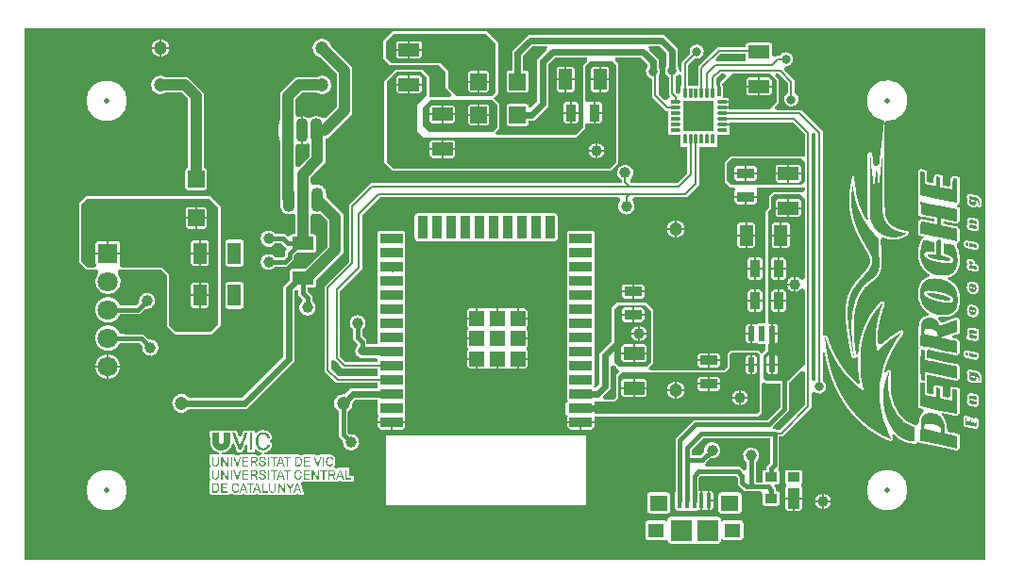
<source format=gtl>
G04 ================== begin FILE IDENTIFICATION RECORD ==================*
G04 Layout Name:  E:/FACOMSA/allegro/TFG_RECEIVER_0V5.brd*
G04 Film Name:    PCB_ReceiverTOP*
G04 File Format:  Gerber RS274X*
G04 File Origin:  Cadence Allegro 17.0-S002*
G04 Origin Date:  Mon Mar 27 20:28:53 2023*
G04 *
G04 Layer:  VIA CLASS/TOP*
G04 Layer:  PIN/TOP*
G04 Layer:  ETCH/TOP*
G04 *
G04 Offset:    (0.0000 0.0000)*
G04 Mirror:    No*
G04 Mode:      Positive*
G04 Rotation:  0*
G04 FullContactRelief:  No*
G04 UndefLineWidth:     0.0000*
G04 ================== end FILE IDENTIFICATION RECORD ====================*
%FSAX34Y34*MOMM*%
%IR0*IPPOS*OFA0.00000B0.00000*MIA0B0*SFA1.00000B1.00000*%
%ADD21R,.9X2.*%
%ADD20R,2.X.9*%
%ADD28R,.4X1.35*%
%ADD36R,.6X1.35*%
%ADD26R,1.6X.9*%
%ADD23R,.9X1.6*%
%ADD11C,.5*%
%ADD10C,.8*%
%AMMACRO32*
4,1,21,.45,-.14,
.45,.14,
-.31,.14,
-.334311,.137873,
-.357883,.131557,
-.38,.121244,
-.39999,.107246,
-.417246,.08999,
-.431244,.07,
-.441557,.047883,
-.447873,.024311,
-.45,0.0,
-.447873,-.024311,
-.441557,-.047883,
-.431244,-.07,
-.417246,-.08999,
-.39999,-.107246,
-.38,-.121244,
-.357883,-.131557,
-.334311,-.137873,
-.31,-.14,
.45,-.14,
0.0*
%
%ADD32MACRO32*%
%AMMACRO29*
4,1,21,-.14,-.45,
.14,-.45,
.14,.31,
.137873,.334311,
.131557,.357883,
.121244,.38,
.107246,.39999,
.08999,.417246,
.07,.431244,
.047883,.441557,
.024311,.447873,
0.0,.45,
-.024311,.447873,
-.047883,.441557,
-.07,.431244,
-.08999,.417246,
-.107246,.39999,
-.121244,.38,
-.131557,.357883,
-.137873,.334311,
-.14,.31,
-.14,-.45,
0.0*
%
%ADD29MACRO29*%
%ADD35R,1.1176X.8128*%
%ADD18O,1.1X2.2*%
%ADD25R,1.6X1.4*%
%ADD19R,1.9X1.2*%
%ADD16R,1.2X1.9*%
%ADD24R,1.45X1.3*%
%ADD22R,1.33X1.33*%
%ADD13C,1.*%
%ADD15C,1.2*%
%ADD27R,1.9X1.9*%
%ADD12C,1.8*%
%ADD17R,1.5X1.5*%
%ADD33R,2.7X2.7*%
%ADD14R,1.8X1.8*%
%AMMACRO31*
4,1,21,-.45,.14,
-.45,-.14,
.31,-.14,
.334311,-.137873,
.357883,-.131557,
.38,-.121244,
.39999,-.107246,
.417246,-.08999,
.431244,-.07,
.441557,-.047883,
.447873,-.024311,
.45,0.0,
.447873,.024311,
.441557,.047883,
.431244,.07,
.417246,.08999,
.39999,.107246,
.38,.121244,
.357883,.131557,
.334311,.137873,
.31,.14,
-.45,.14,
0.0*
%
%ADD31MACRO31*%
%AMMACRO30*
4,1,21,.14,.45,
-.14,.45,
-.14,-.31,
-.137873,-.334311,
-.131557,-.357883,
-.121244,-.38,
-.107246,-.39999,
-.08999,-.417246,
-.07,-.431244,
-.047883,-.441557,
-.024311,-.447873,
0.0,-.45,
.024311,-.447873,
.047883,-.441557,
.07,-.431244,
.08999,-.417246,
.107246,-.39999,
.121244,-.38,
.131557,-.357883,
.137873,-.334311,
.14,-.31,
.14,.45,
0.0*
%
%ADD30MACRO30*%
%ADD34R,1.1176X1.8288*%
%ADD37C,.2*%
%ADD38C,.4*%
%ADD39C,.6*%
%ADD40R,18.0004X6.3004*%
%ADD42C,2.2004*%
%ADD44C,1.4004*%
%ADD43C,1.6004*%
%ADD41C,3.6504*%
G75*
%LPD*%
G75*
G36*
G01X0938000Y0499000D02*
Y0021000D01*
X0076000D01*
Y0499000D01*
X0938000D01*
G37*
%LPC*%
G75*
G36*
G01X0906798Y0359088D02*
G02X0906812Y0361116I0140668J0000043D01*
G02X0906858Y0362846I0072059J-0001050D01*
G02X0906919Y0364309I0253539J-0009839D01*
G02X0909000Y0366302I0002081J-0000090D01*
G01X0909001D01*
G02X0909444Y0366268I-0000003J-0002945D01*
G02X0910011Y0366181I-0017055J-0113044D01*
G02X0910689Y0366070I-0011266J-0070941D01*
G02X0911444Y0365941I-0019076J-0113920D01*
G01X0915002Y0365321D01*
Y0352869D01*
G02X0914995Y0348733I-1184876J-0000063D01*
G02X0914973Y0345244I-0600262J0002040D01*
G01X0914943Y0342123D01*
G02X0913339Y0340146I-0002043J0000018D01*
G01X0912710Y0340007D01*
X0912369Y0338398D01*
X0914828Y0337877D01*
X0914934Y0330805D01*
G02X0914948Y0328674I-0134296J-0001948D01*
G02X0914922Y0326854I-0068749J0000072D01*
G02X0914875Y0325324I-0218381J0005943D01*
G02X0912784Y0323300I-0002093J0000070D01*
G01X0912774D01*
G02X0912069Y0323374I0000021J0003597D01*
G01X0905977Y0324632D01*
X0901506Y0325559D01*
G03X0900303Y0324580I-0000203J-0000979D01*
G01Y0323473D01*
X0905691Y0322332D01*
G02X0908396Y0321756I-0218675J-1033575D01*
G02X0910740Y0321248I-0125366J-0584122D01*
G01X0912765Y0320803D01*
G02X0913283Y0320657I-0000974J-0004448D01*
G02X0915026Y0318229I-0000854J-0002452D01*
G02X0915041Y0313250I-0364350J-0003587D01*
G02X0914989Y0308264I-0382971J0001501D01*
G02X0913440Y0306056I-0002407J0000041D01*
G03X0912364Y0303293I0000713J-0001869D01*
G01X0912614Y0302792D01*
G02X0913767Y0300106I-0022453J-0011229D01*
G02X0914540Y0297401I-0019079J-0006915D01*
G02X0914967Y0294470I-0022749J-0004811D01*
G02X0915111Y0291109I-0043680J-0003555D01*
G02X0915093Y0288994I-0079087J-0000384D01*
G02X0915001Y0287357I-0024593J0000561D01*
G02X0914817Y0285979I-0015650J0001388D01*
G02X0914504Y0284674I-0011595J0002091D01*
G02X0913319Y0281665I-0018525J0005557D01*
G02X0911653Y0279108I-0011563J0005713D01*
G02X0909494Y0277108I-0008886J0007427D01*
G02X0906891Y0275682I-0007273J0010187D01*
G02X0905533Y0275232I-0004270J0010613D01*
G02X0905235Y0275159I-0002336J0008893D01*
G03X0905010Y0273289I0000221J-0000975D01*
G02X0908094Y0271426I-0010006J-0020048D01*
G02X0911265Y0268535I-0010856J-0015092D01*
G02X0913478Y0265068I-0010566J-0009184D01*
G02X0914719Y0261014I-0015690J-0007020D01*
G02X0915215Y0256222I-0033705J-0005910D01*
G02X0915032Y0251347I-0034851J-0001133D01*
G02X0914086Y0247064I-0019824J0002133D01*
G02X0912961Y0244874I-0007978J0002714D01*
G02X0911286Y0242967I-0010349J0007401D01*
G02X0909214Y0241382I-0009198J0009877D01*
G02X0906901Y0240281I-0006048J0009726D01*
G02X0905432Y0239844I-0005812J0016851D01*
G02X0904015Y0239587I-0002634J0010489D01*
G02X0902391Y0239479I-0001970J0017360D01*
G02X0899946Y0239458I-0002176J0110953D01*
G02X0897623Y0239493I0000192J0089873D01*
G02X0896435Y0239557I0000638J0022908D01*
G03X0895676Y0237826I-0000080J-0000997D01*
G02X0896103Y0237410I-0007896J-0008532D01*
G02X0897385Y0235861I-0008797J-0008586D01*
G02X0898022Y0234864I-0012011J-0008376D01*
G01X0898449Y0234134D01*
X0899869Y0234672D01*
G03X0902234Y0235574I-0259903J0685003D01*
G03X0904917Y0236607I-0433754J1130584D01*
G02X0907583Y0237630I0231219J-0598586D01*
G02X0909875Y0238494I0123042J-0322930D01*
G01X0911887Y0239244D01*
G02X0912775Y0239402I0000881J-0002378D01*
G02X0914868Y0237378I-0000005J-0002099D01*
G02X0914919Y0235809I-0213603J-0007728D01*
G02X0914947Y0233941I-0068871J-0001967D01*
G02X0914934Y0231756I-0134506J-0000292D01*
G01X0914831Y0224697D01*
X0908691Y0222757D01*
G03X0908780Y0220827I0000302J-0000953D01*
G01X0909918Y0220579D01*
G03X0911671Y0220202I0162131J0749622D01*
G01X0913130Y0219890D01*
X0913169Y0219884D01*
G02X0914943Y0217897I-0000268J-0002025D01*
G01Y0217896D01*
X0914973Y0216352D01*
G02X0914995Y0214585I-0153763J-0002798D01*
G02X0915002Y0212540I-0302401J-0002058D01*
G01Y0212500D01*
G02X0914989Y0209172I-0426533J0000002D01*
G02X0914909Y0207709I-0015664J0000123D01*
G02X0914598Y0206512I-0004053J0000414D01*
G02X0912451Y0205098I-0002147J0000923D01*
G02X0911686Y0205171I0000003J0004078D01*
G02X0910098Y0205479I0051933J0272005D01*
G02X0908216Y0205859I0032341J0165025D01*
G02X0906101Y0206310I0056219J0268827D01*
G03X0903337Y0206904I-0145032J-0668133D01*
G01X0899201Y0207780D01*
X0894592Y0208751D01*
X0890141Y0209681D01*
X0887914Y0210145D01*
G03X0885507Y0208116I-0000408J-0001958D01*
G01X0885601Y0205514D01*
X0885695Y0202893D01*
X0888464Y0202310D01*
X0891457Y0201684D01*
X0894809Y0200985D01*
X0905547Y0198747D01*
G02X0909781Y0197858I-0389736J-1866705D01*
G02X0912224Y0197340I-0173352J-0823587D01*
G02X0913035Y0197135I-0002410J-0011241D01*
G02X0914673Y0195547I-0000682J-0002343D01*
G02X0914909Y0194408I-0005047J-0001640D01*
G02X0914988Y0192882I-0017766J-0001685D01*
G02X0915002Y0189731I-0358301J-0003167D01*
G01Y0189680D01*
G02X0914987Y0186675I-0302056J0000005D01*
G02X0914914Y0185106I-0021397J0000209D01*
G02X0914745Y0184039I-0007382J0000622D01*
G02X0912551Y0182298I-0002195J0000513D01*
G01X0912546D01*
G02X0911821Y0182369I0J0003733D01*
G02X0909569Y0182821I0204437J1024401D01*
G02X0906961Y0183355I0077155J0383455D01*
G02X0903958Y0183988I0141271J0677638D01*
G03X0894853Y0185913I-0573037J-2687895D01*
G03X0888590Y0187193I-0132055J-0630178D01*
G01X0885817Y0187743D01*
X0885604Y0186669D01*
X0885603Y0186573D01*
G03X0885602Y0186050I0096610J-0000446D01*
G02X0885586Y0184530I-0069393J-0000030D01*
G02X0885533Y0183214I-0036083J0000794D01*
G02X0885463Y0182143I-0081020J0004758D01*
G02X0885441Y0181957I-0002087J0000153D01*
G01X0885427Y0181869D01*
X0885534Y0174944D01*
G03X0885573Y0172924I0235237J0003531D01*
G03X0885626Y0171255I0117855J0002907D01*
G02X0887233Y0170910I-0105623J-0495904D01*
G02X0889086Y0170506I-0202107J-0931442D01*
G03X0890585Y0170180I0145525J0665537D01*
G03X0891796Y0171151I0000211J0000978D01*
G03X0891798Y0171864I-0112318J0000672D01*
G01Y0177433D01*
G02X0892981Y0178416I0001000J0D01*
G01X0895292Y0177985D01*
G02X0895812Y0177883I-0005670J-0030281D01*
G02X0896369Y0177766I-0008580J-0042229D01*
G02X0896888Y0177648I-0008617J-0039102D01*
G02X0897313Y0177542I-0003172J-0013623D01*
G01X0899523Y0176956D01*
X0899635Y0171045D01*
G03X0899702Y0168218I0298009J0005649D01*
G01X0900698Y0168007D01*
X0902418Y0167647D01*
X0904333Y0167248D01*
X0904392Y0167236D01*
G03X0906798Y0169194I0000406J0001958D01*
G01Y0175997D01*
G02X0907994Y0176978I0001000J0D01*
G01X0910168Y0176543D01*
G03X0910598Y0176460I0006282J0031389D01*
G03X0911147Y0176359I0014403J0076746D01*
G03X0911710Y0176260I0014194J0079070D01*
G03X0912191Y0176181I0007416J0043647D01*
G01X0912192D01*
X0915002Y0175729D01*
Y0163262D01*
G02X0914993Y0159127I-0995533J0000099D01*
G02X0914967Y0155639I-0502128J0001999D01*
G01X0914932Y0152524D01*
G02X0912883Y0150498I-0002051J0000025D01*
G01X0912880D01*
G02X0911977Y0150592I0000002J0004405D01*
G01X0899308Y0153248D01*
X0898997Y0151763D01*
X0899349Y0151383D01*
G02X0899641Y0151056I-0007946J-0007390D01*
G02X0901382Y0148528I-0011159J-0009549D01*
G02X0902616Y0145652I-0014740J-0008027D01*
G02X0903401Y0142313I-0020278J-0006529D01*
G02X0903799Y0138446I-0039861J-0006057D01*
G01X0903906Y0136472D01*
X0904970Y0136250D01*
X0906369Y0135957D01*
X0907954Y0135624D01*
X0909514Y0135295D01*
X0914828Y0134171D01*
X0914934Y0127102D01*
G02X0914953Y0124980I-0176964J-0002646D01*
G02X0914940Y0123173I-0090272J-0000254D01*
G02X0914911Y0121626I-0383492J0006415D01*
G02X0912840Y0119598I-0002072J0000045D01*
G01X0912838D01*
G02X0911851Y0119701I0000002J0004802D01*
G01X0897681Y0122676D01*
X0884972Y0125354D01*
G02X0880224Y0126404I0054106J0255921D01*
G01X0877527Y0127028D01*
G03X0876302Y0126054I-0000225J-0000974D01*
G01Y0125898D01*
X0872560D01*
G02X0869097Y0126323I0J0014325D01*
G02X0865415Y0127532I0006451J0025858D01*
G02X0861783Y0129332I0010974J0026707D01*
G02X0858590Y0131578I0011976J0020418D01*
G02X0856136Y0133866I0019709J0023599D01*
G03X0854511Y0132745I-0000721J-0000693D01*
G02X0854948Y0131783I-0029952J-0014186D01*
G02X0855310Y0130935I-0070289J-0030507D01*
G02X0854857Y0128626I-0001944J-0000818D01*
G02X0852356Y0128130I-0001621J0001622D01*
G02X0850205Y0129041I0067137J0161515D01*
G02X0847678Y0130186I0030334J0070309D01*
G02X0844829Y0131580I0057965J0122075D01*
G02X0841447Y0133437I0024670J0048938D01*
G02X0837550Y0135865I0059277J0099483D01*
G02X0833694Y0138485I0064415J0098951D01*
G02X0830447Y0140939I0038277J0054021D01*
G02X0826199Y0144630I0047337J0058771D01*
G02X0821791Y0148988I0077884J0083186D01*
G02X0817605Y0153603I0083011J0079500D01*
G02X0814034Y0158075I0060699J0052131D01*
G02X0810184Y0163765I0063935J0047408D01*
G02X0806339Y0170449I0110552J0068043D01*
G02X0802856Y0177426I0116501J0062517D01*
G02X0800120Y0184008I0082055J0037968D01*
G02X0797589Y0191674I0106846J0039527D01*
G02X0795450Y0199920I0137086J0039960D01*
G02X0793987Y0207155I0147216J0033534D01*
G01X0793841Y0207981D01*
X0792002D01*
Y0182767D01*
G02X0785178Y0171740I-0003001J-0005768D01*
G03X0782002Y0170123I-0001176J-0001618D01*
G01Y0157757D01*
X0756243Y0131998D01*
X0753002D01*
Y0105218D01*
X0752563Y0104780D01*
G03X0752832Y0101726I0001414J-0001414D01*
G02X0753880Y0099716I-0001404J-0002010D01*
G01Y0091588D01*
G02X0751428Y0089136I-0002452J0D01*
G01X0749190D01*
G03X0748483Y0087429I0J-0001000D01*
G01X0749842Y0086070D01*
Y0082864D01*
X0751428D01*
G02X0753880Y0080412I0J-0002452D01*
G01Y0072284D01*
G02X0751428Y0069832I-0002452J0D01*
G01X0740252D01*
G02X0737800Y0072284I0J0002452D01*
G01Y0080415D01*
G02X0737828Y0080783I0002452J-0000002D01*
G03X0735851Y0083086I-0001977J0000303D01*
G01X0722342D01*
X0715998Y0089430D01*
Y0095342D01*
X0714342Y0096998D01*
X0682658D01*
X0681002Y0095342D01*
Y0083502D01*
X0692000D01*
G02X0694002Y0081500I0J-0002002D01*
G01Y0068000D01*
G02X0692000Y0065998I-0002002J0D01*
G01X0681500D01*
G02X0680651Y0066187I0J0002001D01*
G02X0679000Y0065548I-0001651J0001813D01*
G01X0662000D01*
G02X0659548Y0068000I0J0002452D01*
G01Y0081500D01*
G02X0659868Y0082711I0002451J0D01*
G01X0659998Y0082940D01*
Y0130658D01*
X0676342Y0147002D01*
X0742342D01*
X0753998Y0158658D01*
Y0179998D01*
X0741171D01*
X0740881Y0180288D01*
G03X0737467Y0178874I-0001414J-0001414D01*
G01Y0153914D01*
X0733943Y0150390D01*
X0587200D01*
Y0140581D01*
G02X0585198Y0138579I-0002002J0D01*
G01X0565198D01*
G02X0563196Y0140581I0J0002002D01*
G01Y0149581D01*
G02X0563244Y0150017I0002002J0D01*
G01X0563387Y0150656D01*
X0561326Y0152159D01*
Y0162043D01*
X0563417Y0164135D01*
X0563053Y0164794D01*
G02X0562746Y0165981I0002145J0001188D01*
G01Y0174981D01*
G02X0563128Y0176295I0002451J0D01*
G03Y0177367I-0000844J0000536D01*
G02X0562746Y0178681I0002069J0001314D01*
G01Y0187681D01*
G02X0563128Y0188995I0002451J0D01*
G03Y0190067I-0000844J0000536D01*
G02X0562746Y0191381I0002069J0001314D01*
G01Y0200381D01*
G02X0563128Y0201695I0002451J0D01*
G03Y0202767I-0000844J0000536D01*
G02X0562746Y0204081I0002069J0001314D01*
G01Y0213081D01*
G02X0563128Y0214395I0002451J0D01*
G03Y0215467I-0000844J0000536D01*
G02X0562746Y0216781I0002069J0001314D01*
G01Y0225781D01*
G02X0563128Y0227095I0002451J0D01*
G03Y0228167I-0000844J0000536D01*
G02X0562746Y0229481I0002069J0001314D01*
G01Y0238481D01*
G02X0563128Y0239795I0002451J0D01*
G03Y0240867I-0000844J0000536D01*
G02X0562746Y0242181I0002069J0001314D01*
G01Y0251181D01*
G02X0563128Y0252495I0002451J0D01*
G03Y0253567I-0000844J0000536D01*
G02X0562746Y0254881I0002069J0001314D01*
G01Y0263881D01*
G02X0563128Y0265195I0002451J0D01*
G03Y0266267I-0000844J0000536D01*
G02X0562746Y0267581I0002069J0001314D01*
G01Y0276581D01*
G02X0563128Y0277895I0002451J0D01*
G03Y0278967I-0000844J0000536D01*
G02X0562746Y0280281I0002069J0001314D01*
G01Y0289281D01*
G02X0563128Y0290595I0002451J0D01*
G03Y0291667I-0000844J0000536D01*
G02X0562746Y0292981I0002069J0001314D01*
G01Y0301981D01*
G02X0563128Y0303295I0002451J0D01*
G03Y0304367I-0000844J0000536D01*
G02X0562746Y0305681I0002069J0001314D01*
G01Y0314681D01*
G02X0565198Y0317133I0002452J0D01*
G01X0585198D01*
G02X0587650Y0314681I0J-0002452D01*
G01Y0305681D01*
G02X0587268Y0304367I-0002451J0D01*
G03Y0303295I0000844J-0000536D01*
G02X0587650Y0301981I-0002069J-0001314D01*
G01Y0292981D01*
G02X0587268Y0291667I-0002451J0D01*
G03Y0290595I0000844J-0000536D01*
G02X0587650Y0289281I-0002069J-0001314D01*
G01Y0280281D01*
G02X0587268Y0278967I-0002451J0D01*
G03Y0277895I0000844J-0000536D01*
G02X0587650Y0276581I-0002069J-0001314D01*
G01Y0267581D01*
G02X0587268Y0266267I-0002451J0D01*
G03Y0265195I0000844J-0000536D01*
G02X0587650Y0263881I-0002069J-0001314D01*
G01Y0254881D01*
G02X0587268Y0253567I-0002451J0D01*
G03Y0252495I0000844J-0000536D01*
G02X0587650Y0251181I-0002069J-0001314D01*
G01Y0242181D01*
G02X0587268Y0240867I-0002451J0D01*
G03Y0239795I0000844J-0000536D01*
G02X0587650Y0238481I-0002069J-0001314D01*
G01Y0229481D01*
G02X0587268Y0228167I-0002451J0D01*
G03Y0227095I0000844J-0000536D01*
G02X0587650Y0225781I-0002069J-0001314D01*
G01Y0216781D01*
G02X0587268Y0215467I-0002451J0D01*
G03Y0214395I0000844J-0000536D01*
G02X0587650Y0213081I-0002069J-0001314D01*
G01Y0204081D01*
G02X0587268Y0202767I-0002451J0D01*
G03Y0201695I0000844J-0000536D01*
G02X0587650Y0200381I-0002069J-0001314D01*
G01Y0191381D01*
G02X0587268Y0190067I-0002451J0D01*
G03Y0188995I0000844J-0000536D01*
G02X0587650Y0187681I-0002069J-0001314D01*
G01Y0178681D01*
G02X0587325Y0177461I-0002452J0D01*
G01X0586944Y0176797D01*
X0588192Y0175549D01*
X0591998Y0179355D01*
Y0207072D01*
X0603121Y0218195D01*
X0603149Y0223478D01*
X0602992Y0247899D01*
X0608021Y0252330D01*
X0633809D01*
X0640274Y0245865D01*
Y0198740D01*
X0636592Y0195058D01*
G03X0638006Y0191644I0001414J-0001414D01*
G01X0703265D01*
X0706503Y0194882D01*
Y0206791D01*
X0709466Y0209754D01*
X0734396D01*
X0737660Y0206491D01*
X0740998Y0209829D01*
Y0215418D01*
X0734521D01*
G02X0732983Y0215960I0J0002453D01*
G03X0731911Y0216077I-0000627J-0000779D01*
G02X0731021Y0215868I-0000891J0001793D01*
G01X0725021D01*
G02X0723019Y0217870I0J0002002D01*
G01Y0231370D01*
G02X0725021Y0233372I0002002J0D01*
G01X0731021D01*
G02X0731911Y0233163I-0000001J-0002002D01*
G03X0732983Y0233280I0000445J0000896D01*
G02X0734521Y0233822I0001538J-0001911D01*
G01X0740998D01*
Y0334829D01*
X0743998Y0337829D01*
Y0347829D01*
X0748171Y0352002D01*
X0772882D01*
G03X0775998Y0353661I0001116J0001660D01*
G01Y0355753D01*
G03X0774291Y0356460I-0001000J0D01*
G01X0773829Y0355998D01*
X0734468D01*
G03X0732735Y0353000I0J-0002000D01*
G02X0733002Y0352002I-0001735J-0000999D01*
G01Y0343000D01*
G02X0731000Y0340998I-0002002J0D01*
G01X0715000D01*
G02X0712998Y0343000I0J0002002D01*
G01Y0352002D01*
G02X0713265Y0353000I0002002J-0000001D01*
G03X0711532Y0355998I-0001733J0000998D01*
G01X0709171D01*
X0703998Y0361171D01*
Y0378829D01*
X0709171Y0384002D01*
X0773829D01*
X0774291Y0383540D01*
G03X0775998Y0384247I0000707J0000707D01*
G01Y0403757D01*
X0765257Y0414498D01*
X0708452D01*
Y0413648D01*
X0708002D01*
Y0411352D01*
X0708452D01*
Y0403648D01*
X0698362D01*
G03X0697352Y0402638I-0000010J-0001000D01*
G01Y0392548D01*
X0681502D01*
Y0358256D01*
X0670244Y0346998D01*
X0623305D01*
G03X0621759Y0343729I0J-0002000D01*
G02X0610241I-0005759J-0004729D01*
G03X0608695Y0346998I-0001546J0001269D01*
G01X0395243D01*
X0379002Y0330757D01*
Y0282757D01*
X0359002Y0262757D01*
Y0204243D01*
X0364243Y0199002D01*
X0392746D01*
Y0200381D01*
G02X0392770Y0200721I0002452J-0000002D01*
G03X0390789Y0202998I-0001981J0000277D01*
G01X0381507D01*
X0381334Y0202931D01*
G02X0374665Y0213846I-0002334J0006069D01*
G01X0374998Y0214144D01*
Y0215342D01*
X0370998Y0219342D01*
Y0227714D01*
G02X0379002I0004002J0006286D01*
G01Y0222658D01*
X0383002Y0218658D01*
Y0215002D01*
X0392835D01*
Y0216116D01*
X0392809Y0216228D01*
G02X0392746Y0216780I0002389J0000552D01*
G01Y0225781D01*
G02X0393128Y0227095I0002451J0D01*
G03Y0228167I-0000844J0000536D01*
G02X0392746Y0229481I0002069J0001314D01*
G01Y0238481D01*
G02X0393128Y0239795I0002451J0D01*
G03Y0240867I-0000844J0000536D01*
G02X0392746Y0242181I0002069J0001314D01*
G01Y0251181D01*
G02X0393128Y0252495I0002451J0D01*
G03Y0253567I-0000844J0000536D01*
G02X0392746Y0254881I0002069J0001314D01*
G01Y0263881D01*
G02X0393128Y0265195I0002451J0D01*
G03Y0266267I-0000844J0000536D01*
G02X0392746Y0267581I0002069J0001314D01*
G01Y0276581D01*
G02X0393128Y0277895I0002451J0D01*
G03Y0278967I-0000844J0000536D01*
G02X0392746Y0280281I0002069J0001314D01*
G01Y0289281D01*
G02X0393128Y0290595I0002451J0D01*
G03Y0291667I-0000844J0000536D01*
G02X0392746Y0292981I0002069J0001314D01*
G01Y0301981D01*
G02X0393128Y0303295I0002451J0D01*
G03Y0304367I-0000844J0000536D01*
G02X0392746Y0305681I0002069J0001314D01*
G01Y0314681D01*
G02X0395198Y0317133I0002452J0D01*
G01X0415198D01*
G02X0417650Y0314681I0J-0002452D01*
G01Y0305681D01*
G02X0417268Y0304367I-0002451J0D01*
G03Y0303295I0000844J-0000536D01*
G02X0417650Y0301981I-0002069J-0001314D01*
G01Y0292981D01*
G02X0417268Y0291667I-0002451J0D01*
G03Y0290595I0000844J-0000536D01*
G02X0417650Y0289281I-0002069J-0001314D01*
G01Y0280281D01*
G02X0417268Y0278967I-0002451J0D01*
G03Y0277895I0000844J-0000536D01*
G02X0417650Y0276581I-0002069J-0001314D01*
G01Y0267581D01*
G02X0417268Y0266267I-0002451J0D01*
G03Y0265195I0000844J-0000536D01*
G02X0417650Y0263881I-0002069J-0001314D01*
G01Y0254881D01*
G02X0417268Y0253567I-0002451J0D01*
G03Y0252495I0000844J-0000536D01*
G02X0417650Y0251181I-0002069J-0001314D01*
G01Y0242181D01*
G02X0417268Y0240867I-0002451J0D01*
G03Y0239795I0000844J-0000536D01*
G02X0417650Y0238481I-0002069J-0001314D01*
G01Y0229481D01*
G02X0417268Y0228167I-0002451J0D01*
G03Y0227095I0000844J-0000536D01*
G02X0417650Y0225781I-0002069J-0001314D01*
G01Y0216781D01*
G02X0417268Y0215467I-0002451J0D01*
G03Y0214395I0000844J-0000536D01*
G02X0417650Y0213081I-0002069J-0001314D01*
G01Y0204081D01*
G02X0417268Y0202767I-0002451J0D01*
G03Y0201695I0000844J-0000536D01*
G02X0417650Y0200381I-0002069J-0001314D01*
G01Y0191381D01*
G02X0417268Y0190067I-0002451J0D01*
G03Y0188995I0000844J-0000536D01*
G02X0417650Y0187681I-0002069J-0001314D01*
G01Y0178681D01*
G02X0417268Y0177367I-0002451J0D01*
G03Y0176295I0000844J-0000536D01*
G02X0417650Y0174981I-0002069J-0001314D01*
G01Y0165981D01*
G02X0417268Y0164667I-0002451J0D01*
G03Y0163595I0000844J-0000536D01*
G02X0417650Y0162281I-0002069J-0001314D01*
G01Y0153281D01*
G02X0417062Y0151688I-0002452J0D01*
G03X0416948Y0150553I0000760J-0000650D01*
G02X0417200Y0149581I-0001750J-0000972D01*
G01Y0140581D01*
G02X0415198Y0138579I-0002002J0D01*
G01X0395198D01*
G02X0393196Y0140581I0J0002002D01*
G01Y0149581D01*
G02X0393448Y0150553I0002002J0D01*
G03X0393334Y0151688I-0000874J0000485D01*
G02X0392746Y0153281I0001864J0001593D01*
G01Y0162281D01*
G02X0393128Y0163595I0002451J0D01*
G03Y0164667I-0000844J0000536D01*
G02X0392990Y0164914I0002068J0001317D01*
G01X0392717Y0165479D01*
X0372553D01*
X0370410Y0163336D01*
X0370458Y0162863D01*
G02X0366002Y0154499I-0008458J-0000863D01*
G01Y0135658D01*
X0367370Y0134289D01*
X0367871Y0134366D01*
G02X0361634Y0128129I0001129J-0007366D01*
G01X0361711Y0128630D01*
X0357998Y0132342D01*
Y0154499D01*
G02X0362863Y0170458I0004002J0007501D01*
G01X0363336Y0170410D01*
X0368409Y0175483D01*
X0392717D01*
X0392990Y0176048D01*
G02X0393128Y0176295I0002206J-0001070D01*
G03Y0177367I-0000844J0000536D01*
G02X0392746Y0178681I0002069J0001314D01*
G01Y0180179D01*
X0355576D01*
X0344998Y0190757D01*
Y0267243D01*
X0366998Y0289243D01*
Y0340243D01*
X0386757Y0360002D01*
X0611998D01*
Y0362179D01*
G02X0619892Y0363378I0003002J0006821D01*
G03X0619790Y0360455I0001312J-0001509D01*
G01X0620243Y0360002D01*
X0661757D01*
X0670498Y0368743D01*
Y0392548D01*
X0664648D01*
Y0402638D01*
G03X0663638Y0403648I-0001000J0000010D01*
G01X0653548D01*
Y0424498D01*
X0651757D01*
X0638998Y0437257D01*
Y0453531D01*
X0638265Y0453734D01*
G02X0634998Y0464154I0001735J0006266D01*
G01Y0466928D01*
X0628928Y0472998D01*
X0607661D01*
G03X0606247Y0469584I0J-0002000D01*
G01X0609002Y0466829D01*
Y0378171D01*
X0601829Y0370998D01*
X0406171D01*
X0398998Y0378171D01*
Y0451829D01*
X0409171Y0462002D01*
X0432829D01*
X0439002Y0455829D01*
Y0437002D01*
X0457339D01*
G03X0458753Y0440416I0J0002000D01*
G01X0453998Y0445171D01*
Y0460171D01*
X0448171Y0465998D01*
X0404171D01*
X0397998Y0472171D01*
Y0487829D01*
X0406171Y0496002D01*
X0490829D01*
X0501002Y0485829D01*
Y0440171D01*
X0496831Y0436000D01*
X0502002Y0430829D01*
Y0409171D01*
X0499247Y0406416D01*
G03X0500661Y0403002I0001414J-0001414D01*
G01X0570171D01*
X0576998Y0409829D01*
Y0465829D01*
X0580753Y0469584D01*
G03X0579339Y0472998I-0001414J0001414D01*
G01X0552072D01*
X0546002Y0466928D01*
Y0428928D01*
X0533072Y0415998D01*
X0528452D01*
Y0413500D01*
G02X0526000Y0411048I-0002452J0D01*
G01X0511000D01*
G02X0508548Y0413500I0J0002452D01*
G01Y0428500D01*
G02X0511000Y0430952I0002452J0D01*
G01X0526000D01*
G02X0528452Y0428500I0J-0002452D01*
G01Y0427940D01*
G03X0530159Y0427233I0001000J0D01*
G01X0535998Y0433072D01*
Y0471072D01*
X0544510Y0479584D01*
G03X0543096Y0482998I-0001414J0001414D01*
G01X0532072D01*
X0523502Y0474428D01*
Y0460952D01*
X0526000D01*
G02X0528452Y0458500I0J-0002452D01*
G01Y0443500D01*
G02X0526000Y0441048I-0002452J0D01*
G01X0511000D01*
G02X0508548Y0443500I0J0002452D01*
G01Y0458500D01*
G02X0511000Y0460952I0002452J0D01*
G01X0513498D01*
Y0478572D01*
X0527928Y0493002D01*
X0650072D01*
X0662002Y0481072D01*
Y0465154D01*
G02X0663499Y0461211I-0005002J-0004155D01*
G01X0663530Y0460244D01*
X0665498D01*
Y0468743D01*
X0672780Y0476026D01*
X0672659Y0476564D01*
G02X0677564Y0471659I0006341J0001436D01*
G01X0677026Y0471780D01*
X0671502Y0466257D01*
Y0447452D01*
X0680498D01*
Y0464743D01*
X0697757Y0482002D01*
X0723048D01*
Y0483500D01*
G02X0725500Y0485952I0002452J0D01*
G01X0744500D01*
G02X0746952Y0483500I0J-0002452D01*
G01Y0475026D01*
G03X0750366Y0473612I0002000J0D01*
G01X0750757Y0474002D01*
X0753233D01*
G02X0759426Y0464512I0005767J-0003002D01*
G03X0758143Y0461102I0000131J-0001996D01*
G01X0767002Y0452243D01*
Y0440767D01*
G02X0760998I-0003002J-0005767D01*
G01Y0449757D01*
X0752757Y0457998D01*
X0750247D01*
G03X0749540Y0456291I0J-0001000D01*
G01X0753002Y0452829D01*
Y0432171D01*
X0749747Y0428916D01*
G03X0751161Y0425502I0001414J-0001414D01*
G01X0772743D01*
X0792002Y0406243D01*
Y0222981D01*
X0793230D01*
X0793435Y0223079D01*
G02X0793593Y0223148I0000980J-0002028D01*
G02X0796452Y0221819I0000792J-0002036D01*
G02X0797568Y0218525I-0543403J-0185940D01*
G03X0800389Y0211227I0082118J0027548D01*
G03X0803913Y0204054I0085893J0037746D01*
G03X0808041Y0197193I0082671J0045068D01*
G03X0812671Y0190830I0073589J0048681D01*
G03X0815538Y0187507I0044739J0035702D01*
G03X0819276Y0183671I0087544J0081569D01*
G03X0823145Y0180042I0082870J0084473D01*
G03X0823836Y0179434I0033473J0037346D01*
G03X0825474Y0180367I0000654J0000757D01*
G02X0825340Y0181125I0181796J0032529D01*
G02X0824701Y0185034I0184456J0032160D01*
G02X0824271Y0188275I0083162J0012683D01*
G02X0823934Y0193171I0055622J0006288D01*
G02X0823872Y0199961I0214162J0005351D01*
G02X0823911Y0202873I0215324J-0001428D01*
G03X0822047Y0203395I-0001000J0000020D01*
G02X0821626Y0202790I-0001925J0000890D01*
G02X0818060Y0203852I-0001498J0001489D01*
G02X0816879Y0209629I3092135J0635139D01*
G02X0815770Y0215290I0386027J0078563D01*
G02X0814888Y0220272I0227186J0042789D01*
G02X0814263Y0224312I0183082J0030392D01*
G02X0813696Y0228561I0223712J0032015D01*
G02X0813203Y0232869I0229114J0028402D01*
G02X0812804Y0237081I0207678J0021798D01*
G02X0812654Y0240226I0042865J0003621D01*
G02X0812667Y0244446I0149238J0001650D01*
G02X0812796Y0248601I0151341J-0002619D01*
G02X0813055Y0251472I0031586J-0001402D01*
G02X0814571Y0258327I0042659J-0005839D01*
G02X0817153Y0264316I0028903J-0008910D01*
G02X0821394Y0270535I0039394J-0022309D01*
G02X0828271Y0278532I0143515J-0116460D01*
G03X0831375Y0282168I-0055553J0050567D01*
G03X0833255Y0284921I-0017106J0013700D01*
G03X0834293Y0287235I-0010902J0006280D01*
G03X0834730Y0289433I-0008548J0002842D01*
G03X0834623Y0291394I-0007807J0000557D01*
G03X0834002Y0293520I-0010490J-0001910D01*
G03X0832485Y0296683I-0027468J-0011229D01*
G03X0829230Y0302385I-0236303J-0131114D01*
G02X0826464Y0307324I0119644J0070248D01*
G02X0823694Y0312727I0163688J0087331D01*
G02X0821304Y0317795I0152426J0074980D01*
G02X0819766Y0321637I0043300J0019563D01*
G02X0818833Y0324558I0051126J0017940D01*
G02X0817904Y0328005I0100555J0028949D01*
G02X0817078Y0331539I0103896J0026147D01*
G02X0816472Y0334724I0064507J0013924D01*
G02X0816085Y0338800I0029395J0004847D01*
G02X0816034Y0345044I0176535J0004564D01*
G02X0816207Y0351328I0173242J-0001625D01*
G02X0816665Y0355631I0035973J-0001653D01*
G01X0818374Y0365835D01*
G02X0820352Y0365795I0000986J-0000166D01*
G01X0821417Y0357350D01*
G02X0821522Y0356493I-0140651J-0017668D01*
G02X0821670Y0355243I-0622732J-0074365D01*
G02X0821831Y0353857I-0696466J-0081605D01*
G02X0821983Y0352526I-0591330J-0068204D01*
G03X0822476Y0349386I0036588J0004136D01*
G03X0823336Y0345635I0071479J0014414D01*
G03X0824421Y0341828I0073712J0018950D01*
G03X0825602Y0338470I0049212J0015421D01*
G03X0828477Y0331988I0073970J0028930D01*
G03X0831394Y0326704I0063557J0031639D01*
G01X0833060Y0327029D01*
X0832800Y0328359D01*
X0832688Y0328934D01*
X0832623Y0329265D01*
Y0329266D01*
G02X0832538Y0330126I0004476J0000877D01*
G01X0832505Y0338350D01*
G02X0832482Y0347594I3627320J0013647D01*
G01X0832478Y0358451D01*
X0832491Y0369206D01*
G02X0832522Y0378112I3019028J-0006056D01*
G01X0832562Y0385759D01*
G02X0836599Y0386025I0002028J-0000012D01*
G02X0836691Y0385298I-0028677J-0003998D01*
G01X0837167Y0381123D01*
X0837652Y0376843D01*
G03X0840137Y0375131I0001987J0000225D01*
G02X0840711Y0375195I0000515J-0002013D01*
G03X0842754Y0376968I0000056J0001999D01*
G01X0847193Y0415942D01*
X0846299Y0416127D01*
G02X0849732Y0415750I0003700J0017873D01*
G03X0847703Y0413748I-0000029J-0002000D01*
G01X0847769Y0358890D01*
G03X0847819Y0339542I7293430J0009174D01*
G03X0847994Y0333689I0112557J0000436D01*
G03X0848436Y0330601I0018060J0001009D01*
G03X0849370Y0327862I0014065J0003268D01*
G03X0851875Y0323951I0015124J0006929D01*
G03X0855393Y0320836I0013074J0011222D01*
G03X0859888Y0318612I0010857J0016289D01*
G03X0865316Y0317346I0008916J0025960D01*
G02X0867471Y0317032I-0008059J-0062861D01*
G02X0869306Y0314299I-0000365J-0002227D01*
G02X0867934Y0312554I-0002535J0000581D01*
G02X0865416Y0311321I-0075880J0151773D01*
G02X0863070Y0310327I-0011835J0024666D01*
G02X0860806Y0309658I-0006157J0016670D01*
G02X0858453Y0309289I-0003992J0017767D01*
G02X0855845Y0309167I-0002715J0030110D01*
G02X0852973Y0309292I-0000111J0030496D01*
G02X0850340Y0309707I0001829J0020163D01*
G02X0847806Y0310461I0004379J0019353D01*
G02X0846911Y0310811I0009768J0026299D01*
G03X0844151Y0308981I-0000760J-0001850D01*
G01X0844618Y0297620D01*
G02X0844831Y0291972I-0804887J-0033182D01*
G02X0844932Y0287897I-0220212J-0007497D01*
G02X0844951Y0284937I-0162463J-0002523D01*
G02X0844799Y0283362I-0008464J0000022D01*
G02X0844297Y0281339I-0019017J0003645D01*
G02X0843579Y0279386I-0018404J0005657D01*
G02X0842666Y0277542I-0017250J0007393D01*
G02X0841564Y0275842I-0014792J0008381D01*
G02X0840408Y0274444I-0013006J0009577D01*
G02X0839112Y0273203I-0010970J0010159D01*
G02X0837376Y0271839I-0018830J0022178D01*
G02X0834517Y0269802I-0118594J0163427D01*
G03X0830177Y0265924I0014084J-0020129D01*
G03X0826535Y0260844I0023301J-0020551D01*
G03X0823653Y0254564I0032926J-0018912D01*
G03X0821552Y0247041I0055289J-0019496D01*
G03X0820804Y0242930I0079220J-0016538D01*
G03X0820363Y0239239I0052127J-0008100D01*
G03X0820141Y0235088I0068543J-0005747D01*
G03X0820085Y0229456I0213630J-0004940D01*
G03X0820183Y0223931I0190072J0000608D01*
G03X0820442Y0219198I0105696J0003410D01*
G03X0820919Y0214390I0110278J0008513D01*
G03X0821694Y0208621I0224044J0027161D01*
G02X0821918Y0207050I-0147698J-0021861D01*
G02X0822031Y0206191I-0078892J-0010815D01*
G03X0824010Y0206353I0000980J0000199D01*
G02X0824023Y0206708I0215191J-0007702D01*
G02X0824430Y0211417I0049320J-0001891D01*
G02X0825071Y0215435I0082317J-0011072D01*
G02X0825935Y0219615I0100333J-0018559D01*
G02X0826948Y0223648I0094997J-0021717D01*
G02X0828048Y0227230I0059889J-0016431D01*
G02X0829481Y0230935I0045420J-0015438D01*
G02X0831496Y0235298I0100189J-0043624D01*
G02X0833676Y0239519I0097231J-0047543D01*
G02X0835642Y0242764I0035756J-0019445D01*
G02X0838233Y0246324I0048941J-0032896D01*
G02X0841465Y0250242I0085763J-0067455D01*
G02X0844189Y0253236I0061260J-0053000D01*
G02X0847817Y0250917I0001586J-0001516D01*
G03X0847690Y0250576I0009602J-0003770D01*
G03X0847251Y0249329I0605262J-0213780D01*
G03X0846732Y0247845I0474487J-0166775D01*
G03X0846162Y0246197I0715358J-0248346D01*
G03X0843391Y0236592I0092136J-0031783D01*
G03X0841868Y0227488I0070532J-0016479D01*
G03X0841585Y0218950I0061800J-0006322D01*
G03X0841742Y0216438I0046898J0001670D01*
G03X0845084Y0215141I0001992J0000178D01*
G01X0845144Y0215196D01*
G02X0847911Y0217644I0078315J-0085732D01*
G02X0850692Y0219951I0072569J-0084649D01*
G02X0853350Y0221995I0050646J-0063110D01*
G02X0855581Y0223555I0032967J-0044772D01*
G02X0858451Y0225413I0080758J-0121599D01*
G02X0861394Y0227252I0257191J-0408314D01*
G02X0862972Y0227702I0001579J-0002544D01*
G01X0862973D01*
G02X0864698Y0224550I-0000001J-0002049D01*
G02X0864345Y0224020I-0013328J0008494D01*
G02X0863843Y0223339I-0012406J0008619D01*
G02X0863238Y0222589I-0024986J0019537D01*
G03X0859256Y0217127I0040513J-0033718D01*
G03X0855135Y0210052I0089938J-0057124D01*
G03X0851455Y0202451I0098553J-0052405D01*
G03X0848751Y0195332I0069413J-0030438D01*
G03X0847452Y0190879I0076768J-0024810D01*
G03X0849349Y0190258I0000968J-0000252D01*
G02X0849616Y0190930I0606075J-0240418D01*
G02X0853083Y0191648I0001970J-0000784D01*
G02X0853688Y0189923I-0001484J-0001489D01*
G02X0853587Y0189051I-0177401J0020106D01*
G02X0853454Y0188025I-0051700J0006180D01*
G02X0853283Y0186847I-0095396J0013246D01*
G03X0852990Y0183522I0026402J-0004002D01*
G03X0852975Y0178495I0112318J-0002849D01*
G03X0853187Y0173440I0112080J0002169D01*
G03X0853613Y0169957I0030571J0001972D01*
G03X0856290Y0160716I0046084J0008342D01*
G03X0860678Y0152746I0035710J0014467D01*
G03X0866281Y0146754I0025648J0018367D01*
G03X0872390Y0143404I0011917J0014486D01*
G01X0875577Y0142366D01*
G03X0878191Y0144117I0000620J0001901D01*
G02X0878530Y0146960I0032825J-0002472D01*
G02X0879391Y0150044I0014418J-0002363D01*
G02X0881026Y0152615I0007712J-0003099D01*
G02X0882031Y0153526I0005917J-0005518D01*
G03X0881258Y0157066I-0001214J0001589D01*
G02X0880222Y0157304I0042840J0188855D01*
G01X0877998Y0157821D01*
Y0183344D01*
X0878078Y0185803D01*
X0878077Y0185833D01*
G02X0878014Y0189780I0174203J0004755D01*
G02X0877998Y0196741I1528123J0006993D01*
G01Y0196799D01*
G02X0878014Y0201990I0849629J-0000023D01*
G02X0878064Y0206420I0430091J-0002639D01*
G01X0878131Y0210341D01*
G02X0878250Y0211001I0002092J-0000036D01*
G01X0878273Y0211064D01*
X0878491Y0212109D01*
X0877928Y0212226D01*
X0878063Y0223175D01*
G02X0878194Y0229772I0447934J-0005595D01*
G02X0878474Y0233027I0027816J-0000753D01*
G02X0879146Y0235449I0009895J-0001441D01*
G02X0880399Y0237632I0009352J-0003917D01*
G02X0881795Y0239067I0006349J-0004780D01*
G02X0883531Y0240075I0004291J-0005391D01*
G02X0885554Y0240603I0003110J-0007777D01*
G02X0886768Y0240718I0002240J-0017179D01*
G03X0887206Y0242584I-0000060J0000998D01*
G02X0883239Y0245606I0009592J0016706D01*
G02X0880087Y0249818I0012587J0012705D01*
G02X0878223Y0254814I0017089J0009222D01*
G02X0877814Y0257866I0017467J0003894D01*
G02X0877789Y0261568I0045860J0002161D01*
G02X0878051Y0265153I0045957J-0001557D01*
G02X0878706Y0267859I0011020J-0001235D01*
G02X0879954Y0270437I0015336J-0005833D01*
G02X0881640Y0272561I0008786J-0005243D01*
G02X0883829Y0274171I0007141J-0007416D01*
G02X0886460Y0275334I0008070J-0014699D01*
G02X0887591Y0275668I0004422J-0012892D01*
G03X0887851Y0277504I-0000241J0000971D01*
G02X0887827Y0277517I0004619J0008556D01*
G02X0884461Y0279990I0009921J0017031D01*
G02X0881668Y0283127I0013711J0015020D01*
G02X0879559Y0286797I0016816J0012104D01*
G02X0878219Y0290839I0019585J0008736D01*
G02X0877978Y0292208I0014726J0003298D01*
G02X0877845Y0293654I0019946J0002564D01*
G02X0877801Y0295314I0028073J0001575D01*
G02X0877836Y0297316I0066522J-0000162D01*
G02X0878022Y0300309I0051608J-0001705D01*
G02X0878397Y0302779I0020959J-0001919D01*
G02X0879047Y0305089I0018249J-0003889D01*
G02X0880032Y0307558I0030622J-0010786D01*
G02X0880589Y0308746I0033403J-0014937D01*
G02X0881171Y0309655I0004311J-0002119D01*
G02X0882041Y0310366I0002149J-0001742D01*
G01X0882461Y0310585D01*
X0882762Y0312027D01*
X0877998Y0313023D01*
Y0320125D01*
G02X0878015Y0322257I0128070J0000045D01*
G02X0878071Y0324081I0065775J-0001107D01*
G02X0878146Y0325609I0198737J-0008989D01*
G02X0880243Y0327602I0002098J-0000108D01*
G02X0880824Y0327544I-0000003J-0002971D01*
G01X0882721Y0327166D01*
G02X0884887Y0326728I-0098879J-0494551D01*
G02X0887407Y0326210I-0185435J-0908503D01*
G03X0889933Y0325696I0076188J0367953D01*
G03X0891430Y0325402I0044146J0220827D01*
G01X0891538Y0325381D01*
X0892647Y0325412D01*
X0892591Y0327448D01*
G03X0890533Y0327892I-0133435J-0613497D01*
G03X0888321Y0328362I-0114718J-0534466D01*
G03X0885895Y0328866I-0160752J-0767687D01*
G01X0878172Y0330463D01*
X0878066Y0337639D01*
X0877949Y0345723D01*
X0877998Y0345713D01*
Y0359806D01*
G02X0878003Y0363949I1593211J0000149D01*
G02X0878020Y0367439I0803000J-0002166D01*
G01X0878042Y0370575D01*
G02X0880394Y0372563I0002028J-0000014D01*
G02X0880576Y0372528I-0000479J-0002979D01*
G01X0882254Y0372140D01*
X0885428Y0371399D01*
X0885534Y0364534D01*
G03X0885576Y0362523I0173795J0002624D01*
G03X0885637Y0360868I0086825J0002372D01*
G02X0887313Y0360510I-0079839J-0377874D01*
G02X0889170Y0360106I-0151375J-0700269D01*
G03X0890584Y0359797I0193181J0880616D01*
G03X0891797Y0360770I0000213J0000977D01*
G03X0891798Y0361450I-0148266J0000558D01*
G02X0891816Y0363161I0079392J0000020D01*
G02X0891874Y0364637I0041189J-0000879D01*
G02X0891952Y0365847I0094709J-0005498D01*
G02X0894050Y0367802I0002098J-0000148D01*
G01X0894051D01*
G02X0894544Y0367761I-0000004J-0003032D01*
G02X0895071Y0367672I-0009140J-0055723D01*
G02X0895704Y0367556I-0007772J-0044198D01*
G02X0896394Y0367422I-0012402J-0065706D01*
G01X0899702Y0366756D01*
Y0357857D01*
X0901362Y0357501D01*
X0902819Y0357190D01*
X0904390Y0356856D01*
X0905590Y0356602D01*
G03X0906798Y0357580I0000208J0000978D01*
G01Y0359088D01*
G37*
G36*
G01X0715498Y0303500D02*
Y0322500D01*
G02X0717500Y0324502I0002002J0D01*
G01X0729500D01*
G02X0731502Y0322500I0J-0002002D01*
G01Y0303500D01*
G02X0729500Y0301498I-0002002J0D01*
G01X0717500D01*
G02X0715498Y0303500I0J0002002D01*
G37*
G36*
G01X0724998Y0275000D02*
Y0291000D01*
G02X0727000Y0293002I0002002J0D01*
G01X0736000D01*
G02X0738002Y0291000I0J-0002002D01*
G01Y0275000D01*
G02X0736000Y0272998I-0002002J0D01*
G01X0727000D01*
G02X0724998Y0275000I0J0002002D01*
G37*
G36*
G01Y0246000D02*
Y0262000D01*
G02X0727000Y0264002I0002002J0D01*
G01X0736000D01*
G02X0738002Y0262000I0J-0002002D01*
G01Y0246000D01*
G02X0736000Y0243998I-0002002J0D01*
G01X0727000D01*
G02X0724998Y0246000I0J0002002D01*
G37*
G36*
G01X0679998Y0196000D02*
Y0205000D01*
G02X0682000Y0207002I0002002J0D01*
G01X0698000D01*
G02X0700002Y0205000I0J-0002002D01*
G01Y0196000D01*
G02X0698000Y0193998I-0002002J0D01*
G01X0682000D01*
G02X0679998Y0196000I0J0002002D01*
G37*
G36*
G01X0698548Y0065500D02*
Y0079500D01*
G02X0701000Y0081952I0002452J0D01*
G01X0717000D01*
G02X0719452Y0079500I0J-0002452D01*
G01Y0065500D01*
G02X0717000Y0063048I-0002452J0D01*
G01X0701000D01*
G02X0698548Y0065500I0J0002452D01*
G37*
G36*
G01X0611998Y0258000D02*
Y0267000D01*
G02X0614000Y0269002I0002002J0D01*
G01X0630000D01*
G02X0632002Y0267000I0J-0002002D01*
G01Y0258000D01*
G02X0630000Y0255998I-0002002J0D01*
G01X0614000D01*
G02X0611998Y0258000I0J0002002D01*
G37*
G36*
G01X0634548Y0065500D02*
Y0079500D01*
G02X0637000Y0081952I0002452J0D01*
G01X0653000D01*
G02X0655452Y0079500I0J-0002452D01*
G01Y0065500D01*
G02X0653000Y0063048I-0002452J0D01*
G01X0637000D01*
G02X0634548Y0065500I0J0002452D01*
G37*
G36*
G01X0553498Y0443500D02*
Y0462500D01*
G02X0555500Y0464502I0002002J0D01*
G01X0567500D01*
G02X0569502Y0462500I0J-0002002D01*
G01Y0443500D01*
G02X0567500Y0441498I-0002002J0D01*
G01X0555500D01*
G02X0553498Y0443500I0J0002002D01*
G37*
G36*
G01X0559998Y0415000D02*
Y0431000D01*
G02X0562000Y0433002I0002002J0D01*
G01X0571000D01*
G02X0573002Y0431000I0J-0002002D01*
G01Y0415000D01*
G02X0571000Y0412998I-0002002J0D01*
G01X0562000D01*
G02X0559998Y0415000I0J0002002D01*
G37*
G36*
G01X0256048Y0287500D02*
Y0306500D01*
G02X0258500Y0308952I0002452J0D01*
G01X0270500D01*
G02X0272952Y0306500I0J-0002452D01*
G01Y0287500D01*
G02X0270500Y0285048I-0002452J0D01*
G01X0258500D01*
G02X0256048Y0287500I0J0002452D01*
G37*
G36*
G01Y0249500D02*
Y0268500D01*
G02X0258500Y0270952I0002452J0D01*
G01X0270500D01*
G02X0272952Y0268500I0J-0002452D01*
G01Y0249500D01*
G02X0270500Y0247048I-0002452J0D01*
G01X0258500D01*
G02X0256048Y0249500I0J0002452D01*
G37*
G36*
G01X0426096Y0310181D02*
Y0330181D01*
G02X0428548Y0332633I0002452J0D01*
G01X0551848D01*
G02X0554300Y0330181I0J-0002452D01*
G01Y0310181D01*
G02X0551848Y0307729I-0002452J0D01*
G01X0428548D01*
G02X0426096Y0310181I0J0002452D01*
G37*
G36*
G01X0930654Y0338797D02*
G02X0928729Y0338015I-0002288J0002872D01*
G02X0926458Y0338100I-0000826J0008308D01*
G02X0924230Y0338806I0001538J0008722D01*
G02X0922349Y0340386I0002023J0004318D01*
G02X0921700Y0341804I0003537J0002476D01*
G02X0921515Y0343232I0005876J0001487D01*
G02X0921674Y0344639I0005783J0000059D01*
G02X0921883Y0345248I0003361J-0000813D01*
G02X0921710Y0345726I0003930J0001692D01*
G02X0921547Y0346488I0004773J0001419D01*
G02X0921498Y0347238I0005723J0000751D01*
G01Y0347243D01*
G02X0921520Y0348035I0014691J-0000012D01*
G02X0921940Y0349306I0002540J-0000135D01*
G02X0923800Y0350302I0001857J-0001234D01*
G02X0924618Y0350210I-0000002J-0003705D01*
G03X0925016Y0350121I0012513J0055023D01*
G01X0925901Y0349927D01*
X0926951Y0349697D01*
X0928069Y0349453D01*
G02X0930327Y0348893I-0008463J-0038958D01*
G02X0931999Y0348188I-0001922J-0006893D01*
G02X0933348Y0346995I-0002309J-0003970D01*
G02X0934184Y0345520I-0005031J-0003826D01*
G02X0934584Y0344004I-0005975J-0002387D01*
G02X0934780Y0342144I-0029311J-0004029D01*
G02X0934885Y0340305I-0058664J-0004272D01*
G02X0932676Y0337998I-0002211J-0000094D01*
G01X0932675D01*
G02X0931433Y0338263I0000001J0003047D01*
G02X0930654Y0338797I0001063J0002386D01*
G37*
G36*
G01X0931874Y0317937D02*
G02X0930380Y0316580I-0002095J0000806D01*
G02X0929023Y0316586I-0000668J0002406D01*
G03X0928814Y0316638I-0000924J-0003269D01*
G03X0928040Y0316806I-0025949J-0117685D01*
G03X0927115Y0316997I-0023825J-0113046D01*
G03X0926113Y0317199I-0031449J-0153413D01*
G02X0925095Y0317406I0015651J0079579D01*
G02X0924185Y0317606I0010308J0049073D01*
G02X0923429Y0317783I0017926J0078269D01*
G02X0922693Y0318084I0000608J0002536D01*
G02X0921702Y0319402I0001132J0001883D01*
G02X0921593Y0319905I0005489J0001453D01*
G02X0921519Y0320513I0006138J0001056D01*
G02X0921498Y0321119I0008519J0000599D01*
G02X0921528Y0321841I0008697J0D01*
G02X0921733Y0322741I0003289J-0000276D01*
G02X0921914Y0323117I0002318J-0000884D01*
G02X0921674Y0323857I0004800J0001966D01*
G02X0921527Y0325294I0005183J0001256D01*
G02X0921784Y0326688I0004777J-0000160D01*
G02X0922712Y0328094I0003193J-0001098D01*
G02X0923619Y0328691I0002381J-0002630D01*
G02X0924838Y0328964I0001259J-0002765D01*
G02X0925851Y0328879I0000072J-0005219D01*
G02X0927239Y0328608I-0010405J-0056980D01*
G02X0929578Y0328098I-0027670J-0132519D01*
G02X0930911Y0327506I-0000834J-0003676D01*
G02X0932016Y0325675I-0001528J-0002171D01*
G02X0932102Y0324348I-0010254J-0001331D01*
G02X0932085Y0323435I-0023966J-0000010D01*
G02X0931744Y0322121I-0003164J0000120D01*
G02X0932077Y0320836I-0002974J-0001456D01*
G02X0932102Y0319876I-0018486J-0000962D01*
G01Y0319873D01*
G02X0932083Y0318950I-0023487J0000022D01*
G02X0931874Y0317937I-0003165J0000125D01*
G37*
G36*
G01Y0281637D02*
G02X0930380Y0280280I-0002095J0000806D01*
G02X0929023Y0280286I-0000668J0002406D01*
G03X0928814Y0280338I-0000924J-0003269D01*
G03X0928040Y0280506I-0025949J-0117685D01*
G03X0927115Y0280697I-0023825J-0113046D01*
G03X0926113Y0280899I-0031449J-0153413D01*
G02X0925095Y0281106I0015651J0079579D01*
G02X0924185Y0281306I0010308J0049073D01*
G02X0923429Y0281483I0017926J0078269D01*
G02X0922693Y0281784I0000608J0002536D01*
G02X0921702Y0283102I0001132J0001883D01*
G02X0921593Y0283605I0005489J0001453D01*
G02X0921519Y0284213I0006138J0001056D01*
G02X0921498Y0284819I0008519J0000599D01*
G02X0921526Y0285600I0011112J-0000007D01*
G02X0921869Y0286765I0002810J-0000194D01*
G02X0921577Y0287783I0005349J0002085D01*
G02X0921498Y0288623I0004437J0000841D01*
G01Y0290831D01*
G02X0922646Y0291820I0001000J0D01*
G01X0925221Y0291435D01*
G02X0926451Y0291227I-0004944J-0032979D01*
G02X0927610Y0290767I-0000603J-0003209D01*
G02X0928680Y0289266I-0001339J-0002086D01*
G02X0928802Y0288253I-0004164J-0001015D01*
G01Y0288240D01*
X0928799Y0287440D01*
X0929720Y0287229D01*
G02X0930594Y0286928I-0000963J-0004216D01*
G02X0931778Y0285757I-0001057J-0002253D01*
G02X0932077Y0284585I-0002736J-0001322D01*
G02X0932102Y0283574I-0020456J-0001012D01*
G02X0932083Y0282650I-0023487J0000021D01*
G02X0931874Y0281637I-0003165J0000125D01*
G37*
G36*
G01X0922292Y0270117D02*
G02X0924097Y0271321I0002487J-0001774D01*
G02X0925729Y0271436I0001186J-0005198D01*
G01X0928584Y0271197D01*
X0928592Y0270962D01*
X0929264Y0270750D01*
G02X0929822Y0270516I-0000985J-0003131D01*
G02X0930973Y0269530I-0001640J-0003079D01*
G02X0931641Y0268244I-0003526J-0002648D01*
G02X0931946Y0266945I-0007731J-0002500D01*
G02X0932061Y0265511I-0010314J-0001549D01*
G02X0931957Y0264092I-0008521J-0000089D01*
G02X0931624Y0262779I-0007279J0001147D01*
G02X0930980Y0261528I-0004916J0001739D01*
G02X0928816Y0260002I-0003202J0002243D01*
G02X0926425Y0259880I-0001471J0005344D01*
G02X0924144Y0260747I0001035J0006156D01*
G02X0922399Y0262515I0002876J0004584D01*
G02X0921954Y0263420I0004757J0002901D01*
G02X0921675Y0264377I0005599J0002151D01*
G02X0921536Y0265419I0007641J0001550D01*
G02X0921499Y0266553I0017602J0001142D01*
G02X0921603Y0268335I0015210J0000006D01*
G02X0922292Y0270117I0003812J-0000450D01*
G37*
G36*
G01X0928035Y0239344D02*
G02X0927118Y0239298I-0000919J0009157D01*
G01X0927114D01*
G02X0925595Y0239458I0000003J0007317D01*
G02X0924099Y0240047I0001009J0004757D01*
G02X0922888Y0241105I0002364J0003928D01*
G02X0922096Y0242414I0004490J0003611D01*
G02X0921817Y0243273I0004257J0001857D01*
G02X0921660Y0244131I0012543J0002739D01*
G02X0921551Y0245076I0014080J0002103D01*
G02X0921510Y0246013I0012469J0001015D01*
G02X0921722Y0248089I0009706J0000058D01*
G02X0922805Y0250109I0004016J-0000853D01*
G02X0925125Y0251074I0002296J-0002249D01*
G02X0927164Y0250554I-0000034J-0004393D01*
G02X0927566Y0250295I-0001358J-0002549D01*
G02X0928284Y0250315I0000420J-0002184D01*
G02X0929039Y0250164I-0000826J-0006094D01*
G02X0931343Y0248219I-0000905J-0003410D01*
G02X0932017Y0245762I-0007252J-0003310D01*
G02X0931904Y0243118I-0008814J-0000948D01*
G02X0930650Y0240670I-0004871J0000950D01*
G02X0929953Y0240055I-0003587J0003362D01*
G02X0929026Y0239567I-0002164J0002987D01*
G02X0928035Y0239344I-0001412J0003960D01*
G37*
G36*
G01X0921498Y0219361D02*
Y0222129D01*
G02X0921543Y0222880I0006313J-0000001D01*
G02X0921735Y0223708I0003933J-0000476D01*
G02X0921926Y0224148I0003065J-0001069D01*
G02X0921697Y0224832I0003959J0001706D01*
G02X0921513Y0226286I0006288J0001534D01*
G02X0921661Y0227690I0006043J0000073D01*
G02X0922675Y0229343I0002937J-0000664D01*
G02X0924258Y0230008I0001883J-0002265D01*
G02X0925462Y0230027I0000714J-0007065D01*
G02X0926956Y0229841I-0000931J-0013570D01*
G02X0928947Y0229447I-0010971J-0060666D01*
G01X0932102Y0228766D01*
Y0225675D01*
G02X0932093Y0225049I-0020847J-0000013D01*
G02X0932060Y0224472I-0011595J0000374D01*
G01X0932046Y0224295D01*
X0932102Y0224093D01*
Y0221157D01*
G02X0932075Y0220448I-0009503J0000007D01*
G02X0931979Y0219740I-0005908J0000441D01*
G02X0931825Y0219152I-0004807J0000945D01*
G02X0929812Y0217698I-0002013J0000667D01*
G01X0929811D01*
G02X0929234Y0217752I0J0003111D01*
G02X0928340Y0217923I0032477J0172213D01*
G02X0927283Y0218135I0019465J0099791D01*
G02X0926095Y0218383I0033597J0163908D01*
G01X0921498Y0219361D01*
G37*
G36*
G01X0930654Y0180997D02*
G02X0928729Y0180215I-0002288J0002872D01*
G02X0926458Y0180300I-0000826J0008308D01*
G02X0924230Y0181006I0001538J0008722D01*
G02X0922349Y0182586I0002023J0004318D01*
G02X0921700Y0184004I0003537J0002476D01*
G02X0921515Y0185432I0005876J0001487D01*
G02X0921674Y0186839I0005783J0000059D01*
G02X0921883Y0187448I0003361J-0000813D01*
G02X0921710Y0187926I0003930J0001692D01*
G02X0921547Y0188688I0004773J0001419D01*
G02X0921498Y0189438I0005723J0000751D01*
G01Y0189443D01*
G02X0921520Y0190235I0014691J-0000012D01*
G02X0921940Y0191506I0002540J-0000135D01*
G02X0923800Y0192502I0001857J-0001234D01*
G02X0924618Y0192410I-0000002J-0003705D01*
G03X0925016Y0192321I0012513J0055023D01*
G01X0925901Y0192127D01*
X0926951Y0191897D01*
X0928069Y0191653D01*
G02X0930327Y0191093I-0008463J-0038958D01*
G02X0931999Y0190388I-0001922J-0006893D01*
G02X0933348Y0189195I-0002309J-0003970D01*
G02X0934184Y0187720I-0005031J-0003826D01*
G02X0934584Y0186204I-0005975J-0002387D01*
G02X0934780Y0184344I-0029311J-0004029D01*
G02X0934885Y0182505I-0058664J-0004272D01*
G02X0932676Y0180198I-0002211J-0000094D01*
G01X0932675D01*
G02X0931433Y0180463I0000001J0003047D01*
G02X0930654Y0180997I0001063J0002386D01*
G37*
G36*
G01X0931874Y0160137D02*
G02X0930380Y0158780I-0002095J0000806D01*
G02X0929023Y0158786I-0000668J0002406D01*
G03X0928814Y0158838I-0000924J-0003269D01*
G03X0928040Y0159006I-0025949J-0117685D01*
G03X0927115Y0159197I-0023825J-0113046D01*
G03X0926113Y0159399I-0031449J-0153413D01*
G02X0925095Y0159606I0015651J0079579D01*
G02X0924185Y0159806I0010308J0049073D01*
G02X0923429Y0159983I0017926J0078269D01*
G02X0922693Y0160284I0000608J0002536D01*
G02X0921702Y0161602I0001132J0001883D01*
G02X0921593Y0162105I0005489J0001453D01*
G02X0921519Y0162713I0006138J0001056D01*
G02X0921498Y0163319I0008519J0000599D01*
G02X0921528Y0164041I0008697J0D01*
G02X0921733Y0164941I0003289J-0000276D01*
G02X0921914Y0165317I0002318J-0000884D01*
G02X0921674Y0166057I0004800J0001966D01*
G02X0921527Y0167494I0005183J0001256D01*
G02X0921784Y0168888I0004777J-0000160D01*
G02X0922712Y0170294I0003193J-0001098D01*
G02X0923619Y0170891I0002381J-0002630D01*
G02X0924838Y0171164I0001259J-0002765D01*
G02X0925851Y0171079I0000072J-0005219D01*
G02X0927239Y0170808I-0010405J-0056980D01*
G02X0929578Y0170298I-0027670J-0132519D01*
G02X0930911Y0169706I-0000834J-0003676D01*
G02X0932016Y0167875I-0001528J-0002171D01*
G02X0932102Y0166548I-0010254J-0001331D01*
G02X0932085Y0165635I-0023966J-0000010D01*
G02X0931744Y0164321I-0003164J0000120D01*
G02X0932077Y0163036I-0002974J-0001456D01*
G02X0932102Y0162076I-0018486J-0000962D01*
G01Y0162073D01*
G02X0932083Y0161150I-0023487J0000022D01*
G02X0931874Y0160137I-0003165J0000125D01*
G37*
G36*
G01X0932006Y0140983D02*
G02X0931188Y0139477I-0002461J0000361D01*
G02X0928985Y0139011I-0001515J0001723D01*
G03X0928787Y0139064I-0000722J-0002301D01*
G03X0927718Y0139300I-0044703J-0199952D01*
G03X0926447Y0139572I-0035204J-0161397D01*
G03X0925034Y0139863I-0050650J-0242362D01*
G02X0923581Y0140161I0078649J0387172D01*
G02X0922224Y0140446I0061175J0294652D01*
G02X0921084Y0140689I0063274J0299634D01*
G02X0920520Y0140821I0003693J0017052D01*
G01X0918198Y0141402D01*
Y0146083D01*
G02X0918214Y0147796I0087213J0000042D01*
G02X0918305Y0148891I0008890J-0000187D01*
G02X0918604Y0149898I0003567J-0000511D01*
G02X0920649Y0151202I0002046J-0000953D01*
G01X0920650D01*
G02X0922281Y0150524I0J-0002301D01*
G02X0922704Y0149962I-0001819J-0001810D01*
G03X0923961Y0149525I0000874J0000487D01*
G02X0924849Y0149702I0000889J-0002144D01*
G01X0924852D01*
G02X0926336Y0149164I-0000002J-0002322D01*
G02X0926638Y0148866I-0001587J-0001910D01*
G03X0928071Y0148774I0000761J0000649D01*
G02X0930205Y0149226I0001454J-0001599D01*
G02X0931703Y0147595I-0000716J-0002161D01*
G02X0931864Y0146734I-0008663J-0002065D01*
G02X0931975Y0145570I-0013904J-0001913D01*
G02X0932036Y0144030I-0057434J-0003046D01*
G02X0932077Y0142043I-0154430J-0004180D01*
G02X0932006Y0140983I-0006660J-0000086D01*
G37*
G36*
G01X0239952Y0371000D02*
Y0356000D01*
G02X0237500Y0353548I-0002452J0D01*
G01X0222500D01*
G02X0220048Y0356000I0J0002452D01*
G01Y0371000D01*
G02X0222143Y0373426I0002452J0D01*
G01X0222998Y0373552D01*
Y0435100D01*
X0217100Y0440998D01*
X0202822D01*
G02Y0455002I-0004822J0007002D01*
G01X0222900D01*
X0237002Y0440900D01*
Y0373552D01*
X0237857Y0373426D01*
G02X0239952Y0371000I-0000357J-0002426D01*
G37*
G36*
G01X0931938Y0301356D02*
G02X0931158Y0300168I-0002293J0000655D01*
G02X0928992Y0299817I-0001385J0001688D01*
G03X0928252Y0299985I-0017606J-0075835D01*
G03X0927374Y0300173I-0014146J-0063921D01*
G03X0926396Y0300371I-0019680J-0094691D01*
G02X0925384Y0300574I0028348J0143947D01*
G02X0924465Y0300766I0019816J0097142D01*
G02X0923700Y0300933I0025561J0118927D01*
G02X0923251Y0301055I0000978J0004488D01*
G02X0922453Y0301514I0000707J0002153D01*
G02X0920456Y0301708I-0000731J0002854D01*
G02X0919405Y0302412I0001877J0003939D01*
G02X0918349Y0304052I0002518J0002781D01*
G02X0918376Y0306163I0003183J0001015D01*
G02X0919697Y0307840I0003080J-0001067D01*
G02X0921616Y0308402I0001919J-0002996D01*
G01X0921617D01*
G02X0923246Y0307929I-0000001J-0003044D01*
G02X0924552Y0307928I0000651J-0002403D01*
G03X0924784Y0307869I0001765J0006455D01*
G03X0925328Y0307742I0019213J0081069D01*
G03X0925964Y0307598I0020491J0089027D01*
G03X0926620Y0307455I0022276J0100613D01*
G02X0929432Y0306831I-0045435J-0211396D01*
G02X0930768Y0306279I-0000968J-0004235D01*
G02X0931992Y0304432I-0001424J-0002273D01*
G02X0932102Y0303056I-0008543J-0001375D01*
G01Y0303055D01*
G02X0932082Y0302224I-0016953J-0000008D01*
G02X0931938Y0301356I-0003835J0000190D01*
G37*
G36*
G01X0184871Y0246634D02*
X0184370Y0246711D01*
X0179658Y0241998D01*
X0161783D01*
G02Y0250002I-0010783J0004002D01*
G01X0176342D01*
X0178711Y0252370D01*
X0178634Y0252871D01*
G02X0184871Y0246634I0007366J0001129D01*
G37*
G36*
G01X0159868Y0278724D02*
G02X0142132I-0008868J-0007324D01*
G03X0140590Y0281998I-0001542J0001274D01*
G01X0132171D01*
X0124998Y0289171D01*
Y0341829D01*
X0131171Y0348002D01*
X0242829D01*
X0252002Y0338829D01*
Y0232171D01*
X0243829Y0223998D01*
X0211171D01*
X0203998Y0231171D01*
Y0277171D01*
X0199171Y0281998D01*
X0161410D01*
G03X0159868Y0278724I0J-0002000D01*
G37*
G36*
G01X0181634Y0213129D02*
X0181711Y0213630D01*
X0179342Y0215998D01*
X0162942D01*
X0162342Y0216598D01*
X0161783D01*
G02Y0224602I-0010783J0004002D01*
G01X0165658D01*
X0166258Y0224002D01*
X0182658D01*
X0187370Y0219289D01*
X0187871Y0219366D01*
G02X0181634Y0213129I0001129J-0007366D01*
G37*
G36*
G01X0929869Y0207994D02*
G02X0930848Y0207590I-0000698J-0003080D01*
G02X0931840Y0206406I-0001334J-0002125D01*
G02X0932077Y0205336I-0003070J-0001241D01*
G02X0932102Y0204376I-0018486J-0000962D01*
G01Y0204373D01*
G02X0932083Y0203450I-0023487J0000022D01*
G02X0931874Y0202437I-0003165J0000125D01*
G02X0930380Y0201080I-0002095J0000806D01*
G02X0929023Y0201086I-0000668J0002406D01*
G03X0928814Y0201138I-0000924J-0003269D01*
G03X0928040Y0201306I-0025949J-0117685D01*
G03X0927115Y0201497I-0023825J-0113046D01*
G03X0926113Y0201699I-0031449J-0153413D01*
G02X0925095Y0201906I0015651J0079579D01*
G02X0924185Y0202106I0010308J0049073D01*
G02X0923429Y0202283I0017926J0078269D01*
G02X0922691Y0202586I0000610J0002535D01*
G02X0922366Y0202826I0001134J0001876D01*
G02X0921152Y0202779I-0000725J0003013D01*
G02X0919271Y0203739I0000542J0003384D01*
G02X0918481Y0204947I0002499J0002497D01*
G02X0918215Y0206285I0003588J0001409D01*
G02X0918446Y0207638I0003693J0000066D01*
G02X0919368Y0208938I0002891J-0001073D01*
G02X0920998Y0209631I0001974J-0002380D01*
G02X0921498Y0209650I0000381J-0003438D01*
G01X0921871Y0209638D01*
X0921968Y0209716D01*
X0927606Y0208492D01*
X0928605Y0208274D01*
X0929450Y0208088D01*
G02X0929869Y0207994I-0012835J-0058190D01*
G37*
G36*
G01X0650001Y0039048D02*
X0635500D01*
G02X0633048Y0041500I0J0002452D01*
G01Y0054500D01*
G02X0635500Y0056952I0002452J0D01*
G01X0650001D01*
G02X0651455Y0056474I-0000001J-0002452D01*
G01X0651719Y0056279D01*
X0653048D01*
Y0057500D01*
G02X0655500Y0059952I0002452J0D01*
G01X0698500D01*
G02X0700952Y0057500I0J-0002452D01*
G01Y0056279D01*
X0702281D01*
X0702545Y0056474D01*
G02X0703999Y0056952I0001455J-0001974D01*
G01X0718500D01*
G02X0720952Y0054500I0J-0002452D01*
G01Y0041500D01*
G02X0718500Y0039048I-0002452J0D01*
G01X0703999D01*
G02X0702545Y0039526I0000001J0002452D01*
G01X0702281Y0039721D01*
X0700952D01*
Y0038500D01*
G02X0698500Y0036048I-0002452J0D01*
G01X0655500D01*
G02X0653048Y0038500I0J0002452D01*
G01Y0039721D01*
X0651719D01*
X0651455Y0039526D01*
G02X0650001Y0039048I-0001455J0001974D01*
G37*
G36*
G01X0774200Y0099716D02*
Y0091587D01*
G02X0773357Y0089737I-0002452J0D01*
G03X0773209Y0086861I0001312J-0001509D01*
G02X0773750Y0085492I-0001462J-0001369D01*
G01Y0067204D01*
G02X0771748Y0065202I-0002002J0D01*
G01X0760572D01*
G02X0758570Y0067204I0J0002002D01*
G01Y0085492D01*
G02X0759111Y0086861I0002003J0D01*
G03X0758963Y0089737I-0001460J0001367D01*
G02X0758120Y0091587I0001609J0001850D01*
G01Y0099716D01*
G02X0760572Y0102168I0002452J0D01*
G01X0771748D01*
G02X0774200Y0099716I0J-0002452D01*
G37*
G36*
G01X0525198Y0193079D02*
X0475198D01*
G02X0473196Y0195081I0J0002002D01*
G01Y0208381D01*
G02X0473645Y0209644I0002001J0D01*
G03Y0212168I-0001552J0001262D01*
G02X0473196Y0213431I0001552J0001263D01*
G01Y0226731D01*
G02X0473645Y0227994I0002001J0D01*
G03Y0230518I-0001552J0001262D01*
G02X0473196Y0231781I0001552J0001263D01*
G01Y0245081D01*
G02X0475198Y0247083I0002002J0D01*
G01X0525198D01*
G02X0527200Y0245081I0J-0002002D01*
G01Y0231781D01*
G02X0526751Y0230518I-0002001J0D01*
G03Y0227994I0001552J-0001262D01*
G02X0527200Y0226731I-0001552J-0001263D01*
G01Y0213431D01*
G02X0526751Y0212168I-0002001J0D01*
G03Y0209644I0001552J-0001262D01*
G02X0527200Y0208381I-0001552J-0001263D01*
G01Y0195081D01*
G02X0525198Y0193079I-0002002J0D01*
G37*
G36*
G01X0223875Y0167002D02*
X0270928D01*
X0307962Y0204036D01*
Y0267036D01*
X0314048Y0273122D01*
Y0280500D01*
G02X0316500Y0282952I0002452J0D01*
G01X0328050D01*
X0347998Y0302900D01*
Y0325920D01*
X0341729Y0332188D01*
X0341148Y0332002D01*
G02X0335741Y0332185I-0002449J0007618D01*
G03X0333002Y0330327I-0000739J-0001858D01*
G01Y0313952D01*
X0335500D01*
G02X0337952Y0311500I0J-0002452D01*
G01Y0299500D01*
G02X0335500Y0297048I-0002452J0D01*
G01X0319708D01*
X0317673Y0295013D01*
Y0291513D01*
X0311158Y0284998D01*
X0301286D01*
G02Y0293002I-0006286J0004002D01*
G01X0307842D01*
X0309669Y0294829D01*
Y0298329D01*
X0311840Y0300500D01*
X0306342Y0305998D01*
X0301286D01*
G02Y0314002I-0006286J0004002D01*
G01X0309658D01*
X0311274Y0312386D01*
G03X0314401Y0312767I0001414J0001414D01*
G02X0316500Y0313952I0002099J-0001266D01*
G01X0318998D01*
Y0330327D01*
G03X0316259Y0332185I-0002000J0D01*
G02X0305298Y0339620I-0002959J0007435D01*
G01Y0397747D01*
G02X0304298Y0401620I0007002J0003873D01*
G01Y0412620D01*
G02X0305298Y0416493I0008002J0D01*
G01Y0440900D01*
X0319400Y0455002D01*
X0338178D01*
G02Y0440998I0004822J-0007002D01*
G01X0325200D01*
X0319302Y0435100D01*
Y0421373D01*
G03X0322080Y0419531I0002000J0D01*
G02X0329710Y0418459I0002919J-0006911D01*
G03X0332313Y0418537I0001256J0001556D01*
G02X0343433Y0418202I0005387J-0005917D01*
G03X0346281Y0418183I0001433J0001395D01*
G01X0355998Y0427900D01*
Y0458100D01*
X0341465Y0472633D01*
X0341179Y0472695D01*
G02X0351305Y0482821I0001821J0008305D01*
G01X0351367Y0482535D01*
X0370002Y0463900D01*
Y0422100D01*
X0348020Y0400118D01*
X0346002D01*
Y0378100D01*
X0333002Y0365100D01*
Y0359913D01*
G03X0335741Y0358055I0002000J0D01*
G02X0346702Y0350620I0002959J-0007435D01*
G01Y0347020D01*
X0362002Y0331720D01*
Y0297100D01*
X0337952Y0273050D01*
Y0268500D01*
G02X0335500Y0266048I-0002452J0D01*
G01X0330002D01*
Y0262658D01*
X0334002Y0258658D01*
Y0254286D01*
G02X0325590Y0254007I-0004002J-0006286D01*
G01X0325998Y0254307D01*
Y0255342D01*
X0321998Y0259342D01*
Y0262096D01*
G03X0318584Y0263510I-0002000J0D01*
G01X0317966Y0262892D01*
Y0199892D01*
X0275072Y0156998D01*
X0223875D01*
G02Y0167002I-0006875J0005002D01*
G37*
G36*
G01X0272207Y0137702D02*
X0274874D01*
G02X0275374Y0137698I-0000001J-0031368D01*
G02X0275824Y0137685I-0000261J-0016826D01*
G01X0275871Y0137683D01*
X0276224Y0137702D01*
X0282302D01*
Y0136078D01*
G03X0284020Y0135382I0001000J0D01*
G02X0284911Y0136174I0005800J-0005627D01*
G02X0286403Y0137090I0005207J-0006808D01*
G02X0288047Y0137691I0003902J-0008125D01*
G02X0288569Y0137791I0001026J-0003942D01*
G02X0289059Y0137842I0001595J-0012942D01*
G02X0289606Y0137879I0001250J-0014425D01*
G02X0290150Y0137893I0000622J-0013607D01*
G02X0291361Y0137832I0000076J-0010549D01*
G02X0292545Y0137618I-0000881J-0008259D01*
G02X0293670Y0137236I-0001997J-0007728D01*
G02X0294732Y0136699I-0003459J-0008159D01*
G02X0295907Y0135814I-0003435J-0005783D01*
G02X0296868Y0134710I-0005031J-0005350D01*
G02X0297594Y0133433I-0006054J-0004287D01*
G02X0298047Y0132033I-0006428J-0002853D01*
G02X0298170Y0131354I-0011900J-0002506D01*
G02X0297451Y0129380I-0002163J-0000330D01*
G02X0296710Y0128943I-0001518J0001728D01*
G01X0296048Y0128705D01*
Y0127002D01*
X0297370D01*
G02X0298362Y0125870I0000001J-0001000D01*
G01X0298143Y0124225D01*
G02X0297972Y0123403I-0005771J0000772D01*
G02X0297712Y0122616I-0009085J0002565D01*
G02X0297384Y0121858I-0008771J0003346D01*
G02X0296959Y0121129I-0005047J0002454D01*
G02X0296033Y0120052I-0005461J0003759D01*
G02X0294924Y0119175I-0005701J0006070D01*
G02X0293660Y0118483I-0004836J0007333D01*
G02X0292299Y0118008I-0003514J0007880D01*
G02X0291730Y0117889I-0001598J0006219D01*
G01X0290891Y0117752D01*
Y0115902D01*
X0305954D01*
G02X0306412Y0115894I0000005J-0012809D01*
G02X0306796Y0115850I-0000094J-0002515D01*
G01X0307778Y0115662D01*
X0307824Y0115902D01*
X0316798D01*
Y0115950D01*
X0320808Y0115885D01*
G02X0322085Y0115857I-0002399J-0138525D01*
G02X0322793Y0115805I-0000193J-0007472D01*
G02X0323551Y0115630I-0000445J-0003656D01*
G02X0324128Y0115385I-0001497J-0004328D01*
G01X0325020Y0114933D01*
X0325512Y0115902D01*
X0334502D01*
Y0115873D01*
X0335560D01*
X0335617Y0115880D01*
G02X0335965Y0115895I0000278J-0002407D01*
G02X0336354Y0115879I-0000419J-0014925D01*
G01X0336355D01*
X0338299Y0115778D01*
X0338362Y0115584D01*
X0339815Y0115588D01*
X0339876Y0115775D01*
X0341698Y0115873D01*
Y0115902D01*
X0342254D01*
X0345320Y0116060D01*
X0345267Y0115902D01*
X0348551D01*
X0348667Y0115930D01*
G02X0349535Y0116066I0001243J-0005094D01*
G02X0350701Y0116031I0000410J-0005782D01*
G02X0351832Y0115762I-0000746J-0005649D01*
G02X0352909Y0115228I-0001591J-0004562D01*
G02X0353754Y0114485I-0002280J-0003445D01*
G02X0354355Y0113650I-0004347J-0003763D01*
G02X0354788Y0112735I-0004807J-0002835D01*
G02X0355002Y0111538I-0003267J-0001202D01*
G02X0354888Y0110799I-0002433J-0000003D01*
G02X0354649Y0110292I-0002014J0000640D01*
G03Y0109207I0000840J-0000542D01*
G02X0354877Y0108734I-0001775J-0001147D01*
G02X0355002Y0107968I-0002284J-0000766D01*
G01Y0107967D01*
G02X0354766Y0106663I-0003728J0000001D01*
G02X0354222Y0105614I-0004609J0001725D01*
G02X0353956Y0105255I-0004375J0002964D01*
G03X0354350Y0103700I0000776J-0000631D01*
G02X0354753Y0103505I-0001423J-0003454D01*
G02X0355408Y0103054I-0002106J-0003760D01*
G01X0355544Y0102940D01*
X0356653Y0102543D01*
X0357212Y0104102D01*
X0367202D01*
Y0096702D01*
X0371202D01*
Y0091698D01*
X0362283D01*
G02X0362261I-0000011J0006829D01*
G01X0360298D01*
X0360196Y0091995D01*
G03X0358300Y0091981I-0000946J-0000325D01*
G01X0358207Y0091698D01*
X0356228D01*
G02X0355915Y0091707I0000004J0005582D01*
G02X0355417Y0091767I0000210J0003843D01*
G02X0355141Y0091726I-0000434J0001970D01*
G02X0354953Y0091713I-0000930J0012087D01*
G02X0354688Y0091702I-0000414J0006764D01*
G02X0354417Y0091698I-0000304J0011401D01*
G01X0342102D01*
Y0091589D01*
X0339845Y0091698D01*
X0326027D01*
G03X0324142Y0089029I0J-0002000D01*
G01X0324696Y0087470D01*
X0325172Y0086128D01*
X0325623Y0084862D01*
X0326003Y0083795D01*
Y0083794D01*
G03X0326181Y0083298I0147481J0052647D01*
G01X0326991Y0081049D01*
G02X0325997Y0079711I-0000941J-0000339D01*
G01X0322013Y0079921D01*
X0321922Y0080182D01*
G03X0320028Y0080164I-0000944J-0000331D01*
G01X0319908Y0079798D01*
X0317931D01*
G02X0317640Y0079804I-0000006J0006792D01*
G02X0317331Y0079829I0000204J0004447D01*
G02X0317237Y0079840I0000527J0004911D01*
G01X0316246Y0079969D01*
X0316223Y0079798D01*
X0299662D01*
X0299588Y0079787D01*
G02X0299466Y0079770I-0000706J0004619D01*
G02X0298108Y0079722I-0000954J0007759D01*
G02X0297464Y0079787I0000327J0006465D01*
G01X0297390Y0079798D01*
X0285693D01*
X0285600Y0080080D01*
G03X0283700I-0000950J-0000312D01*
G01X0283607Y0079798D01*
X0281630D01*
G02X0281325Y0079806I0000004J0005981D01*
G02X0281188Y0079815I0000197J0004042D01*
G01X0280192Y0079899D01*
X0280183Y0079798D01*
X0273611D01*
X0273505Y0080112D01*
G03X0271608Y0080104I-0000947J-0000320D01*
G01X0271507Y0079798D01*
X0269529D01*
G02X0269210Y0079807I-0000006J0005446D01*
G02X0268846Y0079846I0000220J0003776D01*
G02X0268549Y0079906I0000557J0003522D01*
G02X0267866Y0080216I0000485J0001977D01*
G02X0267295Y0079974I-0002104J0004171D01*
G02X0266677Y0079817I-0001202J0003435D01*
G02X0266076Y0079758I-0000766J0004715D01*
G02X0265450Y0079748I-0000611J0018676D01*
G02X0264788Y0079758I-0000007J0021461D01*
G02X0264144Y0079830I0000130J0004075D01*
G02X0263455Y0080043I0000618J0003221D01*
G02X0262948Y0080294I0002381J0005447D01*
G02X0261881Y0081065I0002656J0004799D01*
G03X0260202Y0080331I-0000679J-0000734D01*
G01Y0079798D01*
X0250598D01*
X0249715Y0080339D01*
X0248769Y0079857D01*
X0246422Y0079814D01*
X0243517Y0079760D01*
G02X0242498Y0080760I-0000019J0001000D01*
G01Y0092250D01*
X0243171Y0092239D01*
X0243192Y0093534D01*
X0243036Y0093784D01*
G02X0242848Y0094110I0004633J0002889D01*
G01X0242353Y0095042D01*
X0242267Y0104102D01*
X0243197D01*
Y0105386D01*
X0243047Y0105628D01*
G02X0242861Y0105957I0004126J0002550D01*
G02X0242519Y0106802I0004418J0002280D01*
G02X0242373Y0107578I0003555J0001071D01*
G02X0242330Y0108319I0018279J0001432D01*
G02X0242305Y0109351I0034103J0001342D01*
G02X0242298Y0110866I0172180J0001553D01*
G01Y0115902D01*
X0250598D01*
Y0117846D01*
X0249807Y0118015D01*
G02X0249370Y0118117I0002396J0011254D01*
G02X0247114Y0119027I0002243J0008813D01*
G02X0245197Y0120514I0004248J0007456D01*
G02X0243751Y0122494I0006377J0006175D01*
G02X0242850Y0124797I0009166J0004914D01*
G02X0242675Y0125697I0007150J0001857D01*
G02X0242593Y0126626I0011103J0001448D01*
G02X0242555Y0127936I0038083J0001760D01*
G02X0242524Y0130909I0860265J0010457D01*
G01X0242475Y0136705D01*
G02X0243484Y0137714I0001000J0000009D01*
G01X0247485Y0137678D01*
X0252610Y0137633D01*
X0252800Y0137702D01*
X0259722D01*
X0259720Y0137707D01*
X0263881Y0137700D01*
X0266579Y0137698D01*
X0268359Y0132525D01*
X0268464Y0132221D01*
G03X0270356Y0132226I0000945J0000326D01*
G01X0272207Y0137702D01*
G37*
G54D40*
X0490198Y0101681D03*
G54D42*
X0151000Y0195200D03*
G54D44*
X0792000Y0074000D03*
G54D43*
X0198000Y0481000D03*
X0660000Y0319000D03*
G54D41*
X0150000Y0084000D03*
Y0434000D03*
X0850000Y0084000D03*
%LPD*%
G75*
G36*
G01X0212000Y0226000D02*
X0206000Y0232000D01*
Y0278000D01*
X0200000Y0284000D01*
X0163574D01*
G02X0161788Y0286900I0J0002000D01*
G03X0162002Y0287800I-0001788J0000901D01*
G01Y0305800D01*
G03X0160000Y0307802I-0002002J0D01*
G01X0142000D01*
G03X0139998Y0305800I0J-0002002D01*
G01Y0287800D01*
G03X0140212Y0286900I0002002J0000001D01*
G02X0138426Y0284000I-0001786J-0000900D01*
G01X0133000D01*
X0127000Y0290000D01*
Y0341000D01*
X0132000Y0346000D01*
X0242000D01*
X0250000Y0338000D01*
Y0233000D01*
X0243000Y0226000D01*
X0212000D01*
G37*
G36*
G01X0244500Y0081781D02*
X0246385Y0081816D01*
X0248271Y0081850D01*
X0248959Y0082201D01*
G03X0249325Y0082404I-0002627J0005167D01*
G03X0249585Y0082591I-0001041J0001721D01*
G03X0249800Y0082807I-0001146J0001356D01*
G03X0250022Y0083101I-0002883J0002408D01*
G03X0250370Y0083732I-0003181J0002166D01*
G03X0250579Y0084394I-0003042J0001324D01*
G03X0250677Y0085211I-0004926J0001005D01*
G03X0250682Y0086344I-0017503J0000644D01*
G03X0250652Y0087159I-0041119J-0001106D01*
G03X0250607Y0087609I-0004419J-0000215D01*
G03X0250528Y0087945I-0002072J-0000310D01*
G03X0250387Y0088305I-0003087J-0001001D01*
G03X0250113Y0088807I-0004043J-0001881D01*
G03X0249801Y0089219I-0002519J-0001584D01*
G03X0249430Y0089561I-0002089J-0001893D01*
G03X0248982Y0089855I-0002185J-0002841D01*
G03X0248604Y0090032I-0001473J-0002655D01*
G03X0248269Y0090117I-0000522J-0001355D01*
G03X0247773Y0090156I-0000620J-0004713D01*
G03X0246475Y0090183I-0003787J-0150837D01*
G01X0244500Y0090215D01*
Y0085998D01*
Y0081781D01*
G37*
G36*
G01X0244350Y0095550D02*
X0244616Y0095050D01*
G03X0245094Y0094365I0003054J0001622D01*
G03X0245676Y0093904I0001633J0001464D01*
G03X0246412Y0093642I0001188J0002172D01*
G03X0247350Y0093556I0000937J0005065D01*
G03X0248288Y0093642I0000001J0005151D01*
G03X0249024Y0093904I-0000452J0002434D01*
G03X0249606Y0094365I-0001051J0001925D01*
G03X0250084Y0095050I-0002576J0002307D01*
G01X0250350Y0095550D01*
X0250381Y0098825D01*
X0250412Y0102100D01*
X0249906D01*
X0249400D01*
Y0099305D01*
G02X0249383Y0097328I-0116184J0000010D01*
G02X0249314Y0096288I-0010546J0000177D01*
G02X0249173Y0095640I-0003370J0000394D01*
G02X0248920Y0095183I-0001290J0000416D01*
G02X0248289Y0094709I-0001338J0001125D01*
G02X0247459Y0094512I-0000949J0002150D01*
G02X0246608Y0094623I-0000123J0002377D01*
G02X0245918Y0095030I0000563J0001742D01*
G02X0245602Y0095452I0001029J0001100D01*
G02X0245437Y0095972I0001538J0000774D01*
G02X0245361Y0096857I0007082J0001054D01*
G02X0245322Y0099025I0183190J0004380D01*
G01X0245285Y0102100D01*
X0244786D01*
X0244288D01*
X0244319Y0098825D01*
X0244350Y0095550D01*
G37*
G36*
G01X0244307Y0109369D02*
G03X0244330Y0108397I0032126J0000274D01*
G03X0244369Y0107736I0016321J0000631D01*
G03X0244436Y0107379I0001706J0000135D01*
G03X0244640Y0106875I0002843J0000858D01*
G03X0244930Y0106423I0002532J0001305D01*
G03X0245294Y0106041I0002159J0001693D01*
G03X0245715Y0105746I0001625J0001871D01*
G03X0246060Y0105577I0001904J0003450D01*
G03X0246334Y0105494I0000498J0001149D01*
G03X0246679Y0105458I0000406J0002218D01*
G03X0247350Y0105450I0000652J0026545D01*
G03X0248020Y0105458I0000018J0026514D01*
G03X0248365Y0105494I-0000062J0002269D01*
G03X0248639Y0105576I-0000220J0001235D01*
G03X0248980Y0105744I-0001521J0003517D01*
G03X0249205Y0105886I-0001119J0002022D01*
G03X0249442Y0106070I-0002181J0003053D01*
G03X0249656Y0106266I-0002314J0002741D01*
G03X0249808Y0106443I-0001066J0001069D01*
G03X0250137Y0107031I-0002170J0001600D01*
G03X0250309Y0107682I-0002498J0001008D01*
G03X0250384Y0108693I-0008537J0001142D01*
G03X0250400Y0110868I-0143724J0002145D01*
G01Y0113900D01*
X0249907D01*
X0249413D01*
X0249382Y0110875D01*
G02X0249356Y0108896I-0415354J0004467D01*
G02X0249322Y0108175I-0011190J0000166D01*
G02X0249248Y0107742I-0002451J0000196D01*
G02X0249100Y0107350I-0001979J0000523D01*
G02X0248805Y0106920I-0001700J0000850D01*
G02X0248424Y0106625I-0001034J0000942D01*
G02X0247931Y0106456I-0000786J0001490D01*
G02X0247304Y0106402I-0000617J0003492D01*
G02X0246707Y0106457I0000007J0003340D01*
G02X0246248Y0106622I0000273J0001479D01*
G02X0245890Y0106914I0000639J0001149D01*
G02X0245600Y0107350I0001618J0001391D01*
G02X0245452Y0107742I0001831J0000915D01*
G02X0245378Y0108175I0002382J0000630D01*
G02X0245343Y0108897I0011180J0000904D01*
G02X0245317Y0110875I0415118J0006446D01*
G01X0245285Y0113900D01*
X0244792D01*
X0244300D01*
Y0110866D01*
G03X0244307Y0109369I0170185J0000047D01*
G37*
G36*
G01X0244557Y0127960D02*
G03X0244593Y0126718I0036119J0000425D01*
G03X0244660Y0125956I0009185J0000424D01*
G03X0244788Y0125300I0005340J0000701D01*
G03X0245515Y0123440I0008130J0002106D01*
G03X0246635Y0121907I0006058J0003250D01*
G03X0248105Y0120767I0004726J0004577D01*
G03X0249864Y0120057I0003510J0006162D01*
G03X0251429Y0119795I0002346J0009210D01*
G03X0253107Y0119775I0000980J0011843D01*
G03X0254735Y0119989I-0000672J0011409D01*
G03X0256150Y0120428I-0001531J0007433D01*
G03X0257364Y0121093I-0002618J0006219D01*
G03X0258418Y0121992I-0003841J0005570D01*
G03X0259271Y0123091I-0004939J0004714D01*
G03X0259891Y0124349I-0005968J0003723D01*
G03X0260201Y0125352I-0008477J0003169D01*
G03X0260358Y0126294I-0006004J0001485D01*
G03X0260430Y0127683I-0019486J0001706D01*
G03X0260471Y0130975I-0452298J0007279D01*
G01X0260514Y0135700D01*
X0257563D01*
X0254612D01*
X0254581Y0131325D01*
G02X0254558Y0128747I-0668375J0004674D01*
G02X0254526Y0127593I-0034978J0000392D01*
G02X0254474Y0126927I-0009734J0000425D01*
G02X0254371Y0126554I-0001240J0000142D01*
G02X0254188Y0126203I-0003197J0001444D01*
G02X0253999Y0125953I-0001200J0000711D01*
G02X0253766Y0125761I-0000920J0000879D01*
G02X0253450Y0125588I-0001386J0002156D01*
G02X0252708Y0125395I-0000912J0001984D01*
G02X0251935Y0125467I-0000177J0002288D01*
G02X0251260Y0125785I0000545J0002033D01*
G02X0250800Y0126300I0000909J0001274D01*
G01X0250550Y0126750D01*
X0250500Y0131200D01*
X0250450Y0135650D01*
X0247467Y0135676D01*
X0244485Y0135703D01*
X0244526Y0130926D01*
G03X0244557Y0127960I0858294J0007488D01*
G37*
G36*
G01X0282302Y0119638D02*
G02X0283302Y0120638I0001000J0D01*
G01X0284033Y0120320D01*
G03X0284248Y0120099I0005846J0005472D01*
G03X0286024Y0118780I0005469J0005509D01*
G03X0288095Y0117995I0003967J0007342D01*
G03X0288351Y0117940I0001677J0007181D01*
G01X0289157Y0116959D01*
X0288347Y0115979D01*
G03X0287920Y0115868I0000625J-0003282D01*
G03X0287348Y0115653I0002318J-0007035D01*
G03X0286772Y0115360I0001911J-0004470D01*
G03X0286246Y0114995I0002270J-0003833D01*
G03X0285848Y0114637I0003104J-0003851D01*
G03X0284800Y0115396I-0003379J-0003563D01*
G03X0284050Y0115692I-0001614J-0002992D01*
G03X0283358Y0115815I-0001100J-0004181D01*
G03X0282612Y0115858I-0000975J-0010426D01*
G03X0281254Y0115884I-0003765J-0161181D01*
G01X0276998Y0115945D01*
Y0115902D01*
X0273175D01*
X0273231Y0116066D01*
X0270145Y0115902D01*
X0269598D01*
Y0115873D01*
X0267770Y0115776D01*
X0267720Y0115620D01*
X0266267Y0115615D01*
X0266214Y0115776D01*
X0264416Y0115872D01*
X0264417Y0115902D01*
X0263852D01*
X0260866Y0116061D01*
X0260914Y0115902D01*
X0253502D01*
Y0117768D01*
X0254359Y0117892D01*
G03X0255138Y0118028I-0001919J0013293D01*
G03X0256927Y0118583I-0001934J0009394D01*
G03X0258501Y0119445I-0003394J0008065D01*
G03X0259866Y0120610I-0004980J0007217D01*
G03X0260969Y0122031I-0006386J0006096D01*
G03X0261766Y0123648I-0007666J0004783D01*
G03X0262145Y0124872I-0010350J0003876D01*
G03X0262234Y0125278I-0007950J0001955D01*
G01X0262343Y0125839D01*
X0263824Y0126364D01*
X0264719Y0123840D01*
X0265368Y0122017D01*
X0265700Y0121080D01*
X0266730Y0118180D01*
X0271965Y0118059D01*
X0272814Y0120386D01*
G03X0273019Y0120955I-0090693J0032997D01*
G01X0273383Y0121971D01*
X0273805Y0123160D01*
X0274239Y0124381D01*
X0274255Y0124427D01*
G02X0276198Y0124094I0000943J-0000333D01*
G01Y0118098D01*
X0282302D01*
Y0119638D01*
G37*
G36*
G01X0294400Y0093700D02*
X0294950D01*
X0295500D01*
Y0097900D01*
Y0102100D01*
X0294950D01*
X0294400D01*
Y0097900D01*
Y0093700D01*
G37*
G36*
G01X0294450Y0105550D02*
X0294975Y0105520D01*
X0295500Y0105490D01*
Y0109695D01*
Y0113900D01*
X0294949D01*
X0294398D01*
X0294424Y0109725D01*
X0294450Y0105550D01*
G37*
G36*
G01X0261300Y0093700D02*
X0261850D01*
X0262400D01*
Y0097900D01*
Y0102100D01*
X0261850D01*
X0261300D01*
Y0097900D01*
Y0093700D01*
G37*
G36*
G01Y0105490D02*
X0261825Y0105520D01*
X0262350Y0105550D01*
X0262376Y0109725D01*
X0262402Y0113900D01*
X0261851D01*
X0261300D01*
Y0109695D01*
Y0105490D01*
G37*
G36*
G01X0289500Y0081800D02*
X0292050D01*
X0294600D01*
Y0082300D01*
Y0082800D01*
X0292600D01*
X0290600D01*
Y0086500D01*
Y0090200D01*
X0290050D01*
X0289500D01*
Y0086000D01*
Y0081800D01*
G37*
G36*
G01X0309000Y0101106D02*
X0310225Y0101078D01*
X0311450Y0101050D01*
X0311476Y0097375D01*
X0311502Y0093700D01*
X0312000D01*
X0312498D01*
X0312524Y0097375D01*
X0312550Y0101050D01*
X0313775Y0101078D01*
X0315000Y0101106D01*
Y0101603D01*
Y0102100D01*
X0312000D01*
X0309000D01*
Y0101603D01*
Y0101106D01*
G37*
G36*
G01X0296900D02*
X0298125Y0101078D01*
X0299350Y0101050D01*
X0299376Y0097375D01*
X0299402Y0093700D01*
X0299900D01*
X0300398D01*
X0300424Y0097375D01*
X0300450Y0101050D01*
X0301675Y0101078D01*
X0302900Y0101106D01*
Y0101603D01*
Y0102100D01*
X0299900D01*
X0296900D01*
Y0101603D01*
Y0101106D01*
G37*
G36*
G01X0309000Y0113006D02*
X0310225Y0112978D01*
X0311450Y0112950D01*
X0311476Y0109225D01*
X0311502Y0105500D01*
X0312000D01*
X0312498D01*
X0312524Y0109225D01*
X0312550Y0112950D01*
X0313775Y0112978D01*
X0315000Y0113006D01*
Y0113453D01*
Y0113900D01*
X0312000D01*
X0309000D01*
Y0113453D01*
Y0113006D01*
G37*
G36*
G01X0296900D02*
X0298125Y0112978D01*
X0299350Y0112950D01*
X0299376Y0109225D01*
X0299402Y0105500D01*
X0299900D01*
X0300398D01*
X0300424Y0109225D01*
X0300450Y0112950D01*
X0301675Y0112978D01*
X0302900Y0113006D01*
Y0113453D01*
Y0113900D01*
X0299900D01*
X0296900D01*
Y0113453D01*
Y0113006D01*
G37*
G36*
G01X0275600Y0089200D02*
X0276850D01*
X0278100D01*
Y0085500D01*
Y0081800D01*
X0278600D01*
X0279100D01*
Y0085500D01*
Y0089200D01*
X0280350D01*
X0281600D01*
Y0089700D01*
Y0090200D01*
X0278600D01*
X0275600D01*
Y0089700D01*
Y0089200D01*
G37*
G36*
G01X0252600Y0093700D02*
X0253099D01*
X0253597D01*
X0253624Y0097004D01*
X0253650Y0100309D01*
X0255654Y0097029D01*
X0257659Y0093750D01*
X0258279Y0093720D01*
X0258900Y0093690D01*
Y0097895D01*
Y0102100D01*
X0258401D01*
X0257903D01*
X0257876Y0098735D01*
X0257850Y0095370D01*
X0255803Y0098735D01*
X0253756Y0102100D01*
X0253178D01*
X0252600D01*
Y0097900D01*
Y0093700D01*
G37*
G36*
G01Y0081800D02*
X0255400D01*
X0258200D01*
Y0082300D01*
Y0082800D01*
X0255900D01*
X0253600D01*
Y0084250D01*
Y0085700D01*
X0255600D01*
X0257600D01*
Y0086200D01*
Y0086700D01*
X0255597D01*
X0253594D01*
X0253622Y0087975D01*
X0253650Y0089250D01*
X0255925Y0089277D01*
X0258200Y0089304D01*
Y0089752D01*
Y0090200D01*
X0255400D01*
X0252600D01*
Y0086000D01*
Y0081800D01*
G37*
G36*
G01X0271600Y0093700D02*
X0274400D01*
X0277200D01*
Y0094150D01*
Y0094600D01*
X0274950D01*
X0272700D01*
Y0096100D01*
Y0097600D01*
X0274700D01*
X0276700D01*
Y0098050D01*
Y0098500D01*
X0274700D01*
X0272700D01*
Y0099800D01*
Y0101100D01*
X0274950D01*
X0277200D01*
Y0101600D01*
Y0102100D01*
X0274400D01*
X0271600D01*
Y0097900D01*
Y0093700D01*
G37*
G36*
G01Y0105500D02*
X0274400D01*
X0277200D01*
Y0106000D01*
Y0106500D01*
X0274950D01*
X0272700D01*
Y0107950D01*
Y0109400D01*
X0274700D01*
X0276700D01*
Y0109900D01*
Y0110400D01*
X0274700D01*
X0272700D01*
Y0111700D01*
Y0113000D01*
X0274950D01*
X0277200D01*
Y0113450D01*
Y0113900D01*
X0274400D01*
X0271600D01*
Y0109700D01*
Y0105500D01*
G37*
G36*
G01X0303700Y0081800D02*
X0304200D01*
X0304700D01*
Y0085106D01*
G02X0304706Y0086370I0134365J-0000006D01*
G02X0304724Y0087426I0065702J-0000592D01*
G02X0304749Y0088342I0299915J-0007727D01*
G02X0304783Y0088361I0000022J0D01*
G02X0304837Y0088307I-0000089J-0000143D01*
G01X0305425Y0087368D01*
G02X0306085Y0086306I-0151790J-0095069D01*
G02X0306853Y0085055I-0288636J-0178057D01*
G01X0308839Y0081800D01*
X0309420D01*
X0310000D01*
Y0086000D01*
Y0090200D01*
X0309501D01*
X0309003D01*
X0308976Y0086881D01*
X0308950Y0083562D01*
X0306942Y0086856D01*
X0304935Y0090150D01*
X0304317Y0090180D01*
X0303700Y0090210D01*
Y0086005D01*
Y0081800D01*
G37*
G36*
G01X0279000Y0093700D02*
X0279550D01*
X0280100D01*
Y0095453D01*
Y0097206D01*
X0281260Y0097178D01*
X0282420Y0097150D01*
X0283191Y0095450D01*
X0283962Y0093750D01*
X0284574Y0093720D01*
X0285186Y0093691D01*
X0284351Y0095520D01*
X0283515Y0097350D01*
X0283883Y0097537D01*
G03X0284442Y0097907I-0001309J0002585D01*
G03X0284815Y0098356I-0001090J0001285D01*
G03X0285027Y0098924I-0001601J0000921D01*
G03X0285098Y0099654I-0003835J0000741D01*
G03X0285087Y0100062I-0006628J0000025D01*
G03X0285044Y0100331I-0001398J-0000086D01*
G03X0284952Y0100578I-0001228J-0000317D01*
G03X0284775Y0100902I-0004238J-0002105D01*
G03X0284582Y0101191I-0003070J-0001841D01*
G03X0284397Y0101397I-0001176J-0000870D01*
G03X0284173Y0101568I-0001036J-0001124D01*
G03X0283857Y0101747I-0002203J-0003520D01*
G01X0283265Y0102050D01*
X0281132Y0102084D01*
X0279000Y0102117D01*
Y0097909D01*
Y0093700D01*
G37*
G36*
G01X0314000Y0085306D02*
Y0083553D01*
Y0081800D01*
X0314550D01*
X0315100D01*
Y0083498D01*
Y0085196D01*
X0316500Y0087661D01*
G03X0317037Y0088608I-0340984J0193982D01*
G03X0317489Y0089413I-0176491J0099627D01*
G01X0317892Y0090135D01*
G03X0317900Y0090167I-0000058J0000031D01*
G03X0317884Y0090184I-0000017J0D01*
G03X0317732Y0090189I-0000310J-0007118D01*
G03X0317547Y0090188I-0000071J-0003976D01*
G03X0317328Y0090180I0000178J-0007870D01*
G01X0316755Y0090150D01*
X0315703Y0088225D01*
G02X0315094Y0087124I-0121616J0066551D01*
G02X0314808Y0086659I-0005715J0003194D01*
G02X0314635Y0086461I-0000873J0000588D01*
G02X0314522Y0086473I-0000051J0000058D01*
G02X0314439Y0086600I0001033J0000766D01*
G02X0314146Y0087116I0126198J0072000D01*
G02X0313804Y0087728I0080069J0045146D01*
G02X0313422Y0088421I0129992J0072107D01*
G01X0312450Y0090195D01*
X0311833Y0090198D01*
X0311217Y0090200D01*
X0312608Y0087753D01*
X0314000Y0085306D01*
G37*
G36*
G01X0252600Y0105500D02*
X0253099D01*
X0253597D01*
X0253624Y0108836D01*
X0253650Y0112172D01*
X0255688Y0108836D01*
X0257726Y0105500D01*
X0258313D01*
X0258900D01*
Y0109700D01*
Y0113900D01*
X0258400D01*
X0257900D01*
X0257897Y0110575D01*
G02X0257891Y0108608I-0487885J0000505D01*
G02X0257870Y0107822I-0017641J0000078D01*
G02X0257826Y0107469I-0002406J0000121D01*
G02X0257742Y0107450I-0000046J0000009D01*
G02X0257651Y0107580I0001600J0001217D01*
G02X0257448Y0107900I0040642J0026007D01*
G02X0257209Y0108283I0038583J0024342D01*
G02X0256954Y0108700I0053085J0032748D01*
G01X0256626Y0109240D01*
X0256138Y0110044D01*
X0255594Y0110938D01*
X0255069Y0111800D01*
X0253820Y0113850D01*
X0253210Y0113880D01*
X0252600Y0113910D01*
Y0109705D01*
Y0105500D01*
G37*
G36*
G01X0304689Y0112159D02*
G03X0303621Y0109124I1424815J-0503090D01*
G01X0302420Y0105697D01*
G03X0302400Y0105582I0000328J-0000116D01*
G03X0302428Y0105548I0000035J0000001D01*
G03X0302553Y0105526I0000267J0001153D01*
G03X0302721Y0105515I0000184J0001514D01*
G03X0302921Y0105520I0000025J0003000D01*
G01X0303442Y0105550D01*
X0303784Y0106525D01*
X0304127Y0107500D01*
X0305949D01*
X0307772D01*
X0308049Y0106675D01*
G03X0308326Y0105879I0038302J0012883D01*
G03X0308465Y0105635I0000774J0000279D01*
G03X0308648Y0105530I0000231J0000190D01*
G03X0309015Y0105500I0000368J0002246D01*
G03X0309326Y0105505I0000007J0009215D01*
G03X0309440Y0105534I-0000011J0000280D01*
G03X0309483Y0105598I-0000034J0000069D01*
G03X0309474Y0105725I-0000445J0000032D01*
G03X0309405Y0105964I-0001991J-0000445D01*
G01X0308391Y0108835D01*
G03X0307431Y0111537I-1018987J-0360517D01*
G03X0306680Y0113625I-0371907J-0132586D01*
G03X0306601Y0113782I-0000701J-0000254D01*
G03X0306504Y0113860I-0000169J-0000111D01*
G03X0306340Y0113893I-0000182J-0000482D01*
G03X0305954Y0113900I-0000389J-0010800D01*
G01X0305327D01*
X0305168Y0113475D01*
G03X0304689Y0112159I0067687J-0025382D01*
G37*
G36*
G01X0283774Y0089498D02*
X0283511Y0088755D01*
X0283198Y0087869D01*
X0282854Y0086900D01*
X0281889Y0084179D01*
G03X0281421Y0082848I0275075J-0097468D01*
G03X0281117Y0081974I0413703J-0144387D01*
G03X0281100Y0081872I0000295J-0000102D01*
G03X0281123Y0081843I0000029J0D01*
G03X0281255Y0081821I0000402J0002007D01*
G03X0281426Y0081805I0000276J0002026D01*
G03X0281629Y0081800I0000199J0003974D01*
G01X0282157D01*
X0282485Y0082800D01*
X0282813Y0083800D01*
X0284650D01*
X0286487D01*
X0286815Y0082800D01*
X0287143Y0081800D01*
X0287708D01*
X0288273D01*
X0287677Y0083475D01*
X0287409Y0084229D01*
X0287095Y0085113D01*
X0286785Y0085986D01*
X0286532Y0086700D01*
X0286296Y0087365D01*
X0286040Y0088081D01*
X0285803Y0088744D01*
G03X0285630Y0089225I-0181397J-0064971D01*
G01X0285278Y0090200D01*
X0284648D01*
X0284019D01*
X0283871Y0089775D01*
G02X0283774Y0089498I-0051080J0017732D01*
G37*
G36*
G01X0279000Y0105500D02*
X0279550D01*
X0280100D01*
Y0107253D01*
Y0109006D01*
X0281271Y0108978D01*
X0282442Y0108950D01*
X0283217Y0107250D01*
X0283993Y0105550D01*
X0284595Y0105520D01*
X0285197Y0105491D01*
X0285010Y0105920D01*
G03X0284745Y0106517I-0035505J-0015403D01*
G03X0284247Y0107607I-0345290J-0157097D01*
G01X0283725Y0108742D01*
G03X0283590Y0109016I-0005333J-0002457D01*
G02X0283576Y0109114I0000131J0000069D01*
G02X0283625Y0109208I0000188J-0000038D01*
G02X0283758Y0109318I0000503J-0000473D01*
G02X0284029Y0109479I0003500J-0005583D01*
G03X0284504Y0109832I-0001172J0002073D01*
G03X0284838Y0110268I-0001236J0001293D01*
G03X0285034Y0110802I-0001701J0000927D01*
G03X0285100Y0111442I-0003080J0000641D01*
G03X0285025Y0112165I-0003515J0000001D01*
G03X0284800Y0112757I-0002001J-0000422D01*
G03X0284412Y0113239I-0001682J-0000957D01*
G03X0283850Y0113634I-0001942J-0002166D01*
G03X0283541Y0113756I-0000664J-0001230D01*
G03X0283170Y0113822I-0000591J-0002245D01*
G03X0282567Y0113857I-0000792J-0008432D01*
G03X0281225Y0113882I-0003637J-0159181D01*
G01X0279000Y0113914D01*
Y0109707D01*
Y0105500D01*
G37*
G36*
G01X0263761Y0113425D02*
X0264098Y0112419D01*
X0264494Y0111242D01*
X0264947Y0109900D01*
X0265406Y0108544D01*
X0265818Y0107324D01*
X0266164Y0106298D01*
G02X0266272Y0105975I-0074871J-0025214D01*
G01X0266430Y0105500D01*
X0266959D01*
G03X0267166Y0105507I-0000006J0003231D01*
G03X0267349Y0105527I-0000130J0002039D01*
G03X0267495Y0105555I-0000279J0001852D01*
G03X0267544Y0105591I-0000019J0000077D01*
G03X0267581Y0105667I-0000324J0000205D01*
G01X0267993Y0106864D01*
G03X0268456Y0108212I-0404138J0139564D01*
G03X0268994Y0109796I-0762391J0259827D01*
G01X0270387Y0113910D01*
X0269821Y0113880D01*
X0269256Y0113850D01*
X0268160Y0110426D01*
G02X0267736Y0109117I-0177937J0056913D01*
G02X0267369Y0108024I-0087891J0028903D01*
G01X0267040Y0107064D01*
G02X0267007Y0107056I-0000019J0000007D01*
G02X0266974Y0107107I0000086J0000092D01*
G01X0266642Y0108084D01*
G02X0266273Y0109184I0171079J0058001D01*
G02X0265845Y0110480I0326902J0108677D01*
G01X0264739Y0113850D01*
X0264175Y0113880D01*
X0263611Y0113910D01*
X0263696Y0113630D01*
G03X0263761Y0113425I0006897J0002074D01*
G37*
G36*
G01X0263605Y0102031D02*
X0264011Y0100821D01*
G03X0264463Y0099479I0769135J0258306D01*
G01X0265000Y0097893D01*
X0265537Y0096307D01*
X0265989Y0094967D01*
X0266396Y0093756D01*
G02X0266400Y0093731I-0000074J-0000025D01*
G03X0266412Y0093719I0000012J0D01*
G03X0266571Y0093709I0000971J0014163D01*
G03X0266758Y0093702I0000302J0005565D01*
G03X0266981Y0093700I0000211J0011051D01*
G01X0267562D01*
X0268856Y0097517D01*
X0269360Y0099007D01*
X0269805Y0100326D01*
X0270181Y0101445D01*
G03X0270270Y0101722I-0011625J0003888D01*
G01X0270390Y0102110D01*
X0269835Y0102080D01*
X0269279Y0102050D01*
X0268165Y0098581D01*
G02X0267733Y0097255I-0171328J0055084D01*
G02X0267361Y0096151I-0083855J0027641D01*
G02X0267027Y0095187I-0460443J0158991D01*
G02X0266993Y0095181I-0000019J0000007D01*
G02X0266959Y0095242I0000151J0000124D01*
G01X0266623Y0096236D01*
G02X0266248Y0097357I0206335J0069647D01*
G02X0265813Y0098675I0391056J0129797D01*
G01X0264689Y0102100D01*
X0264145D01*
G03X0263936Y0102097I0000009J-0007910D01*
G03X0263760Y0102089I0000094J-0004011D01*
G03X0263614Y0102077I0000558J-0007680D01*
G03X0263600Y0102062I0000001J-0000015D01*
G03X0263605Y0102031I0000097J0D01*
G37*
G36*
G01X0295443Y0085008D02*
G03X0295477Y0084218I0014049J0000209D01*
G03X0295546Y0083748I0003210J0000231D01*
G03X0295680Y0083350I0001932J0000429D01*
G03X0296111Y0082643I0003260J0001503D01*
G03X0296649Y0082151I0001719J0001340D01*
G03X0297335Y0081853I0001257J0001954D01*
G03X0298210Y0081721I0001101J0004334D01*
G03X0299220Y0081757I0000299J0005808D01*
G03X0300016Y0081985I-0000328J0002650D01*
G03X0300639Y0082421I-0000914J0001969D01*
G03X0301127Y0083075I-0002031J0002025D01*
G03X0301367Y0083687I-0002312J0001260D01*
G03X0301506Y0084469I-0005359J0001356D01*
G03X0301578Y0085623I-0013648J0001431D01*
G03X0301598Y0087575I-0101018J0002011D01*
G01X0301600Y0090200D01*
X0301050D01*
X0300500D01*
Y0087318D01*
G02X0300482Y0085250I-0118731J-0000001D01*
G02X0300403Y0084237I-0008470J0000151D01*
G02X0300235Y0083624I-0002426J0000335D01*
G02X0299927Y0083177I-0001226J0000515D01*
G02X0299636Y0082949I-0001322J0001387D01*
G02X0299329Y0082803I-0000732J0001143D01*
G02X0298961Y0082725I-0000544J0001661D01*
G02X0298475Y0082700I-0000488J0004754D01*
G02X0297940Y0082749I0000003J0002974D01*
G02X0297480Y0082893I0000348J0001917D01*
G02X0297099Y0083134I0000697J0001523D01*
G02X0296800Y0083466I0001044J0001241D01*
G01X0296550Y0083835D01*
X0296520Y0087017D01*
X0296490Y0090200D01*
X0295938D01*
X0295387D01*
X0295419Y0087025D01*
G03X0295443Y0085008I0415715J0003938D01*
G37*
G36*
G01X0271895Y0090136D02*
X0271697Y0089569D01*
G02X0271474Y0088935I-0177309J0062010D01*
G02X0271209Y0088189I-0339360J0120130D01*
G01X0270131Y0085157D01*
G03X0269486Y0083328I0434507J-0154258D01*
G01X0269018Y0081992D01*
G03X0269000Y0081883I0000312J-0000108D01*
G03X0269026Y0081850I0000034J0D01*
G03X0269155Y0081824I0000373J0001518D01*
G03X0269326Y0081806I0000272J0001759D01*
G03X0269529Y0081800I0000203J0003438D01*
G01X0270057D01*
X0270385Y0082800D01*
X0270713Y0083800D01*
X0272542D01*
X0274371D01*
X0274710Y0082800D01*
X0275048Y0081800D01*
X0275574D01*
G03X0275776Y0081806I0000007J0003167D01*
G03X0275946Y0081826I-0000107J0001638D01*
G03X0276073Y0081854I-0000227J0001332D01*
G03X0276100Y0081889I-0000009J0000035D01*
G03X0276081Y0082002I-0000344J0D01*
G01X0275552Y0083523D01*
G03X0274867Y0085477I-0453605J-0157920D01*
G01X0273850Y0088350D01*
X0273641Y0088937D01*
G03X0273454Y0089461I-0222486J-0079103D01*
G01X0273295Y0089902D01*
G03X0273248Y0090025I-0003796J-0001380D01*
G03X0273181Y0090112I-0000184J-0000072D01*
G03X0273066Y0090165I-0000193J-0000267D01*
G03X0272875Y0090193I-0000236J-0000941D01*
G03X0272539Y0090200I-0000332J-0007863D01*
G03X0272294Y0090197I0000019J-0011593D01*
G03X0272088Y0090189I0000124J-0005861D01*
G03X0271914Y0090179I0000726J-0014146D01*
G03X0271900Y0090164I0000001J-0000015D01*
G02X0271895Y0090136I-0000085J0000001D01*
G37*
G36*
G01X0304495Y0099740D02*
X0304188Y0098872D01*
X0303884Y0098011D01*
X0303634Y0097300D01*
G02X0303399Y0096638I-0271045J0095844D01*
G02X0303147Y0095929I-0353367J0125198D01*
G02X0302913Y0095277I-0322159J0115253D01*
G02X0302744Y0094810I-0088392J0031723D01*
G03X0302612Y0094443I0033740J-0012343D01*
G03X0302501Y0094121I0019932J-0007051D01*
G03X0302410Y0093845I0037786J-0012611D01*
G03X0302400Y0093785I0000183J-0000061D01*
G03X0302426Y0093752I0000034J0D01*
G03X0302556Y0093725I0000376J0001483D01*
G03X0302728Y0093706I0000279J0001738D01*
G03X0302931Y0093700I0000201J0003377D01*
G01X0303462D01*
X0303751Y0094605D01*
G02X0303871Y0094958I0011015J-0003548D01*
G02X0303990Y0095272I0007175J-0002540D01*
G02X0304099Y0095529I0008100J-0003284D01*
G02X0304158Y0095607I0000196J-0000087D01*
G02X0304262Y0095648I0000114J-0000138D01*
G02X0304726Y0095670I0001347J-0023515D01*
G02X0305304Y0095682I0000634J-0016609D01*
G02X0306013Y0095677I0000091J-0037407D01*
G01X0307750Y0095650D01*
X0308094Y0094675D01*
X0308438Y0093700D01*
X0308969D01*
G03X0309173Y0093705I0J0004164D01*
G03X0309344Y0093720I-0000100J0002124D01*
G03X0309477Y0093742I-0000295J0002196D01*
G03X0309500Y0093769I-0000005J0000027D01*
G03X0309491Y0093824I-0000167J0000001D01*
G01X0309114Y0094907D01*
G03X0308690Y0096119I-0337311J-0117323D01*
G03X0308186Y0097544I-0643137J-0226666D01*
G01X0307672Y0098995D01*
X0307216Y0100286D01*
X0306830Y0101377D01*
G02X0306727Y0101675I0032286J0011326D01*
G01X0306581Y0102100D01*
X0305955D01*
X0305329D01*
X0304755Y0100475D01*
X0304495Y0099740D01*
G37*
G36*
G01X0263960Y0090013D02*
G03X0263302Y0089541I0001759J-0003146D01*
G03X0262774Y0088940I0002363J-0002608D01*
G03X0262443Y0088278I0002129J-0001478D01*
G03X0262302Y0087683I0003302J-0001097D01*
G03X0262213Y0086866I0010939J-0001605D01*
G03X0262182Y0085953I0012854J-0000893D01*
G03X0262215Y0085047I0012516J0000002D01*
G03X0262378Y0084027I0006043J0000443D01*
G03X0262704Y0083210I0003144J0000781D01*
G03X0263213Y0082560I0002423J0001373D01*
G03X0263918Y0082045I0002391J0002533D01*
G03X0264254Y0081879I0001912J0003448D01*
G03X0264523Y0081796I0000509J0001172D01*
G03X0264851Y0081759I0000396J0002037D01*
G03X0265450Y0081750I0000592J0019450D01*
G03X0266009Y0081759I0000011J0016684D01*
G03X0266357Y0081793I-0000095J0002773D01*
G03X0266636Y0081864I-0000263J0001616D01*
G03X0266936Y0081989I-0000875J0002522D01*
G03X0267523Y0082368I-0001346J0002729D01*
G03X0268002Y0082867I-0001850J0002255D01*
G03X0268348Y0083462I-0002307J0001740D01*
G03X0268544Y0084125I-0002696J0001158D01*
G01X0268609Y0084500D01*
X0268070D01*
X0267532D01*
X0267405Y0084075D01*
G02X0267250Y0083669I-0002827J0000847D01*
G02X0267055Y0083356I-0001403J0000657D01*
G02X0266800Y0083111I-0001091J0000880D01*
G02X0266468Y0082909I-0001224J0001638D01*
G02X0265760Y0082709I-0000917J0001892D01*
G02X0265003Y0082756I-0000234J0002349D01*
G02X0264315Y0083038I0000505J0002211D01*
G02X0263801Y0083515I0000947J0001536D01*
G02X0263544Y0083976I0001793J0001302D01*
G02X0263379Y0084523I0002807J0001145D01*
G02X0263290Y0085219I0004763J0000963D01*
G02X0263268Y0086150I0014711J0000813D01*
G02X0263318Y0087119I0011312J-0000098D01*
G02X0263458Y0087829I0003573J-0000336D01*
G02X0263706Y0088373I0002180J-0000665D01*
G02X0264084Y0088824I0001807J-0001131D01*
G02X0264983Y0089299I0001387J-0001537D01*
G02X0266015I0000516J-0002126D01*
G02X0266898Y0088832I-0000477J-0001970D01*
G02X0267394Y0088021I-0001131J-0001249D01*
G01X0267508Y0087600D01*
X0268051D01*
X0268595D01*
X0268535Y0087925D01*
G03X0268198Y0088874I-0003115J-0000572D01*
G03X0267588Y0089630I-0002414J-0001324D01*
G03X0266746Y0090134I-0001843J-0002124D01*
G03X0265740Y0090351I-0001212J-0003178D01*
G03X0265448Y0090360I-0000298J-0004934D01*
G03X0265142Y0090352I0000003J-0005978D01*
G03X0264865Y0090331I0000266J-0005344D01*
G03X0264673Y0090297I0000138J-0001337D01*
G03X0263960Y0090013I0000715J-0002832D01*
G37*
G36*
G01X0287644Y0101682D02*
G03X0287081Y0101144I0001461J-0002092D01*
G03X0286725Y0100486I0001855J-0001429D01*
G03X0286601Y0099757I0002105J-0000733D01*
G03X0286651Y0099228I0002789J-0000003D01*
G03X0286800Y0098762I0001990J0000380D01*
G03X0287046Y0098371I0001619J0000746D01*
G03X0287379Y0098067I0001257J0001042D01*
G03X0287760Y0097837I0002120J0003081D01*
G03X0288122Y0097685I0001058J0002013D01*
G03X0288586Y0097567I0001184J0003685D01*
G03X0289339Y0097437I0004340J0022894D01*
G02X0290431Y0097215I-0001857J-0011930D01*
G02X0291064Y0096932I-0000483J-0001929D01*
G02X0291397Y0096529I-0000530J-0000777D01*
G02X0291517Y0095957I-0001312J-0000574D01*
G02X0291467Y0095580I-0001462J0000002D01*
G02X0291322Y0095240I-0001256J0000335D01*
G02X0291086Y0094952I-0001134J0000688D01*
G02X0290767Y0094724I-0001088J0001185D01*
G02X0290289Y0094573I-0000627J0001154D01*
G02X0289568Y0094540I-0000603J0005293D01*
G02X0288840Y0094605I0000111J0005349D01*
G02X0288329Y0094776I0000257J0001617D01*
G02X0288004Y0095014I0000665J0001249D01*
G02X0287698Y0095372I0001844J0001886D01*
G02X0287472Y0095761I0002026J0001437D01*
G02X0287400Y0096084I0000692J0000324D01*
G03X0287375Y0096201I-0000292J-0000001D01*
G03X0287307Y0096266I-0000110J-0000047D01*
G03X0287162Y0096294I-0000159J-0000436D01*
G03X0286813Y0096300I-0000355J-0010482D01*
G01X0286226D01*
X0286313Y0095834D01*
G03X0286425Y0095434I0002300J0000428D01*
G03X0286617Y0095012I0003363J0001276D01*
G03X0286857Y0094626I0003076J0001645D01*
G03X0287115Y0094334I0001547J0001107D01*
G03X0287962Y0093817I0001728J0001878D01*
G03X0289092Y0093555I0001612J0004386D01*
G03X0290279Y0093577I0000504J0004853D01*
G03X0291299Y0093900I-0000456J0003212D01*
G03X0292104Y0094532I-0001203J0002361D01*
G03X0292572Y0095400I-0001740J0001499D01*
G03X0292626Y0096367I-0002118J0000603D01*
G03X0292263Y0097280I-0002295J-0000384D01*
G03X0291876Y0097711I-0001720J-0001155D01*
G03X0291373Y0098034I-0001513J-0001803D01*
G03X0290703Y0098274I-0001522J-0003193D01*
G03X0289800Y0098452I-0002321J-0009397D01*
G02X0288684Y0098671I0001806J0012154D01*
G02X0288072Y0098957I0000412J0001679D01*
G02X0287780Y0099372I0000469J0000641D01*
G02X0287727Y0099974I0001461J0000432D01*
G02X0287957Y0100565I0001233J-0000140D01*
G02X0288461Y0101010I0001252J-0000910D01*
G02X0289164Y0101235I0000924J-0001677D01*
G02X0289951Y0101200I0000285J-0002452D01*
G02X0290422Y0101052I-0000509J-0002444D01*
G02X0290790Y0100827I-0000573J-0001351D01*
G02X0291068Y0100510I-0000894J-0001064D01*
G02X0291272Y0100092I-0001729J-0001103D01*
G01X0291447Y0099600D01*
X0291987D01*
X0292526D01*
X0292471Y0100010D01*
G03X0292259Y0100653I-0001821J-0000244D01*
G03X0291803Y0101281I-0002741J-0001511D01*
G03X0291191Y0101793I-0002408J-0002256D01*
G03X0290518Y0102097I-0001326J-0002038D01*
G03X0290055Y0102176I-0000616J-0002214D01*
G03X0289421Y0102190I-0000481J-0007419D01*
G03X0288795Y0102152I0000138J-0007442D01*
G03X0288370Y0102056I0000187J-0001816D01*
G03X0287644Y0101682I0001034J-0002900D01*
G37*
G36*
G01X0288133Y0113809D02*
G03X0287795Y0113637I0001124J-0002627D01*
G03X0287504Y0113435I0001248J-0002109D01*
G03X0287230Y0113184I0001847J-0002291D01*
G03X0286744Y0112410I0001627J-0001561D01*
G03X0286593Y0111491I0002278J-0000846D01*
G03X0286798Y0110617I0002238J0000064D01*
G03X0287324Y0109968I0001543J0000713D01*
G03X0287705Y0109715I0002515J0003375D01*
G03X0288041Y0109561I0000916J0001555D01*
G03X0288482Y0109444I0001081J0003185D01*
G03X0289309Y0109294I0006361J0032715D01*
G02X0289796Y0109206I-0003073J-0018400D01*
G02X0290248Y0109110I-0002731J-0013970D01*
G02X0290625Y0109018I-0003129J-0013639D01*
G02X0290790Y0108955I-0000197J-0000764D01*
G02X0291359Y0108417I-0000651J-0001259D01*
G02X0291522Y0107685I-0001039J-0000616D01*
G02X0291221Y0106974I-0001292J0000128D01*
G02X0290550Y0106498I-0001257J0001062D01*
G02X0290113Y0106399I-0000570J0001503D01*
G02X0289519Y0106385I-0000410J0004800D01*
G02X0288923Y0106445I0000187J0004846D01*
G02X0288474Y0106579I0000300J0001826D01*
G02X0288105Y0106799I0000713J0001615D01*
G02X0287787Y0107109I0001243J0001593D01*
G02X0287552Y0107469I0001462J0001211D01*
G02X0287432Y0107841I0001161J0000580D01*
G01X0287374Y0108200D01*
X0286793D01*
X0286213D01*
X0286273Y0107825D01*
G03X0286469Y0107161I0002651J0000422D01*
G03X0286832Y0106555I0002667J0001186D01*
G03X0287331Y0106052I0002316J0001798D01*
G03X0287927Y0105694I0001688J0002136D01*
G03X0288533Y0105508I0001112J0002541D01*
G03X0289300Y0105416I0001101J0005937D01*
G03X0290080Y0105423I0000335J0006109D01*
G03X0290728Y0105539I-0000225J0003125D01*
G03X0291842Y0106142I-0000834J0002870D01*
G03X0292526Y0107123I-0001569J0001823D01*
G03X0292627Y0108256I-0001999J0000749D01*
G03X0292133Y0109292I-0002167J-0000398D01*
G03X0291729Y0109674I-0002011J-0001722D01*
G03X0291273Y0109942I-0001321J-0001726D01*
G03X0290666Y0110141I-0001388J-0003208D01*
G03X0289764Y0110318I-0003197J-0013905D01*
G02X0288681Y0110533I0002483J0015343D01*
G02X0288101Y0110779I0000435J0001833D01*
G02X0287806Y0111126I0000419J0000656D01*
G02X0287700Y0111635I0001175J0000510D01*
G02X0287834Y0112211I0001301J0000001D01*
G02X0288211Y0112684I0001274J-0000628D01*
G02X0288791Y0112993I0001083J-0001335D01*
G02X0289500Y0113100I0000711J-0002306D01*
G02X0290154Y0113010I0000001J-0002413D01*
G02X0290704Y0112746I-0000480J-0001704D01*
G02X0291111Y0112324I-0000942J-0001316D01*
G02X0291353Y0111775I-0001473J-0000977D01*
G03X0291412Y0111618I0000725J0000183D01*
G03X0291493Y0111541I0000149J0000075D01*
G03X0291636Y0111507I0000161J0000360D01*
G03X0291974Y0111500I0000336J0008071D01*
G01X0292526D01*
X0292470Y0111845D01*
G03X0292156Y0112702I-0002375J-0000384D01*
G03X0291540Y0113400I-0002225J-0001343D01*
G03X0290678Y0113870I-0001811J-0002296D01*
G03X0289655Y0114066I-0001197J-0003481D01*
G03X0289347Y0114069I-0000197J-0004444D01*
G03X0289036Y0114052I0000097J-0004630D01*
G03X0288757Y0114017I0000356J-0003970D01*
G03X0288550Y0113966I0000215J-0001320D01*
G03X0288133Y0113809I0001694J-0005131D01*
G37*
G36*
G01X0278200Y0120100D02*
X0279250D01*
X0280300D01*
Y0127900D01*
Y0135700D01*
X0279250D01*
X0278200D01*
Y0127900D01*
Y0120100D01*
G37*
G36*
G01X0263004Y0134635D02*
X0263587Y0133003D01*
X0264276Y0131072D01*
X0265048Y0128900D01*
X0265844Y0126658D01*
X0266606Y0124510D01*
X0267254Y0122687D01*
X0267587Y0121750D01*
X0268155Y0120150D01*
X0269365Y0120122D01*
X0270576Y0120094D01*
X0270933Y0121072D01*
G03X0271134Y0121629I-0088795J0032358D01*
G01X0271497Y0122644D01*
X0271919Y0123830D01*
X0272352Y0125050D01*
X0272854Y0126468D01*
X0273496Y0128277D01*
X0274165Y0130159D01*
X0274757Y0131822D01*
X0275272Y0133273D01*
G03X0275705Y0134502I-0454083J0160673D01*
G01X0276093Y0135606D01*
G03X0276100Y0135647I-0000117J0000041D01*
G03X0276080Y0135669I-0000022J0D01*
G03X0275739Y0135685I-0002406J-0047645D01*
G03X0275343Y0135696I-0000610J-0014813D01*
G03X0274872Y0135700I-0000485J-0029362D01*
G01X0273644D01*
X0272182Y0131375D01*
X0270507Y0126424D01*
G02X0269861Y0124527I-0449455J0151998D01*
G01X0269455Y0123349D01*
G02X0269425Y0123342I-0000017J0000006D01*
G02X0269394Y0123391I0000091J0000092D01*
G01X0268827Y0125025D01*
G02X0268017Y0127369I1147469J0397835D01*
G01X0266466Y0131873D01*
X0265150Y0135697D01*
X0263879Y0135698D01*
X0262609Y0135700D01*
X0262843Y0135075D01*
G02X0263004Y0134635I-0029030J-0010872D01*
G37*
G36*
G01X0287270Y0135285D02*
G03X0286127Y0134584I0002845J-0005921D01*
G03X0285191Y0133695I0003695J-0004827D01*
G03X0284521Y0132674I0003723J-0003174D01*
G03X0284108Y0131695I0008583J-0004198D01*
G03X0283888Y0130833I0004474J-0001601D01*
G03X0283787Y0129743I0008422J-0001330D01*
G03X0283761Y0127850I0067983J-0001880D01*
G03X0283767Y0126323I0177828J-0000065D01*
G03X0283795Y0125547I0014247J0000126D01*
G03X0283857Y0125010I0005247J0000334D01*
G03X0283973Y0124486I0005020J0000836D01*
G03X0284646Y0122853I0007161J0001996D01*
G03X0285658Y0121520I0005243J0002930D01*
G03X0286976Y0120541I0004059J0004088D01*
G03X0288550Y0119945I0003013J0005582D01*
G03X0289305Y0119824I0001225J0005230D01*
G03X0290205Y0119785I0000894J0010222D01*
G03X0291091Y0119825I-0000010J0010062D01*
G03X0291800Y0119947I-0000392J0004401D01*
G03X0292845Y0120312I-0001655J0006416D01*
G03X0293821Y0120846I-0002756J0006196D01*
G03X0294663Y0121512I-0003489J0005276D01*
G03X0295310Y0122264I-0003165J0003377D01*
G03X0295583Y0122733I-0002975J0002045D01*
G03X0295841Y0123329I-0006642J0003229D01*
G03X0296046Y0123949I-0006952J0002643D01*
G03X0296158Y0124489I-0003675J0001044D01*
G01X0296226Y0125000D01*
X0295179D01*
X0294132D01*
X0294013Y0124467D01*
G02X0293484Y0123238I-0003533J0000792D01*
G02X0292548Y0122296I-0002915J0001961D01*
G02X0291295Y0121742I-0002127J0003117D01*
G02X0289854Y0121630I-0001076J0004516D01*
G02X0288344Y0122007I0000372J0004703D01*
G02X0287161Y0122842I0001425J0003274D01*
G02X0286340Y0124139I0002995J0002804D01*
G02X0285892Y0125866I0006854J0002699D01*
G02X0285814Y0126929I0008778J0001179D01*
G02X0285829Y0128438I0034270J0000414D01*
G02X0285905Y0129912I0036436J-0001140D01*
G02X0286046Y0130750I0004499J-0000326D01*
G02X0286354Y0131613I0005426J-0001450D01*
G02X0286786Y0132372I0004239J-0001910D01*
G02X0287333Y0133007I0003486J-0002450D01*
G02X0287978Y0133501I0002609J-0002738D01*
G02X0288517Y0133762I0001636J-0002691D01*
G02X0289167Y0133956I0001791J-0004814D01*
G02X0289849Y0134065I0001176J-0005170D01*
G02X0290487Y0134072I0000361J-0003856D01*
G02X0291268Y0133963I-0000420J-0005860D01*
G02X0291920Y0133756I-0000684J-0003284D01*
G02X0292499Y0133427I-0001257J-0002885D01*
G02X0293059Y0132954I-0002677J-0003738D01*
G02X0293442Y0132531I-0003778J-0003806D01*
G02X0293695Y0132147I-0001785J-0001451D01*
G02X0293879Y0131700I-0002308J-0001212D01*
G02X0294043Y0131075I-0007805J-0002382D01*
G01X0294104Y0130800D01*
X0295152D01*
G03X0295941Y0130810I-0000001J0031202D01*
G03X0296130Y0130884I-0000008J0000298D01*
G03X0296191Y0131052I-0000123J0000140D01*
G03X0296088Y0131620I-0010044J-0001528D01*
G03X0295764Y0132621I-0004922J-0001040D01*
G03X0295234Y0133553I-0004950J-0002198D01*
G03X0294535Y0134356I-0004359J-0003088D01*
G03X0293710Y0134977I-0003236J-0003441D01*
G03X0292888Y0135393I-0003501J-0005899D01*
G03X0292045Y0135679I-0002337J-0005504D01*
G03X0291147Y0135842I-0001572J-0006105D01*
G03X0290164Y0135891I-0000916J-0008498D01*
G03X0289701Y0135879I0000069J-0011619D01*
G03X0289230Y0135847I0000610J-0012462D01*
G03X0288815Y0135804I0000930J-0010998D01*
G03X0288550Y0135753I0000258J-0002055D01*
G03X0287270Y0135285I0001756J-0006788D01*
G37*
G36*
G01X0343700Y0105500D02*
X0344250D01*
X0344800D01*
Y0109700D01*
Y0113900D01*
X0344250D01*
X0343700D01*
Y0109700D01*
Y0105500D01*
G37*
G36*
G01X0364100Y0093700D02*
X0366650D01*
X0369200D01*
Y0094200D01*
Y0094700D01*
X0367200D01*
X0365200D01*
Y0098400D01*
Y0102100D01*
X0364650D01*
X0364100D01*
Y0097900D01*
Y0093700D01*
G37*
G36*
G01X0341500Y0101106D02*
X0342725Y0101078D01*
X0343950Y0101050D01*
X0343976Y0097375D01*
X0344002Y0093700D01*
X0344500D01*
X0344998D01*
X0345024Y0097375D01*
X0345050Y0101050D01*
X0346275Y0101078D01*
X0347500Y0101106D01*
Y0101603D01*
Y0102100D01*
X0344500D01*
X0341500D01*
Y0101603D01*
Y0101106D01*
G37*
G36*
G01X0333800Y0093700D02*
X0334299D01*
X0334797D01*
X0334824Y0097016D01*
X0334850Y0100332D01*
X0336856Y0097041D01*
X0338863Y0093750D01*
X0339481Y0093720D01*
X0340100Y0093690D01*
Y0097895D01*
Y0102100D01*
X0339600D01*
X0339100D01*
X0339098Y0098725D01*
X0339096Y0095350D01*
X0338717Y0095950D01*
G02X0338483Y0096325I0029849J0018886D01*
G01X0337953Y0097189D01*
X0337323Y0098218D01*
X0336648Y0099325D01*
X0334960Y0102100D01*
X0334380D01*
X0333800D01*
Y0097900D01*
Y0093700D01*
G37*
G36*
G01X0326400D02*
X0329200D01*
X0332000D01*
Y0094148D01*
Y0094596D01*
X0329725Y0094623D01*
X0327450Y0094650D01*
Y0096100D01*
Y0097550D01*
X0329425Y0097577D01*
X0331400Y0097604D01*
Y0098050D01*
Y0098496D01*
X0329425Y0098523D01*
X0327450Y0098550D01*
X0327422Y0099825D01*
X0327394Y0101100D01*
X0329697D01*
X0332000D01*
Y0101600D01*
Y0102100D01*
X0329200D01*
X0326400D01*
Y0097900D01*
Y0093700D01*
G37*
G36*
G01X0326900Y0105500D02*
X0329700D01*
X0332500D01*
Y0106000D01*
Y0106500D01*
X0330200D01*
X0327900D01*
Y0107950D01*
Y0109400D01*
X0329900D01*
X0331900D01*
Y0109900D01*
Y0110400D01*
X0329897D01*
X0327894D01*
X0327922Y0111675D01*
X0327950Y0112950D01*
X0330225Y0112977D01*
X0332500Y0113004D01*
Y0113452D01*
Y0113900D01*
X0329700D01*
X0326900D01*
Y0109700D01*
Y0105500D01*
G37*
G36*
G01X0318304Y0084471D02*
G03X0317831Y0083120I0483554J-0170056D01*
G01X0317408Y0081907D01*
G03X0317400Y0081860I0000135J-0000047D01*
G03X0317420Y0081836I0000024J0D01*
G03X0317556Y0081818I0000453J0002902D01*
G03X0317727Y0081804I0000285J0002433D01*
G03X0317930Y0081800I0000196J0004786D01*
G01X0318460D01*
X0318790Y0082800D01*
X0319120Y0083800D01*
X0320947D01*
X0322773D01*
X0323116Y0082825D01*
X0323458Y0081850D01*
X0324027Y0081820D01*
X0324596Y0081790D01*
X0324297Y0082620D01*
G02X0324117Y0083123I0149235J0053688D01*
G01X0323737Y0084190D01*
X0323286Y0085457D01*
X0322809Y0086800D01*
X0321620Y0090150D01*
X0320976Y0090179D01*
X0320333Y0090208D01*
X0318866Y0086064D01*
X0318304Y0084471D01*
G37*
G36*
G01X0318800Y0105481D02*
X0320685Y0105516D01*
X0322571Y0105550D01*
X0323259Y0105901D01*
G03X0323625Y0106104I-0002627J0005167D01*
G03X0323885Y0106291I-0001041J0001721D01*
G03X0324100Y0106507I-0001146J0001356D01*
G03X0324322Y0106801I-0002883J0002408D01*
G03X0324670Y0107432I-0003181J0002166D01*
G03X0324879Y0108094I-0003042J0001324D01*
G03X0324977Y0108911I-0004926J0001005D01*
G03X0324982Y0110044I-0017503J0000644D01*
G03X0324952Y0110859I-0041119J-0001106D01*
G03X0324907Y0111309I-0004419J-0000215D01*
G03X0324828Y0111645I-0002072J-0000310D01*
G03X0324687Y0112005I-0003087J-0001001D01*
G03X0324407Y0112515I-0003918J-0001819D01*
G03X0324078Y0112945I-0002730J-0001748D01*
G03X0323697Y0113299I-0002208J-0001995D01*
G03X0323259Y0113581I-0001831J-0002363D01*
G03X0322897Y0113738I-0001204J-0002279D01*
G03X0322551Y0113818I-0000550J-0001588D01*
G03X0322033Y0113856I-0000659J-0005433D01*
G03X0320775Y0113883I-0003559J-0136497D01*
G01X0318800Y0113915D01*
Y0109698D01*
Y0105481D01*
G37*
G36*
G01X0358015Y0100406D02*
X0357805Y0099816D01*
X0357604Y0099248D01*
G03X0357446Y0098800I0181967J-0064428D01*
G01X0357272Y0098303D01*
X0357004Y0097543D01*
X0356702Y0096688D01*
X0356407Y0095855D01*
G03X0356136Y0095084I0163475J-0057893D01*
G03X0355908Y0094422I0088714J-0030924D01*
G01X0355710Y0093841D01*
G03X0355700Y0093780I0000180J-0000061D01*
G03X0355725Y0093748I0000033J0D01*
G03X0355855Y0093723I0000382J0001637D01*
G03X0356026Y0093706I0000268J0001827D01*
G03X0356229Y0093700I0000207J0003574D01*
G01X0356757D01*
X0357085Y0094700D01*
X0357413Y0095700D01*
X0359209D01*
G02X0360606Y0095690I0000017J-0095178D01*
G02X0360928Y0095605I-0000011J-0000695D01*
G02X0361128Y0095378I-0000210J-0000387D01*
G02X0361459Y0094475I-0022888J-0008902D01*
G01X0361726Y0093700D01*
X0362263D01*
G03X0362469Y0093704I0000009J0004827D01*
G03X0362642Y0093718I-0000112J0002458D01*
G03X0362779Y0093737I-0000333J0002903D01*
G03X0362800Y0093761I-0000004J0000024D01*
G03X0362792Y0093809I-0000145J0D01*
G01X0362368Y0095020D01*
G03X0361894Y0096370I-0474772J-0165940D01*
G03X0361330Y0097961I-0911858J-0322353D01*
G01X0359860Y0102100D01*
X0359240D01*
X0358621D01*
X0358200Y0100925D01*
G03X0358015Y0100406I0294328J-0105207D01*
G37*
G36*
G01X0335861Y0113405D02*
X0337114Y0109708D01*
X0338364Y0106014D01*
G02X0338472Y0105675I-0008628J-0002935D01*
G03X0338526Y0105589I0000179J0000053D01*
G03X0338621Y0105536I0000166J0000185D01*
G03X0338782Y0105508I0000199J0000665D01*
G03X0339056Y0105500I0000282J0004963D01*
G03X0339264Y0105507I-0000007J0003293D01*
G03X0339448Y0105527I-0000132J0002073D01*
G03X0339595Y0105555I-0000286J0001900D01*
G03X0339644Y0105590I-0000018J0000077D01*
G03X0339680Y0105666I-0000323J0000200D01*
G01X0340092Y0106863D01*
G03X0340553Y0108211I-0406268J0139692D01*
G03X0341090Y0109795I-0768854J0261536D01*
G01X0342480Y0113909D01*
X0341919Y0113880D01*
X0341359Y0113850D01*
X0340731Y0111900D01*
X0340456Y0111046D01*
X0340149Y0110089D01*
X0339857Y0109177D01*
X0339633Y0108473D01*
G02X0339448Y0107913I-0025257J0008033D01*
G02X0339280Y0107453I-0011885J0004080D01*
G02X0339132Y0107081I-0021538J0008353D01*
G02X0339091Y0107073I-0000023J0000009D01*
G02X0339049Y0107143I0000141J0000132D01*
G01X0338718Y0108112D01*
G02X0338348Y0109210I0144437J0049283D01*
G02X0337922Y0110500I0272523J0090711D01*
G01X0336824Y0113850D01*
X0336249Y0113880D01*
G03X0335909Y0113894I-0000702J-0012910D01*
G03X0335778Y0113877I-0000012J-0000421D01*
G03X0335733Y0113825I0000018J-0000061D01*
G03X0335744Y0113730I0000187J-0000027D01*
G02X0335861Y0113405I-0008019J-0003070D01*
G37*
G36*
G01X0348900Y0093700D02*
X0349398D01*
X0349895D01*
X0349923Y0095425D01*
X0349950Y0097150D01*
X0351060Y0097178D01*
G02X0351595Y0097185I0000556J-0022016D01*
G02X0351942Y0097171I0000006J-0004150D01*
G02X0352170Y0097139I-0000166J-0002013D01*
G02X0352267Y0097078I-0000032J-0000158D01*
G02X0352328Y0096979I-0000462J-0000353D01*
G02X0352551Y0096510I-0090365J-0043254D01*
G02X0352810Y0095957I-0050404J-0023944D01*
G02X0353098Y0095325I-0084659J-0038960D01*
G01X0353832Y0093700D01*
X0354416D01*
G03X0354640Y0093703I-0000014J0009403D01*
G03X0354829Y0093711I-0000107J0004774D01*
G03X0354986Y0093722I-0000629J0010101D01*
G03X0355000Y0093737I-0000001J0000015D01*
G03X0354994Y0093766I-0000070J0000001D01*
G01X0354765Y0094272D01*
G03X0354507Y0094840I-0114720J-0051766D01*
G03X0354200Y0095506I-0218205J-0100180D01*
G02X0353893Y0096175I0118151J0054624D01*
G02X0353635Y0096750I0063842J0028991D01*
G02X0353411Y0097255I0262928J0116928D01*
G02X0353400Y0097307I0000118J0000052D01*
G02X0353416Y0097341I0000043J0D01*
G02X0353487Y0097392I0000543J-0000681D01*
G02X0353584Y0097447I0000564J-0000881D01*
G02X0353697Y0097499I0000761J-0001505D01*
G03X0354045Y0097714I-0000488J0001179D01*
G03X0354418Y0098090I-0002306J0002661D01*
G03X0354734Y0098524I-0002723J0002314D01*
G03X0354905Y0098916I-0001251J0000779D01*
G03X0354987Y0099578I-0002305J0000622D01*
G03X0354890Y0100270I-0002856J-0000048D01*
G03X0354631Y0100910I-0002697J-0000719D01*
G03X0354234Y0101420I-0001875J-0001050D01*
G03X0353774Y0101759I-0001588J-0001674D01*
G03X0353276Y0101945I-0000848J-0001512D01*
G03X0352529Y0102037I-0000942J-0004570D01*
G03X0351025Y0102081I-0002541J-0061134D01*
G01X0348900Y0102117D01*
Y0097909D01*
Y0093700D01*
G37*
G36*
G01X0319914Y0101801D02*
G03X0319304Y0101296I0002188J-0003264D01*
G03X0318798Y0100670I0002873J-0002839D01*
G03X0318490Y0100018I0002200J-0001438D01*
G03X0318366Y0099338I0002681J-0000840D01*
G03X0318320Y0098046I0029243J-0001688D01*
G03X0318333Y0096751I0028267J-0000364D01*
G03X0318437Y0096020I0003389J0000109D01*
G03X0318706Y0095289I0003703J0000948D01*
G03X0319108Y0094664I0002867J0001402D01*
G03X0319641Y0094153I0002427J0001997D01*
G03X0320295Y0093761I0002150J0002846D01*
G03X0320855Y0093595I0000848J0001835D01*
G03X0321594Y0093543I0000729J0005081D01*
G03X0322336Y0093598I-0000009J0005158D01*
G03X0322905Y0093765I-0000309J0002105D01*
G03X0323543Y0094152I-0001286J0002839D01*
G03X0324073Y0094681I-0001950J0002483D01*
G03X0324455Y0095310I-0002395J0001885D01*
G03X0324660Y0095992I-0002437J0001104D01*
G01X0324726Y0096400D01*
X0324184D01*
X0323641D01*
X0323523Y0095956D01*
G02X0323056Y0095132I-0001817J0000485D01*
G02X0322239Y0094623I-0001435J0001394D01*
G02X0321268Y0094550I-0000635J0001957D01*
G02X0320375Y0094932I0000331J0002009D01*
G02X0320189Y0095094I0001052J0001396D01*
G02X0319999Y0095302I0002085J0002096D01*
G02X0319829Y0095530I0002319J0001907D01*
G02X0319700Y0095751I0001630J0001100D01*
G02X0319558Y0096092I0002329J0001170D01*
G02X0319487Y0096412I0001529J0000507D01*
G02X0319457Y0096867I0004309J0000513D01*
G02X0319450Y0097850I0073236J0001013D01*
G02X0319457Y0098859I0076675J-0000027D01*
G02X0319488Y0099307I0003947J-0000048D01*
G02X0319566Y0099632I0001548J-0000200D01*
G02X0319726Y0100012I0003382J-0001200D01*
G02X0320042Y0100517I0002615J-0001285D01*
G02X0320417Y0100868I0001294J-0001006D01*
G02X0320879Y0101083I0000902J-0001334D01*
G02X0321456Y0101182I0000751J-0002644D01*
G02X0322201Y0101119I0000162J-0002520D01*
G02X0322831Y0100837I-0000429J-0001803D01*
G02X0323292Y0100357I-0000972J-0001395D01*
G02X0323549Y0099725I-0001584J-0001012D01*
G03X0323605Y0099528I0001345J0000276D01*
G03X0323680Y0099443I0000148J0000055D01*
G03X0323814Y0099407I0000147J0000279D01*
G03X0324169Y0099400I0000358J0009129D01*
G01X0324722D01*
X0324656Y0099775D01*
G03X0324293Y0100780I-0003085J-0000546D01*
G03X0323624Y0101555I-0002305J-0001313D01*
G03X0322693Y0102035I-0001727J-0002206D01*
G03X0321571Y0102191I-0001076J-0003624D01*
G03X0321272Y0102181I0000085J-0007008D01*
G03X0320970Y0102158I0000409J-0007367D01*
G03X0320704Y0102127I0000624J-0006508D01*
G03X0320536Y0102091I0000164J-0001175D01*
G03X0319914Y0101801I0000623J-0002149D01*
G37*
G36*
G01X0348254Y0113626D02*
G03X0347661Y0113168I0001531J-0002595D01*
G03X0347190Y0112570I0002191J-0002210D01*
G03X0346854Y0111850I0003169J-0001917D01*
G03X0346711Y0111215I0002869J-0000980D01*
G03X0346632Y0110238I0014548J-0001668D01*
G03X0346619Y0109219I0014705J-0000697D01*
G03X0346691Y0108406I0006129J0000133D01*
G03X0346913Y0107491I0005619J0000879D01*
G03X0347265Y0106762I0002984J0000991D01*
G03X0347771Y0106183I0002333J0001528D01*
G03X0348450Y0105716I0002401J0002763D01*
G03X0348763Y0105571I0001472J0002767D01*
G03X0349033Y0105494I0000512J0001284D01*
G03X0349369Y0105459I0000411J0002311D01*
G03X0349950Y0105450I0000575J0018355D01*
G03X0350550Y0105459I0000008J0019491D01*
G03X0350878Y0105496I-0000067J0002062D01*
G03X0351147Y0105579I-0000239J0001252D01*
G03X0351486Y0105747I-0001622J0003699D01*
G03X0352081Y0106176I-0001490J0002693D01*
G03X0352568Y0106741I-0002227J0002412D01*
G03X0352891Y0107364I-0002412J0001646D01*
G03X0353000Y0107968I-0001617J0000604D01*
G03X0352979Y0108097I-0000407J0D01*
G03X0352917Y0108164I-0000106J-0000036D01*
G03X0352786Y0108194I-0000145J-0000334D01*
G03X0352463Y0108200I-0000322J-0008632D01*
G01X0351926D01*
X0351868Y0107841D01*
G02X0351382Y0106945I-0001524J0000247D01*
G02X0350397Y0106451I-0001379J0001520D01*
G02X0349246Y0106522I-0000439J0002246D01*
G02X0348328Y0107148I0000619J0001893D01*
G02X0348040Y0107599I0001696J0001400D01*
G02X0347866Y0108111I0002079J0000992D01*
G02X0347776Y0108803I0004246J0000904D01*
G02X0347750Y0109857I0021397J0001055D01*
G02X0347757Y0110750I0055256J0000013D01*
G02X0347791Y0111154I0003034J-0000052D01*
G02X0347874Y0111462I0001389J-0000209D01*
G02X0348052Y0111854I0004196J-0001669D01*
G02X0348506Y0112480I0002224J-0001135D01*
G02X0349111Y0112900I0001460J-0001457D01*
G02X0349815Y0113076I0000828J-0001817D01*
G02X0350559Y0112997I0000139J-0002237D01*
G02X0350991Y0112817I-0000509J-0001830D01*
G02X0351361Y0112537I-0000910J-0001586D01*
G02X0351643Y0112179I-0001231J-0001260D01*
G02X0351817Y0111767I-0001399J-0000833D01*
G01X0351941Y0111300D01*
X0352471D01*
G03X0352789Y0111306I0000002J0008337D01*
G03X0352919Y0111336I-0000013J0000353D01*
G03X0352980Y0111404I-0000045J0000102D01*
G03X0353000Y0111535I-0000411J0000130D01*
G03X0352909Y0112045I-0001479J-0000001D01*
G03X0352631Y0112632I-0003360J-0001232D01*
G03X0352240Y0113176I-0003226J-0001907D01*
G03X0351804Y0113559I-0001610J-0001393D01*
G03X0351173Y0113872I-0001563J-0002358D01*
G03X0350440Y0114046I-0001216J-0003490D01*
G03X0349677Y0114069I-0000495J-0003762D01*
G03X0348955Y0113934I0000231J-0003234D01*
G03X0348254Y0113626I0000958J-0003133D01*
G37*
G36*
G01X0358062Y0186183D02*
X0351002Y0193243D01*
Y0198924D01*
G02X0354416Y0200338I0002000J0D01*
G01X0361757Y0192998D01*
X0390836D01*
X0390955Y0192879D01*
X0392746D01*
Y0191381D01*
G03X0393128Y0190067I0002451J0D01*
G02Y0188995I-0000844J-0000536D01*
G03X0392746Y0187681I0002069J-0001314D01*
G01Y0186183D01*
X0358062D01*
G37*
G36*
G01X0319302Y0376033D02*
Y0392867D01*
G02X0322080Y0394709I0002000J0D01*
G03X0328946Y0395240I0002919J0006911D01*
G02X0331998Y0393539I0001052J-0001701D01*
G01Y0383900D01*
X0322716Y0374618D01*
G02X0319302Y0376033I-0001414J0001415D01*
G37*
G36*
G01X0407000Y0373000D02*
X0401000Y0379000D01*
Y0451000D01*
X0410000Y0460000D01*
X0432000D01*
X0437000Y0455000D01*
Y0439000D01*
X0428000Y0430000D01*
Y0407000D01*
X0434000Y0401000D01*
X0571000D01*
X0579000Y0409000D01*
Y0411534D01*
G02X0581999Y0413266I0002000J0D01*
G03X0583000Y0412998I0001001J0001735D01*
G01X0592000D01*
G03X0594002Y0415000I0J0002002D01*
G01Y0431000D01*
G03X0592000Y0433002I-0002002J0D01*
G01X0583000D01*
G03X0581999Y0432734I0J-0002003D01*
G02X0579000Y0434466I-0000999J0001732D01*
G01Y0465000D01*
X0583000Y0469000D01*
X0604000D01*
X0607000Y0466000D01*
Y0379000D01*
X0601000Y0373000D01*
X0407000D01*
G37*
G36*
G01X0433000Y0428000D02*
X0440000Y0435000D01*
X0495000D01*
X0500000Y0430000D01*
Y0410000D01*
X0496000Y0406000D01*
X0439000D01*
X0433000Y0412000D01*
Y0428000D01*
G37*
G36*
G01X0499000Y0441000D02*
X0496000Y0438000D01*
X0464000D01*
X0456000Y0446000D01*
Y0461000D01*
X0449000Y0468000D01*
X0405000D01*
X0400000Y0473000D01*
Y0487000D01*
X0407000Y0494000D01*
X0490000D01*
X0499000Y0485000D01*
Y0441000D01*
G37*
G36*
G01X0596801Y0165275D02*
X0596678Y0165398D01*
G02X0595578Y0168787I0000314J0001975D01*
G01X0602002Y0175211D01*
Y0194359D01*
G02X0605416Y0195774I0002000J0000001D01*
G01X0606998Y0194192D01*
Y0192996D01*
X0607568Y0192995D01*
G02X0608979Y0189581I-0000003J-0002000D01*
G01X0606872Y0187473D01*
Y0167789D01*
X0604358Y0165275D01*
X0596801D01*
G37*
G36*
G01X0587200Y0152392D02*
Y0162281D01*
G03X0587199Y0162341I-0002002J-0000003D01*
G01Y0163371D01*
X0595874D01*
X0595972Y0163273D01*
X0605187D01*
X0608874Y0166960D01*
Y0186644D01*
X0611872Y0189642D01*
X0704094D01*
X0708505Y0194053D01*
Y0205962D01*
X0710295Y0207752D01*
X0733567D01*
X0735465Y0205854D01*
Y0154743D01*
X0733114Y0152392D01*
X0587200D01*
G37*
G36*
G01X0605021Y0199000D02*
X0605151Y0223479D01*
X0605000Y0247000D01*
X0608777Y0250328D01*
X0632980D01*
X0638272Y0245036D01*
Y0199569D01*
X0633666Y0194964D01*
X0609026Y0194995D01*
X0605021Y0199000D01*
G37*
G36*
G01X0653548Y0436352D02*
Y0436026D01*
G02X0650134Y0434612I-0002000J0D01*
G01X0645002Y0439743D01*
Y0455846D01*
G03Y0464154I-0005002J0004154D01*
G01Y0471072D01*
X0636490Y0479584D01*
G02X0637904Y0482998I0001414J0001414D01*
G01X0645928D01*
X0651998Y0476928D01*
Y0465154D01*
G03X0653998Y0455233I0005002J-0004154D01*
G01Y0439157D01*
X0655095Y0438059D01*
G02X0654388Y0436352I-0000707J-0000707D01*
G01X0653548D01*
G37*
G36*
G01X0732658Y0091090D02*
X0732002Y0091746D01*
Y0108714D01*
G03X0723998I-0004002J0006286D01*
G01Y0103490D01*
G02X0720584Y0102076I-0002000J0D01*
G01X0717658Y0105002D01*
X0688490D01*
G02X0687076Y0108416I0J0002000D01*
G01X0691370Y0112711D01*
X0691871Y0112634D01*
G03X0685634Y0118871I0001129J0007366D01*
G01X0685711Y0118370D01*
X0682342Y0115002D01*
X0674502D01*
Y0120842D01*
X0684658Y0130998D01*
X0744998D01*
Y0108534D01*
X0741838Y0105374D01*
Y0102168D01*
X0740252D01*
G03X0737800Y0099716I0J-0002452D01*
G01Y0091090D01*
X0732658D01*
G37*
G36*
G01X0661234Y0440412D02*
X0660002Y0441643D01*
Y0455233D01*
G03X0661969Y0456807I-0003002J0005767D01*
G02X0665498Y0455517I0001529J-0001289D01*
G01Y0447452D01*
X0664648D01*
Y0441826D01*
G02X0661234Y0440412I-0002000J0D01*
G37*
G36*
G01X0700998Y0438002D02*
X0697352D01*
Y0447452D01*
X0696502D01*
Y0453257D01*
X0701243Y0457998D01*
X0703338D01*
G02X0704753Y0454584I0000001J-0002000D01*
G01X0699998Y0449829D01*
Y0447171D01*
X0700998Y0446171D01*
Y0438002D01*
G37*
G36*
G01X0702000Y0448000D02*
Y0449000D01*
X0710998Y0457998D01*
X0745002D01*
X0751000Y0452000D01*
Y0433000D01*
X0744000Y0426000D01*
X0708452D01*
Y0426352D01*
X0708002D01*
Y0435902D01*
X0703000D01*
Y0447000D01*
X0702000Y0448000D01*
G37*
G36*
G01X0698076Y0469002D02*
G02X0696662Y0472416I0J0002000D01*
G01X0700243Y0475998D01*
X0723048D01*
Y0471500D01*
G03X0723063Y0471226I0002452J-0000003D01*
G02X0721076Y0469002I-0001987J-0000224D01*
G01X0698076D01*
G37*
G36*
G01X0775998Y0189338D02*
Y0160243D01*
X0753757Y0138002D01*
X0751647D01*
G03X0749000Y0139002I-0002647J-0003003D01*
G01X0748076D01*
G02X0747369Y0140709I0J0001000D01*
G01X0762002Y0155342D01*
Y0180171D01*
X0772584Y0190753D01*
G02X0775998Y0189338I0001414J-0001414D01*
G37*
G36*
G01X0742000Y0182000D02*
X0739000Y0185000D01*
Y0205000D01*
X0743000Y0209000D01*
Y0214868D01*
G02X0744007Y0215868I0001000J0D01*
G01X0750021D01*
G03X0752023Y0217870I0J0002002D01*
G01Y0231370D01*
G03X0750021Y0233372I-0002002J0D01*
G01X0744021D01*
X0744007D01*
G02X0743000Y0234372I-0000007J0001000D01*
G01Y0334000D01*
X0746000Y0337000D01*
Y0347000D01*
X0749000Y0350000D01*
X0772000D01*
X0775998Y0346002D01*
Y0274662D01*
G02X0772443Y0273404I-0002000J0D01*
G03Y0264596I-0005443J-0004404D01*
G02X0775998Y0263338I0001555J-0001258D01*
G01Y0196998D01*
X0761000Y0182000D01*
X0742000D01*
G37*
G36*
G01X0710000Y0358000D02*
X0706000Y0362000D01*
Y0378000D01*
X0710000Y0382000D01*
X0773000D01*
X0775998Y0379002D01*
Y0360998D01*
X0773000Y0358000D01*
X0710000D01*
G37*
G36*
G01X0782002Y0183878D02*
Y0402924D01*
G02X0785416Y0404338I0002000J0D01*
G01X0785998Y0403757D01*
Y0182767D01*
G03X0785178Y0182260I0003000J-0005768D01*
G02X0782002Y0183878I-0001176J0001618D01*
G37*
G36*
G01X0797402Y0200365D02*
G03X0799511Y0192234I0137274J0031267D01*
G03X0801998Y0184703I0107452J0031308D01*
G03X0804673Y0178267I0082914J0030688D01*
G03X0808103Y0171395I0118171J0054690D01*
G03X0811889Y0164814I0112631J0060416D01*
G03X0815642Y0159267I0066082J0040666D01*
G03X0819124Y0154907I0062659J0046471D01*
G03X0823237Y0150373I0085674J0073586D01*
G03X0827567Y0146091I0080856J0077432D01*
G03X0831703Y0142498I0050212J0053624D01*
G03X0834852Y0140118I0040269J0050007D01*
G03X0838642Y0137543I0067111J0094700D01*
G03X0842472Y0135157I0062078J0095380D01*
G03X0845730Y0133368I0027028J0045360D01*
G03X0848537Y0131994I0059932J0118883D01*
G03X0850998Y0130879I0032000J0067357D01*
G03X0853124Y0129979I0068469J0158777D01*
G03X0853442Y0130042I0000112J0000269D01*
G03X0853465Y0130159I-0000076J0000076D01*
G03X0853112Y0130984I-0068781J-0028942D01*
G03X0852674Y0131946I-0028555J-0012420D01*
G03X0852129Y0133062I-0053467J-0025420D01*
G02X0846073Y0148497I0081569J0040909D01*
G02X0843140Y0164313I0077699J0022589D01*
G02X0843410Y0180226I0078827J0006621D01*
G02X0846846Y0195948I0082107J-0009708D01*
G02X0849621Y0203255I0074023J-0023931D01*
G02X0853368Y0210992I0104061J-0045621D01*
G02X0857566Y0218200I0095828J-0050985D01*
G02X0861699Y0223870I0046187J-0029326D01*
G03X0862266Y0224572I-0022831J0019020D01*
G03X0862701Y0225163I-0010332J0008060D01*
G03X0863011Y0225628I-0011327J0007887D01*
G03X0862972Y0225700I-0000039J0000025D01*
G03X0862449Y0225551I0J-0000992D01*
G03X0859519Y0223719I0253305J-0408382D01*
G03X0856688Y0221887I0076797J-0121778D01*
G03X0854537Y0220383I0029629J-0044665D01*
G03X0851945Y0218390I0046798J-0063545D01*
G03X0849214Y0216124I0068543J-0085388D01*
G03X0846495Y0213718I0074253J-0086652D01*
G03X0843942Y0211301I0067683J-0074048D01*
G01X0841035Y0208450D01*
X0840569Y0210700D01*
G02X0839584Y0218879I0047914J0009919D01*
G02X0839876Y0227692I0064084J0002288D01*
G02X0841442Y0237048I0074046J-0007585D01*
G02X0844269Y0246850I0096858J-0022626D01*
G02X0844841Y0248503I0717785J-0247455D01*
G02X0845362Y0249992I0476871J-0166021D01*
G02X0845802Y0251243I0607652J-0213020D01*
G02X0845954Y0251650I0011613J-0004105D01*
G03X0845636Y0251853I-0000179J0000070D01*
G03X0842979Y0248932I0057095J-0054604D01*
G03X0839807Y0245086I0081024J-0070056D01*
G03X0837304Y0241647I0044775J-0035219D01*
G03X0835434Y0238562I0032123J-0021581D01*
G03X0833295Y0234419I0093300J-0050794D01*
G03X0831317Y0230136I0096375J-0047107D01*
G03X0829943Y0226585I0042149J-0018350D01*
G03X0828879Y0223119I0056896J-0019362D01*
G03X0827887Y0219169I0092054J-0025218D01*
G03X0827040Y0215071I0097517J-0022292D01*
G03X0826414Y0211150I0079705J-0014736D01*
G03X0826024Y0206632I0046929J-0006327D01*
G03X0825874Y0199947I0213172J-0008127D01*
G03X0825935Y0193221I0212222J-0001439D01*
G03X0826260Y0188500I0053958J0001343D01*
G03X0826680Y0185336I0081602J0009222D01*
G03X0827312Y0181469I0183117J0027942D01*
G03X0828000Y0177754I0179961J0031407D01*
G03X0828580Y0175192I0043643J0008533D01*
G02X0828742Y0174506I-0016706J-0004307D01*
G02X0828853Y0173902I-0009762J-0002106D01*
G02X0828918Y0173404I-0012233J-0001850D01*
G02X0828871Y0173271I-0000162J-0000018D01*
G02X0828735Y0173257I-0000077J0000076D01*
G02X0827719Y0173939I0066288J0099849D01*
G02X0826544Y0174764I0025311J0037298D01*
G02X0825179Y0175775I0051596J0071089D01*
G02X0821809Y0178551I0031445J0041608D01*
G02X0817874Y0182242I0080338J0089592D01*
G02X0814073Y0186142I0085201J0086841D01*
G02X0811106Y0189581I0043338J0040389D01*
G02X0806371Y0196089I0070526J0056289D01*
G02X0802155Y0203096I0080212J0053034D01*
G02X0798556Y0210422I0084127J0045876D01*
G02X0795670Y0217888I0081130J0035652D01*
G03X0794558Y0221171I-0542635J-0181969D01*
G03X0794319Y0221282I-0000173J-0000059D01*
G03X0794161Y0221023I0000091J-0000233D01*
G03X0794540Y0217450I0654238J0067591D01*
G03X0795726Y0208851I0150168J0016330D01*
G03X0797402Y0200365I0146938J0024612D01*
G37*
G36*
G01X0815686Y0228808D02*
G03X0816248Y0224596I0222289J0027516D01*
G03X0816866Y0220600I0181723J0026059D01*
G03X0817740Y0215661I0226093J0037462D01*
G03X0818844Y0210029I0385158J0072575D01*
G03X0820024Y0204257I3091348J0628974D01*
G03X0820204Y0204204I0000104J0000022D01*
G03X0820237Y0204299I-0000082J0000082D01*
G03X0820101Y0205457I-0314516J-0036351D01*
G03X0819932Y0206778I-0077079J-0009190D01*
G03X0819711Y0208328I-0145936J-0020017D01*
G02X0818929Y0214149I0225252J0033224D01*
G02X0818443Y0219044I0111790J0013571D01*
G02X0818179Y0223866I0107436J0008300D01*
G02X0818080Y0229450I0191978J0006196D01*
G02X0818137Y0235134I0215691J0000679D01*
G02X0818365Y0239407I0070769J-0001634D01*
G02X0818823Y0243238I0054565J-0004580D01*
G02X0819589Y0247450I0081950J-0012728D01*
G02X0821762Y0255231I0059353J-0012382D01*
G02X0824796Y0261842I0037698J-0013299D01*
G02X0828673Y0267250I0028682J-0016468D01*
G02X0833368Y0271445I0019927J-0017578D01*
G03X0836198Y0273462I-0114612J0163803D01*
G03X0837815Y0274732I-0015911J0021923D01*
G03X0838937Y0275806I-0008375J0009872D01*
G03X0839949Y0277031I-0010383J0009608D01*
G03X0840921Y0278530I-0012074J0008894D01*
G03X0841737Y0280177I-0014589J0008254D01*
G03X0842380Y0281927I-0015845J0006815D01*
G03X0842830Y0283740I-0016597J0005082D01*
G03X0842946Y0284942I-0006343J0001219D01*
G03X0842927Y0287866I-0160477J0000419D01*
G03X0842827Y0291904I-0218308J-0003386D01*
G03X0842615Y0297538I-0803099J-0027399D01*
G01X0842110Y0309826D01*
X0839124Y0313138D01*
G02X0834241Y0319009I0071272J0064244D01*
G02X0830138Y0324922I0060111J0046090D01*
G02X0826682Y0331094I0061893J0038711D01*
G02X0823735Y0337740I0072893J0036299D01*
G02X0822508Y0341228I0049897J0019512D01*
G02X0821394Y0345136I0074539J0023361D01*
G02X0820511Y0348990I0072563J0018653D01*
G02X0819991Y0352300I0038060J0007675D01*
G03X0819839Y0353627I-0589467J-0066848D01*
G03X0819679Y0355009I-0694665J-0079724D01*
G03X0819531Y0356255I-0620861J-0073114D01*
G03X0819428Y0357100I-0138776J-0016487D01*
G01X0819220Y0358750D01*
X0818642Y0355300D01*
G03X0818210Y0351236I0033539J-0005620D01*
G03X0818039Y0345025I0171067J-0007818D01*
G03X0818089Y0338852I0174581J-0001673D01*
G03X0818450Y0335050I0027778J0000719D01*
G03X0819038Y0331962I0063134J0010422D01*
G03X0819848Y0328494I0102766J0022174D01*
G03X0820760Y0325113I0099534J0025035D01*
G03X0821658Y0322300I0050134J0014455D01*
G03X0823131Y0318620I0042947J0015056D01*
G03X0825493Y0313612I0152986J0069094D01*
G03X0828233Y0308268I0164656J0081049D01*
G03X0830959Y0303400I0120643J0064361D01*
G02X0834238Y0297656I-0234776J-0137831D01*
G02X0835858Y0294279I-0027703J-0015367D01*
G02X0836596Y0291753I-0011725J-0004796D01*
G02X0836730Y0289290I-0009673J-0001761D01*
G02X0836196Y0286603I-0010985J0000786D01*
G02X0834992Y0283920I-0013842J0004600D01*
G02X0832940Y0280915I-0020724J0011948D01*
G02X0829753Y0277182I-0060221J0048186D01*
G03X0822951Y0269272I0135158J-0123105D01*
G03X0818898Y0263328I0033597J-0027263D01*
G03X0816487Y0257736I0024576J-0013912D01*
G03X0815042Y0251200I0039228J-0012100D01*
G03X0814799Y0248512I0029340J-0004007D01*
G03X0814672Y0244411I0149209J-0006673D01*
G03X0814659Y0240248I0147220J-0002541D01*
G03X0814802Y0237250I0041010J0000454D01*
G03X0815197Y0233078I0206080J0017407D01*
G03X0815686Y0228808I0227610J0023903D01*
G37*
G36*
G01X0834765Y0328742D02*
X0834895Y0328076D01*
X0835027Y0327400D01*
G03X0835242Y0326574I0006711J0001306D01*
G03X0835654Y0325400I0028067J0009190D01*
G03X0836166Y0324118I0030985J0011631D01*
G03X0836712Y0322910I0025922J0010989D01*
G03X0837555Y0321283I0027489J0013211D01*
G03X0838322Y0320090I0009750J0005425D01*
G03X0839289Y0318923I0010751J0007925D01*
G03X0840814Y0317345I0041192J0038283D01*
G03X0842326Y0315899I0036617J0036775D01*
G03X0843513Y0314912I0010655J0011607D01*
G03X0844680Y0314135I0007413J0009868D01*
G03X0846100Y0313370I0010918J0018565D01*
G03X0848503Y0312338I0011469J0023392D01*
G03X0850782Y0311660I0006215J0016722D01*
G03X0853154Y0311286I0004021J0017795D01*
G03X0855838Y0311169I0002582J0028377D01*
G03X0858273Y0311283I-0000101J0028230D01*
G03X0860367Y0311611I-0001456J0016142D01*
G03X0862376Y0312205I-0003456J0015385D01*
G03X0864550Y0313126I-0008793J0023783D01*
G03X0867039Y0314345I-0072506J0151197D01*
G03X0867355Y0314747I-0000268J0000536D01*
G03X0867148Y0315056I-0000249J0000057D01*
G03X0865061Y0315360I-0009889J-0060571D01*
G02X0859237Y0316719I0003746J0029211D01*
G02X0854283Y0319170I0007013J0020406D01*
G02X0850356Y0322647I0010666J0016003D01*
G02X0847550Y0327029I0014139J0012143D01*
G02X0846486Y0330147I0014950J0006842D01*
G02X0845995Y0333577I0019568J0004551D01*
G02X0845817Y0339534I0114381J0006399D01*
G02X0845767Y0358888I7295382J0028524D01*
G01X0845735Y0385450D01*
X0844129Y0371350D01*
G02X0843496Y0365839I-2870834J0326956D01*
G02X0842923Y0360951I-1772828J0205344D01*
G01X0842430Y0356815D01*
G02X0842279Y0355750I-0025245J0003036D01*
G02X0842128Y0355736I-0000077J0000013D01*
G02X0841971Y0356407I0002630J0000969D01*
G02X0841779Y0358645I0057295J0006043D01*
G02X0841485Y0363250I0832176J0055441D01*
G03X0841260Y0366763I-0553078J-0033660D01*
G03X0841036Y0369866I-0338111J-0022848D01*
G03X0840829Y0372496I-0554102J-0042289D01*
G03X0840728Y0373135I-0004301J-0000352D01*
G03X0840579Y0373134I-0000074J-0000017D01*
G03X0840283Y0371591I0036109J-0007727D01*
G03X0839887Y0369021I0084471J-0014331D01*
G03X0839345Y0364975I0480678J-0066451D01*
G02X0838887Y0361514I-0729274J0094745D01*
G02X0838485Y0358617I-0360255J0048514D01*
G01X0838117Y0356050D01*
G02X0838067Y0356033I-0000029J0000004D01*
G02X0838018Y0356134I0000121J0000121D01*
G01X0837521Y0360323D01*
G02X0836978Y0364981I1196515J0141843D01*
G02X0836353Y0370493I2339052J0268014D01*
G01X0835726Y0376060D01*
X0835178Y0380897D01*
X0834702Y0385071D01*
G03X0834616Y0385750I-0026780J-0003047D01*
G03X0834564Y0385747I-0000026J-0000003D01*
G01X0834524Y0378102D01*
G03X0834493Y0369203I3016995J-0014959D01*
G01X0834480Y0358450D01*
X0834484Y0347596D01*
G03X0834507Y0338358I3625341J0004407D01*
G01X0834540Y0330134D01*
G03X0834588Y0329650I0002559J0000009D01*
G01X0834653Y0329317D01*
X0834765Y0328742D01*
G37*
G36*
G01X0851179Y0144793D02*
G03X0855082Y0138227I0036556J0017287D01*
G03X0859873Y0133115I0023212J0016954D01*
G03X0862796Y0131059I0013886J0016635D01*
G03X0866176Y0129384I0013592J0023180D01*
G03X0869581Y0128266I0009371J0022798D01*
G03X0872563Y0127900I0002981J0011957D01*
G01X0874300D01*
Y0134288D01*
Y0140676D01*
X0871770Y0141500D01*
G02X0865009Y0145208I0006429J0019740D01*
G02X0859050Y0151580I0021316J0025906D01*
G02X0854434Y0159964I0032949J0023604D01*
G02X0851643Y0169600I0045263J0018332D01*
G02X0851189Y0173311I0032115J0005812D01*
G02X0850973Y0178456I0113866J0007357D01*
G02X0850989Y0183573I0114335J0002201D01*
G02X0851304Y0187146I0028696J-0000730D01*
G03X0851471Y0188301I-0093253J0014073D01*
G03X0851599Y0189288I-0049584J0006932D01*
G03X0851699Y0190148I-0175303J0020820D01*
G03X0851670Y0190230I-0000100J0000011D01*
G03X0851476Y0190190I-0000084J-0000084D01*
G03X0850230Y0187035I0603951J-0240341D01*
G03X0849106Y0184054I0116497J-0045628D01*
G03X0848398Y0181877I0032295J-0011707D01*
G03X0847551Y0178550I0051106J-0014782D01*
G03X0847007Y0175460I0036270J-0007978D01*
G03X0846691Y0172109I0043536J-0005796D01*
G03X0846545Y0167950I0101444J-0005643D01*
G03X0846523Y0165690I0239337J-0003460D01*
G03X0846525Y0163616I0170245J-0000873D01*
G03X0846545Y0161878I0187896J0001293D01*
G03X0846593Y0161200I0006324J0000107D01*
G03X0848307Y0152548I0060943J0007577D01*
G03X0851179Y0144793I0045845J0012569D01*
G37*
G36*
G01X0882051Y0182493D02*
G03X0883090Y0182237I0029507J0117520D01*
G03X0883375Y0182202I0000294J0001214D01*
G03X0883466Y0182286I0000001J0000091D01*
G03X0883534Y0183331I-0078954J0005662D01*
G03X0883584Y0184574I-0034031J0001991D01*
G03X0883600Y0186050I-0067375J0001468D01*
G02X0883611Y0187537I0098613J0000014D01*
G02X0883646Y0188815I0054055J-0000841D01*
G02X0883692Y0189913I0140135J-0005321D01*
G02X0883755Y0190055I0000215J-0000010D01*
G02X0884030Y0190139I0000216J-0000216D01*
G01X0888980Y0189157D01*
G02X0895264Y0187872I-0126251J-0633408D01*
G02X0904375Y0185946I-0564267J-2691795D01*
G03X0907369Y0185315I0143834J0675052D01*
G03X0909964Y0184784I0079308J0380970D01*
G03X0912212Y0184333I0206206J1022004D01*
G03X0912550Y0184300I0000336J0001698D01*
G03X0912796Y0184495I0J0000252D01*
G03X0912919Y0185273I-0005264J0001231D01*
G03X0912985Y0186695I-0019329J0001610D01*
G03X0913000Y0189680I-0300039J0003000D01*
G03X0912986Y0192864I-0356313J0000025D01*
G03X0912916Y0194219I-0015844J-0000139D01*
G03X0912769Y0194928I-0003290J-0000312D01*
G03X0912475Y0195213I-0000416J-0000135D01*
G03X0911805Y0195382I-0002655J-0009115D01*
G03X0909368Y0195899I-0175465J-0821093D01*
G03X0905138Y0196787I-0393489J-1863872D01*
G01X0894400Y0199025D01*
X0891048Y0199724D01*
X0888053Y0200351D01*
X0885529Y0200882D01*
G02X0884800Y0201039I0014455J0068889D01*
G01X0883750Y0201271D01*
X0883600Y0205442D01*
X0883450Y0209612D01*
X0881950Y0210000D01*
G03X0881359Y0210149I-0012579J-0048647D01*
G03X0880825Y0210276I-0007934J-0032176D01*
G03X0880375Y0210376I-0009334J-0040940D01*
G03X0880225Y0210394I-0000171J-0000787D01*
G03X0880133Y0210306I-0000002J-0000090D01*
G01X0880066Y0206386D01*
G03X0880016Y0201978I0428039J-0007060D01*
G03X0880000Y0196741I0847611J-0005208D01*
G03X0880016Y0189789I1526137J0000036D01*
G03X0880078Y0185887I0172264J0000786D01*
G03X0880166Y0183235I0219620J0005960D01*
G03X0880375Y0182957I0000305J0000012D01*
G03X0881038Y0182758I0003877J0011713D01*
G03X0882051Y0182493I0015952J0058910D01*
G37*
G36*
G01X0898093Y0124635D02*
X0912263Y0121660D01*
G03X0912838Y0121600I0000577J0002740D01*
G03X0912909Y0121669I0J0000071D01*
G03X0912938Y0123207I-0381461J0007962D01*
G03X0912951Y0124974I-0088257J0001533D01*
G03X0912932Y0127072I-0174981J-0000536D01*
G01X0912850Y0132543D01*
X0909100Y0133336D01*
X0907541Y0133665D01*
X0905958Y0133998D01*
X0904560Y0134291D01*
G03X0903670Y0134476I-0083907J-0401429D01*
G01X0901991Y0134824D01*
X0901800Y0138337D01*
G03X0901422Y0142013I-0038260J-0002077D01*
G03X0900710Y0145038I-0019083J-0002895D01*
G03X0899624Y0147571I-0014070J-0004533D01*
G03X0898120Y0149754I-0011140J-0006066D01*
G03X0894815Y0152162I-0006722J-0005755D01*
G03X0890198Y0153321I-0006129J-0014639D01*
G03X0885632Y0153044I-0001403J-0014640D01*
G03X0882490Y0151250I0001312J-0005946D01*
G03X0881249Y0149298I0004614J-0004304D01*
G03X0880506Y0146636I0011699J-0004700D01*
G03X0880116Y0142653I0030510J-0004998D01*
G03X0880006Y0136081I0205579J-0006728D01*
G01X0880000Y0128511D01*
X0880675Y0128355D01*
G03X0885386Y0127313I0058412J0252918D01*
G01X0898093Y0124635D01*
G37*
G36*
G01X0897812Y0155607D02*
X0912388Y0152551D01*
G03X0912881Y0152500I0000492J0002352D01*
G03X0912930Y0152548I0J0000049D01*
G01X0912965Y0155661D01*
G03X0912991Y0159135I-0500099J0005480D01*
G03X0913000Y0163262I-0993522J0004230D01*
G01Y0174023D01*
X0911875Y0174204D01*
G02X0911373Y0174287I0007297J0045696D01*
G02X0910794Y0174388I0013859J0081161D01*
G02X0910229Y0174492I0014216J0078816D01*
G02X0909775Y0174580I0006245J0033435D01*
G01X0908800Y0174775D01*
Y0169525D01*
Y0164276D01*
X0903925Y0165288D01*
X0902009Y0165687D01*
X0900286Y0166048D01*
X0898838Y0166354D01*
G02X0898383Y0166454I0005428J0025784D01*
G02X0898001Y0166703I0000149J0000646D01*
G02X0897795Y0167185I0000884J0000663D01*
G02X0897700Y0168185I0007350J0001203D01*
G02X0897633Y0171007I0299943J0008533D01*
G01X0897550Y0175408D01*
X0896800Y0175607D01*
G03X0896434Y0175698I-0003075J-0011584D01*
G03X0895940Y0175810I-0008657J-0037039D01*
G03X0895411Y0175922I-0008775J-0040142D01*
G03X0894925Y0176017I-0005769J-0028222D01*
G01X0893800Y0176227D01*
Y0171864D01*
G02X0893788Y0170190I-0114322J-0000018D01*
G02X0893750Y0168782I-0057681J0000852D01*
G02X0893699Y0167566I-0203743J0007936D01*
G02X0893629Y0167500I-0000070J0000004D01*
G02X0893497Y0167514I0000001J0000642D01*
G01X0892099Y0167808D01*
G02X0890511Y0168148I0076510J0361224D01*
G02X0888658Y0168550I0143934J0667931D01*
G03X0886809Y0168953I-0203470J-0929096D01*
G03X0885232Y0169292I-0106926J-0493576D01*
G01X0883832Y0169590D01*
G03X0883736Y0169600I-0000096J-0000451D01*
G02X0883685Y0169649I0J0000051D01*
G02X0883626Y0171161I0734133J0029404D01*
G02X0883572Y0172876I0119803J0004631D01*
G02X0883532Y0174913I0237197J0005677D01*
G01X0883450Y0180226D01*
X0881725Y0180571D01*
X0880000Y0180917D01*
Y0170164D01*
Y0159411D01*
X0880675Y0159254D01*
G03X0884571Y0158391I0043393J0186674D01*
G01X0897812Y0155607D01*
G37*
G36*
G01X0884648Y0247028D02*
G03X0888537Y0244133I0012150J0012262D01*
G03X0893413Y0242137I0011447J0021009D01*
G03X0894802Y0241798I0005057J0017706D01*
G03X0896112Y0241597I0002718J0013347D01*
G03X0897679Y0241494I0002154J0020804D01*
G03X0899950Y0241460I0002451J0087837D01*
G03X0902352Y0241481I0000248J0108972D01*
G03X0903789Y0241576I-0000301J0015466D01*
G03X0904944Y0241786I-0000995J0008756D01*
G03X0906248Y0242174I-0003856J0015346D01*
G03X0908157Y0243082I-0003079J0008935D01*
G03X0909921Y0244432I-0006071J0009760D01*
G03X0911333Y0246039I-0007308J0007845D01*
G03X0912191Y0247709I-0005225J0003740D01*
G03X0913042Y0251561I-0016982J0005772D01*
G03X0913214Y0256157I-0032678J0003524D01*
G03X0912747Y0260668I-0032200J-0001054D01*
G03X0911651Y0264250I-0014960J-0002619D01*
G03X0909754Y0267221I-0010950J-0004901D01*
G03X0906925Y0269801I-0012518J-0010885D01*
G03X0903260Y0271900I-0011919J-0016561D01*
G03X0898880Y0273440I-0012008J-0027153D01*
G03X0895957Y0273989I-0005151J-0019369D01*
G03X0892686Y0274171I-0003269J-0029259D01*
G03X0889561Y0273994I-0000007J-0027550D01*
G03X0887109Y0273440I0001321J-0011552D01*
G03X0884792Y0272416I0004789J-0013969D01*
G03X0883029Y0271119I0003990J-0007270D01*
G03X0881673Y0269411I0005710J-0005926D01*
G03X0880577Y0267147I0012369J-0007385D01*
G03X0880040Y0264930I0008494J-0003231D01*
G03X0879790Y0261501I0043707J-0004910D01*
G03X0879814Y0257960I0043884J-0001473D01*
G03X0880177Y0255250I0015876J0000747D01*
G03X0881849Y0250769I0016999J0003790D01*
G03X0884648Y0247028I0013978J0007540D01*
G37*
G36*
G01X0899615Y0209739D02*
X0903753Y0208862D01*
G02X0906526Y0208266I-0142699J-0670682D01*
G03X0908625Y0207819I0057837J0266436D01*
G03X0910484Y0207443I0033870J0162674D01*
G03X0912062Y0207137I0053125J0269735D01*
G03X0912451Y0207100I0000390J0002039D01*
G03X0912759Y0207303I0J0000335D01*
G03X0912917Y0207912I-0001903J0000819D01*
G03X0912987Y0209188I-0013592J0001386D01*
G03X0913000Y0212500I-0424518J0003322D01*
G03X0912993Y0214571I-0300406J0000020D01*
G03X0912971Y0216314I-0151782J-0001044D01*
G01X0912941Y0217860D01*
G03X0912901Y0217900I-0000040J0D01*
G02X0912822Y0217908I-0000002J0000378D01*
G01X0911252Y0218244D01*
G02X0909494Y0218623I0161174J0751876D01*
G01X0907426Y0219072D01*
X0905241Y0219546D01*
G03X0903122Y0220002I-0245236J-1134442D01*
G03X0901310Y0220389I-0222641J-1038006D01*
G03X0900325Y0220593I-0022137J-0104409D01*
G02X0899660Y0220754I0001819J0008966D01*
G02X0899103Y0220947I0001368J0004848D01*
G02X0898695Y0221144I0001483J0003592D01*
G02X0898600Y0221306I0000090J0000162D01*
G02X0898736Y0221503I0000211J0D01*
G02X0900611Y0222202I0070347J-0185835D01*
G02X0902886Y0222998I0027838J-0075912D01*
G02X0905725Y0223920I0059597J-0178679D01*
G01X0912850Y0226171D01*
X0912932Y0231785D01*
G03X0912945Y0233938I-0132491J0001877D01*
G03X0912918Y0235751I-0066898J-0000090D01*
G03X0912867Y0237306I-0211651J-0006163D01*
G03X0912770Y0237400I-0000097J-0000003D01*
G03X0912584Y0237367I-0000001J-0000534D01*
G01X0910574Y0236618D01*
G03X0908296Y0235759I0120085J-0321905D01*
G03X0905638Y0234739I0227854J-0597733D01*
G02X0902951Y0233705I-0436960J1131495D01*
G02X0900579Y0232800I-0263068J0685939D01*
G01X0898560Y0232035D01*
G02X0898088Y0231873I-0002919J0007735D01*
G02X0897706Y0231837I-0000277J0000892D01*
G02X0897407Y0231974I0000060J0000527D01*
G02X0897105Y0232353I0001065J0001159D01*
G02X0896653Y0233195I0017099J0009722D01*
G03X0895743Y0234715I-0011275J-0005718D01*
G03X0894670Y0236012I-0008439J-0005889D01*
G03X0893437Y0237078I-0006888J-0006721D01*
G03X0892048Y0237914I-0005530J-0007616D01*
G03X0891039Y0238355I-0005485J-0011175D01*
G03X0890197Y0238597I-0001810J-0004713D01*
G03X0889238Y0238713I-0001269J-0006470D01*
G03X0887800Y0238747I-0001445J-0030697D01*
G03X0885814Y0238618I-0000002J-0015323D01*
G03X0884274Y0238216I0000827J-0006320D01*
G03X0883042Y0237501I0001811J-0004540D01*
G03X0881998Y0236428I0003705J-0004650D01*
G03X0880993Y0234676I0006501J-0004893D01*
G03X0880455Y0232738I0007376J-0003091D01*
G03X0880195Y0229718I0025555J-0003721D01*
G03X0880065Y0223150I0445802J-0012109D01*
G01X0879950Y0213850D01*
X0890550Y0211641D01*
X0895003Y0210710D01*
X0899615Y0209739D01*
G37*
G36*
G01X0905859Y0290150D02*
G02X0904091Y0290104I-0001749J0033241D01*
G02X0900279Y0290292I0000018J0039113D01*
G02X0896244Y0290858I0004826J0049073D01*
G02X0892387Y0291733I0008439J0046139D01*
G02X0889154Y0292825I0007408J0027265D01*
G02X0886562Y0294160I0006130J0015085D01*
G02X0886490Y0294207I0002559J0003999D01*
G02X0887050Y0296041I0000551J0000834D01*
G02X0887384Y0296037I-0000703J-0072682D01*
G02X0888539Y0296009I-0000771J-0055644D01*
G02X0889659Y0295958I-0001716J-0050009D01*
G02X0890615Y0295893I-0002583J-0045058D01*
G02X0890957Y0295848I-0000249J-0003215D01*
G01X0893118Y0295443D01*
G03X0894302Y0296425I0000184J0000983D01*
G01Y0307145D01*
G02X0896713Y0309103I0002000J0000001D01*
G01X0898331Y0308763D01*
X0898465Y0301075D01*
X0898575Y0294882D01*
X0901805Y0293969D01*
G02X0905011Y0292802I-0006343J-0022412D01*
G02X0906436Y0291926I-0002663J-0005929D01*
G02X0905859Y0290150I-0000629J-0000777D01*
G37*
G36*
G01X0893517Y0311820D02*
X0898077Y0310862D01*
X0902307Y0309973D01*
G03X0906116Y0309179I0250499J1192168D01*
G03X0909391Y0308509I0135394J0653474D01*
G01X0912261Y0307932D01*
G03X0912582Y0307900I0000322J0001601D01*
G03X0912987Y0308298I0J0000405D01*
G03X0913039Y0313258I-0380916J0006474D01*
G03X0913024Y0318210I-0362363J0001378D01*
G03X0912625Y0318766I-0000595J-0000006D01*
G03X0912335Y0318848I-0000838J-0002410D01*
G01X0910312Y0319292D01*
G03X0907976Y0319798I-0127219J-0581672D01*
G03X0905276Y0320373I-0220984J-1031036D01*
G01X0898302Y0321850D01*
X0898301Y0325081D01*
G02X0898312Y0327213I0197027J0000049D01*
G02X0898387Y0327875I0003249J-0000033D01*
G02X0898594Y0328122I0000341J-0000075D01*
G02X0898975Y0328154I0000240J-0000575D01*
G03X0900868Y0327736I0018275J0078268D01*
G01X0906383Y0326592D01*
X0912474Y0325335D01*
G03X0912782Y0325302I0000323J0001562D01*
G03X0912874Y0325391I0J0000092D01*
G03X0912921Y0326909I-0216331J0007458D01*
G03X0912946Y0328676I-0066722J0001828D01*
G03X0912932Y0330775I-0132308J0000167D01*
G01X0912850Y0336250D01*
X0900700Y0338825D01*
X0895734Y0339879D01*
X0890861Y0340914D01*
X0886663Y0341807D01*
X0884268Y0342319D01*
X0879987Y0343238D01*
X0880068Y0337668D01*
X0880150Y0332098D01*
X0886300Y0330827D01*
G02X0888732Y0330321I-0158959J-0770105D01*
G02X0890952Y0329850I-0112756J-0536929D01*
G02X0892811Y0329449I-0131877J-0615881D01*
G02X0893500Y0329285I-0003837J-0017648D01*
G01X0894550Y0329013D01*
X0894635Y0325957D01*
G02X0894675Y0324052I-0135566J-0003799D01*
G02X0894621Y0323344I-0003913J-0000058D01*
G02X0894446Y0323026I-0000544J0000092D01*
G02X0894118Y0322900I-0000328J0000364D01*
G02X0893685Y0322940I0000002J0002384D01*
G02X0891778Y0323297I0073698J0398948D01*
G02X0889540Y0323733I0042326J0223221D01*
G02X0887001Y0324250I0074104J0370420D01*
G03X0884486Y0324767I-0187559J-0906023D01*
G03X0882329Y0325203I-0100604J-0492160D01*
G01X0880432Y0325581D01*
G03X0880243Y0325600I-0000191J-0000951D01*
G03X0880145Y0325506I0000001J-0000099D01*
G03X0880071Y0323992I0196665J-0010371D01*
G03X0880017Y0322224I0063719J-0002831D01*
G03X0880000Y0320125I0126051J-0002070D01*
G01Y0314650D01*
X0886225Y0313348D01*
X0889295Y0312705D01*
X0893517Y0311820D01*
G37*
G36*
G01X0883293Y0284297D02*
G03X0885811Y0281469I0014879J0010713D01*
G03X0888835Y0279247I0011938J0013078D01*
G03X0889464Y0278918I0003892J0006674D01*
G03X0890398Y0278502I0013441J0028921D01*
G03X0891442Y0278075I0013963J0032650D01*
G03X0892450Y0277704I0010606J0027261D01*
G03X0893985Y0277229I0007468J0021416D01*
G03X0895212Y0276993I0002205J0008157D01*
G03X0896740Y0276890I0001811J0015475D01*
G03X0899650Y0276863I0003056J0172581D01*
G03X0902449Y0276882I0000195J0177407D01*
G03X0903940Y0276971I-0000254J0016794D01*
G03X0905024Y0277168I-0000740J0007154D01*
G03X0906144Y0277539I-0002402J0009128D01*
G03X0908331Y0278737I-0003922J0009756D01*
G03X0910117Y0280392I-0005565J0007797D01*
G03X0911524Y0282552I-0008362J0006985D01*
G03X0912587Y0285250I-0015543J0007682D01*
G03X0912846Y0286333I-0009367J0002813D01*
G03X0913007Y0287535I-0013494J0002419D01*
G03X0913091Y0289039I-0022508J0002011D01*
G03X0913109Y0291100I-0077066J0001704D01*
G03X0912972Y0294308I-0041822J-0000179D01*
G03X0912581Y0296986I-0021180J-0001725D01*
G03X0911885Y0299425I-0017895J-0003788D01*
G03X0910824Y0301896I-0021723J-0007864D01*
G01X0909850Y0303843D01*
X0905841Y0304647D01*
G02X0904253Y0304969I0099474J0494648D01*
G02X0902797Y0305269I0071191J0349198D01*
G02X0901578Y0305525I0081333J0390315D01*
G02X0901109Y0305634I0002686J0012622D01*
G01X0900385Y0305815D01*
X0900467Y0301110D01*
X0900550Y0296404D01*
X0902350Y0295895D01*
G02X0905832Y0294628I-0006885J-0024339D01*
G02X0908160Y0293077I-0003485J-0007754D01*
G02X0909266Y0291327I-0002817J-0003005D01*
G02X0909214Y0289463I-0002676J-0000858D01*
G02X0908704Y0288828I-0001247J0000479D01*
G02X0907769Y0288408I-0001747J0002639D01*
G02X0906304Y0288170I-0001934J0007274D01*
G02X0904090Y0288102I-0002190J0035221D01*
G02X0900083Y0288300I0000023J0041115D01*
G02X0895884Y0288889I0005022J0051065D01*
G02X0891862Y0289801I0008794J0048109D01*
G02X0888400Y0290970I0007931J0029198D01*
G02X0885490Y0292469I0006885J0016939D01*
G02X0883645Y0294201I0003616J0005700D01*
G02X0883093Y0295902I0002337J0001699D01*
G02X0883737Y0297387I0002040J-0000003D01*
G02X0884260Y0297767I0001757J-0001868D01*
G02X0884820Y0297964I0000879J-0001604D01*
G02X0885664Y0298043I0000897J-0005037D01*
G02X0887412Y0298039I0000703J-0074684D01*
G02X0888608Y0298010I-0000799J-0057646D01*
G02X0889773Y0297957I-0001782J-0052010D01*
G02X0890771Y0297889I-0002705J-0047056D01*
G02X0891325Y0297816I-0000405J-0005211D01*
G01X0892300Y0297633D01*
Y0302274D01*
Y0306915D01*
X0888175Y0307716D01*
X0886549Y0308033D01*
X0885075Y0308322D01*
X0883838Y0308567D01*
G02X0883413Y0308655I0004975J0025096D01*
G03X0883041Y0308625I-0000136J-0000632D01*
G03X0882726Y0308394I0000280J-0000712D01*
G03X0882386Y0307863I0002175J-0001767D01*
G03X0881859Y0306740I0031044J-0015253D01*
G03X0880935Y0304424I0027810J-0012437D01*
G03X0880355Y0302362I0015712J-0005532D01*
G03X0880016Y0300127I0018626J-0003968D01*
G03X0879837Y0297250I0049428J-0004519D01*
G03X0879803Y0295309I0064486J-0002100D01*
G03X0879844Y0293766I0026115J-0000078D01*
G03X0879964Y0292464I0018080J0001010D01*
G03X0880173Y0291277I0012981J0001674D01*
G03X0881387Y0287612I0018973J0004251D01*
G03X0883293Y0284297I0017094J0007623D01*
G37*
G36*
G01X0897823Y0345215D02*
X0912475Y0342144D01*
G03X0912900Y0342100I0000425J0002028D01*
G03X0912941Y0342141I0J0000041D01*
G01X0912971Y0345263D01*
G03X0912993Y0348740I-0598238J0005524D01*
G03X0913000Y0352869I-1182867J0004070D01*
G01Y0363638D01*
X0911100Y0363969D01*
G03X0910358Y0364096I-0019520J-0111814D01*
G03X0909700Y0364203I-0011537J-0068869D01*
G03X0909142Y0364289I-0017388J-0110967D01*
G03X0909000Y0364300I-0000144J-0000932D01*
G03X0908919Y0364222I0J-0000081D01*
G03X0908859Y0362769I0251482J-0011112D01*
G03X0908814Y0361087I0070012J-0002715D01*
G03X0908800Y0359088I0138652J-0001971D01*
G01Y0353877D01*
X0905425Y0354590D01*
X0903974Y0354898D01*
X0902402Y0355232D01*
X0900943Y0355543D01*
X0899875Y0355772D01*
X0897700Y0356241D01*
Y0360679D01*
Y0365117D01*
X0896000Y0365459D01*
G03X0895331Y0365589I-0012707J-0063607D01*
G03X0894726Y0365700I-0008039J-0042114D01*
G03X0894218Y0365786I-0009345J-0053658D01*
G03X0894050Y0365800I-0000169J-0001016D01*
G03X0893949Y0365706I0J-0000101D01*
G03X0893873Y0364522I0092636J-0006541D01*
G03X0893818Y0363118I0039133J-0002236D01*
G03X0893800Y0361450I0077372J-0001669D01*
G02X0893791Y0359782I-0150269J-0000023D01*
G02X0893762Y0358378I-0075902J0000865D01*
G02X0893724Y0357151I-0356881J0010438D01*
G02X0893671Y0357100I-0000053J0000002D01*
G02X0893570Y0357111I0000002J0000486D01*
G01X0892170Y0357408D01*
G02X0890591Y0357747I0099849J0468926D01*
G02X0888742Y0358150I0191494J0883034D01*
G03X0886890Y0358553I-0152835J-0697902D01*
G03X0885303Y0358892I-0081055J-0375567D01*
G01X0883905Y0359187D01*
G03X0883777Y0359200I-0000126J-0000608D01*
G02X0883710Y0359264I0J0000067D01*
G02X0883638Y0360758I0399963J0020024D01*
G02X0883575Y0362469I0088764J0004125D01*
G02X0883532Y0364503I0175753J0004733D01*
G01X0883450Y0369805D01*
X0881800Y0370190D01*
X0881162Y0370338D01*
X0880613Y0370465D01*
X0880133Y0370576D01*
G03X0880075Y0370587I-0000218J-0000992D01*
G03X0880044Y0370561I-0000004J-0000026D01*
G01X0880022Y0367425D01*
G03X0880005Y0363944I0800981J-0005652D01*
G03X0880000Y0359806I1591204J-0003992D01*
G01Y0349011D01*
X0880675Y0348856D01*
G03X0884526Y0348009I0048364J0210715D01*
G01X0897823Y0345215D01*
G37*
G36*
G01X0922639Y0142404D02*
G03X0923987Y0142121I0062093J0292414D01*
G03X0925432Y0141825I0079604J0384932D01*
G02X0926857Y0141531I-0049721J-0244597D01*
G02X0928144Y0141256I-0034293J-0163639D01*
G02X0929223Y0141018I-0044024J-0202152D01*
G02X0929585Y0140921I-0000960J-0004308D01*
G03X0929866Y0140980I0000088J0000279D01*
G03X0930025Y0141274I-0000321J0000364D01*
G03X0930075Y0142016I-0004608J0000683D01*
G03X0930035Y0143977I-0152470J-0002129D01*
G03X0929976Y0145464I-0055494J-0001457D01*
G03X0929881Y0146462I-0012016J-0000640D01*
G03X0929756Y0147129I-0006840J-0000937D01*
G03X0929575Y0147326I-0000268J-0000064D01*
G03X0929406Y0147281I-0000050J-0000151D01*
G03X0929287Y0147059I0000400J-0000357D01*
G03X0929219Y0146618I0002119J-0000552D01*
G03X0929200Y0145891I0014088J-0000732D01*
G01Y0144332D01*
X0927775Y0144546D01*
G02X0926410Y0144807I0002530J0016930D01*
G02X0925737Y0145133I0000391J0001664D01*
G02X0925406Y0145646I0000590J0000744D01*
G02X0925300Y0146511I0003459J0000863D01*
G03X0925277Y0147071I-0006813J0000001D01*
G03X0925197Y0147427I-0001306J-0000106D01*
G03X0925055Y0147626I-0000450J-0000171D01*
G03X0924850Y0147700I-0000205J-0000246D01*
G03X0924644Y0147624I0000001J-0000319D01*
G03X0924503Y0147423I0000313J-0000370D01*
G03X0924423Y0147061I0001265J-0000470D01*
G03X0924400Y0146486I0007213J-0000576D01*
G01Y0145273D01*
X0923275Y0145476D01*
G02X0922040Y0145761I0002356J0013026D01*
G02X0921458Y0146107I0000353J0001257D01*
G02X0921179Y0146667I0000734J0000715D01*
G02X0921100Y0147711I0006846J0001043D01*
G03X0921079Y0148443I-0012872J-0000003D01*
G03X0921002Y0148877I-0001865J-0000107D01*
G03X0920862Y0149112I-0000540J-0000163D01*
G03X0920650Y0149200I-0000212J-0000211D01*
G03X0920419Y0149053I0J-0000255D01*
G03X0920286Y0148605I0001453J-0000675D01*
G03X0920216Y0147756I0006818J-0000990D01*
G03X0920200Y0146083I0085194J-0001651D01*
G01Y0142965D01*
X0921007Y0142763D01*
G03X0921507Y0142646I0003769J0014978D01*
G03X0922639Y0142404I0064169J0297396D01*
G37*
G36*
G01X0924633Y0161757D02*
G03X0925507Y0161565I0010766J0046923D01*
G03X0926500Y0161363I0016264J0077411D01*
G02X0927515Y0161159I-0030745J-0155597D01*
G02X0928455Y0160964I-0023403J-0115178D01*
G02X0929243Y0160794I-0025442J-0119843D01*
G02X0929575Y0160710I-0001158J-0005273D01*
G03X0929844Y0160709I0000136J0000476D01*
G03X0930006Y0160856I-0000065J0000234D01*
G03X0930083Y0161229I-0001088J0000419D01*
G03X0930100Y0162074I-0021468J0000855D01*
G03X0930078Y0162932I-0016509J0000006D01*
G03X0929984Y0163355I-0001307J-0000069D01*
G03X0929784Y0163594I-0000470J-0000190D01*
G03X0929425Y0163742I-0000614J-0000980D01*
G03X0929054Y0163825I-0010412J-0045672D01*
G03X0928429Y0163962I-0073672J-0334603D01*
G03X0927709Y0164117I-0080368J-0371571D01*
G03X0926983Y0164273I-0083124J-0385077D01*
G02X0925872Y0164594I0001690J0007931D01*
G02X0925070Y0165028I0001111J0003010D01*
G02X0924714Y0165484I0000649J0000874D01*
G02X0924795Y0165895I0000347J0000145D01*
G02X0925138Y0166014I0000294J-0000294D01*
G02X0926901Y0165788I-0009945J-0084569D01*
G02X0928589Y0165513I-0005103J-0036641D01*
G02X0929601Y0165227I-0001060J-0005685D01*
G03X0929854Y0165209I0000156J0000410D01*
G03X0930010Y0165344I-0000047J0000212D01*
G03X0930084Y0165711I-0001089J0000411D01*
G03X0930100Y0166548I-0021947J0000838D01*
G03X0930031Y0167618I-0008338J0D01*
G03X0929759Y0168068I-0000647J-0000084D01*
G03X0929134Y0168346I-0001017J-0001445D01*
G03X0926830Y0168848I-0029545J-0130061D01*
G03X0925491Y0169110I-0011407J-0054744D01*
G03X0924866Y0169162I-0000578J-0003165D01*
G03X0924450Y0169069I0000013J-0001036D01*
G03X0924055Y0168809I0000642J-0001406D01*
G03X0923677Y0168237I0000922J-0001020D01*
G03X0923528Y0167427I0002627J-0000902D01*
G03X0923620Y0166529I0003329J-0000113D01*
G03X0923950Y0165700I0003094J0000752D01*
G02X0924288Y0165065I-0010310J-0005895D01*
G02X0924364Y0164738I-0000662J-0000326D01*
G02X0924252Y0164564I-0000190J-0000001D01*
G02X0923950Y0164500I-0000301J0000676D01*
G03X0923745Y0164426I0J-0000321D01*
G03X0923604Y0164228I0000307J-0000367D01*
G03X0923523Y0163874I0001213J-0000464D01*
G03X0923500Y0163318I0006672J-0000554D01*
G03X0923516Y0162855I0006538J-0000006D01*
G03X0923566Y0162443I0004215J0000303D01*
G03X0923637Y0162117I0003624J0000618D01*
G03X0923725Y0162000I0000189J0000050D01*
G03X0923896Y0161930I0000312J0000519D01*
G03X0924633Y0161757I0018260J0076135D01*
G37*
G36*
G01X0926805Y0182272D02*
G03X0928531Y0182207I0001100J0006251D01*
G03X0929604Y0182749I-0000166J0001662D01*
G03X0929950Y0183324I-0001294J0001170D01*
G03X0930081Y0184023I-0002052J0000746D01*
G03X0929981Y0184741I-0002271J0000050D01*
G03X0929660Y0185368I-0001942J-0000599D01*
G02X0929274Y0185929I0005977J0004526D01*
G02X0929253Y0186196I0000246J0000154D01*
G02X0929452Y0186314I0000181J-0000078D01*
G02X0930025Y0186224I-0000386J-0004325D01*
G02X0930853Y0185888I-0000609J-0002689D01*
G02X0931455Y0185323I-0001063J-0001735D01*
G02X0931790Y0184558I-0001709J-0001204D01*
G02X0931843Y0183642I-0002940J-0000630D01*
G03X0931834Y0182983I0003998J-0000384D01*
G03X0931969Y0182543I0001020J0000072D01*
G03X0932249Y0182291I0000528J0000305D01*
G03X0932675Y0182200I0000427J0000954D01*
G03X0932885Y0182420I0J0000211D01*
G03X0932783Y0184198I-0056768J-0002365D01*
G03X0932601Y0185932I-0027512J-0002011D01*
G03X0932325Y0186976I-0004391J-0000602D01*
G03X0931754Y0187984I-0004009J-0001605D01*
G03X0930993Y0188657I-0002064J-0001567D01*
G03X0929789Y0189165I-0002590J-0004457D01*
G03X0927643Y0189697I-0010180J-0036471D01*
G01X0926524Y0189941D01*
X0925472Y0190171D01*
X0924586Y0190366D01*
G02X0924175Y0190458I0012558J0057064D01*
G03X0923798Y0190500I-0000376J-0001661D01*
G03X0923608Y0190399I-0000001J-0000228D01*
G03X0923519Y0190128I0000452J-0000299D01*
G03X0923500Y0189442I0012671J-0000694D01*
G03X0923532Y0188950I0003770J-0000002D01*
G03X0923629Y0188495I0002951J0000391D01*
G03X0923775Y0188125I0002183J0000647D01*
G03X0923958Y0187894I0000639J0000318D01*
G02X0924200Y0187662I-0001523J-0001831D01*
G02X0924265Y0187493I-0000186J-0000169D01*
G02X0924205Y0187310I-0000307J-0000001D01*
G02X0923958Y0187008I-0003193J0002359D01*
G03X0923621Y0186371I0001079J-0000978D01*
G03X0923517Y0185452I0003677J-0000881D01*
G03X0923641Y0184495I0004059J0000039D01*
G03X0923989Y0183735I0002244J0000568D01*
G03X0925080Y0182818I0002265J0001587D01*
G03X0926805Y0182272I0002913J0006205D01*
G37*
G36*
G01X0922264Y0204935D02*
G03X0922773Y0205640I-0000729J0001063D01*
G03X0922790Y0206599I-0001770J0000511D01*
G03X0922470Y0207178I-0001256J-0000316D01*
G03X0921892Y0207559I-0001117J-0001066D01*
G03X0921221Y0207641I-0000507J-0001366D01*
G03X0920646Y0207397I0000121J-0001084D01*
G03X0920323Y0206941I0000691J-0000832D01*
G03X0920217Y0206321I0001586J-0000590D01*
G03X0920345Y0205678I0001852J0000034D01*
G03X0920687Y0205155I0001425J0000558D01*
G03X0921469Y0204756I0001007J0001008D01*
G03X0922264Y0204935I0000174J0001083D01*
G37*
G36*
G01X0924633Y0204057D02*
G03X0925507Y0203865I0010766J0046923D01*
G03X0926500Y0203663I0016264J0077411D01*
G02X0927515Y0203459I-0030745J-0155597D01*
G02X0928455Y0203264I-0023403J-0115178D01*
G02X0929243Y0203094I-0025442J-0119843D01*
G02X0929575Y0203010I-0001158J-0005273D01*
G03X0929844Y0203009I0000136J0000476D01*
G03X0930006Y0203156I-0000065J0000234D01*
G03X0930083Y0203529I-0001088J0000419D01*
G03X0930100Y0204374I-0021468J0000855D01*
G03X0930078Y0205232I-0016509J0000006D01*
G03X0929984Y0205655I-0001307J-0000069D01*
G03X0929784Y0205894I-0000470J-0000190D01*
G03X0929425Y0206042I-0000614J-0000980D01*
G03X0929020Y0206133I-0012827J-0056140D01*
G01X0928177Y0206318D01*
X0927180Y0206536D01*
X0926125Y0206765D01*
X0923500Y0207335D01*
Y0205885D01*
G03X0923516Y0205320I0009765J-0000006D01*
G03X0923566Y0204821I0006025J0000352D01*
G03X0923637Y0204424I0005776J0000828D01*
G03X0923725Y0204300I0000187J0000039D01*
G03X0923896Y0204230I0000312J0000519D01*
G03X0924633Y0204057I0018260J0076135D01*
G37*
G36*
G01X0928723Y0219888D02*
G03X0929605Y0219719I0033044J0170066D01*
G03X0929811Y0219700I0000204J0001090D01*
G03X0929924Y0219781I0J0000119D01*
G03X0930015Y0220128I-0002752J0000907D01*
G03X0930079Y0220598I-0003848J0000763D01*
G03X0930100Y0221157I-0007480J0000561D01*
G01Y0222613D01*
X0927719Y0223128D01*
G02X0926146Y0223530I0004528J0020996D01*
G02X0925187Y0223957I0001147J0003866D01*
G02X0924825Y0224397I0000457J0000745D01*
G02X0924921Y0224841I0000393J0000147D01*
G02X0925185Y0224963I0000298J-0000298D01*
G02X0925711Y0224968I0000298J-0003674D01*
G02X0926471Y0224881I-0000446J-0007262D01*
G02X0927551Y0224678I-0004956J-0029342D01*
G03X0928446Y0224495I0048990J0237314D01*
G03X0929219Y0224341I0026647J0131737D01*
G01X0929892Y0224209D01*
G03X0929982Y0224200I0000092J0000461D01*
G03X0930029Y0224243I0J0000048D01*
G03X0930065Y0224633I-0016045J0001678D01*
G03X0930092Y0225110I-0009567J0000781D01*
G03X0930100Y0225675I-0018837J0000549D01*
G01Y0227150D01*
X0928525Y0227490D01*
G03X0926599Y0227871I-0012537J-0058315D01*
G03X0925325Y0228030I-0002071J-0011413D01*
G03X0924461Y0228016I-0000350J-0005087D01*
G03X0923954Y0227803I0000096J-0000938D01*
G03X0923614Y0227249I0000644J-0000777D01*
G03X0923515Y0226310I0003942J-0000890D01*
G03X0923642Y0225306I0004471J0000055D01*
G03X0923994Y0224528I0002243J0000546D01*
G02X0924279Y0224096I-0007464J-0005234D01*
G02X0924338Y0223888I-0000336J-0000208D01*
G02X0924263Y0223730I-0000204J0D01*
G02X0923994Y0223547I-0001177J0001441D01*
G03X0923781Y0223354I0000314J-0000561D01*
G03X0923626Y0223050I0001020J-0000712D01*
G03X0923531Y0222640I0001851J-0000645D01*
G03X0923500Y0222126I0004280J-0000516D01*
G01Y0220982D01*
X0926511Y0220341D01*
G03X0927686Y0220096I0034331J0161710D01*
G03X0928723Y0219888I0020120J0097618D01*
G37*
G36*
G01X0925131Y0241763D02*
G03X0926011Y0241416I0001475J0002451D01*
G03X0927114Y0241300I0001104J0005199D01*
G03X0927835Y0241336I0000002J0007201D01*
G03X0928354Y0241453I-0000221J0002191D01*
G03X0928778Y0241676I-0000565J0001589D01*
G03X0929191Y0242040I-0001712J0002359D01*
G03X0929939Y0243501I-0002158J0002027D01*
G03X0930026Y0245548I-0006736J0001312D01*
G03X0929522Y0247388I-0005936J-0000637D01*
G03X0928525Y0248229I-0001388J-0000634D01*
G03X0928016Y0248331I-0001068J-0004008D01*
G03X0927810Y0248245I-0000029J-0000220D01*
G03X0927716Y0247983I0000368J-0000280D01*
G03X0927700Y0247144I0022091J-0000841D01*
G03X0927726Y0246480I0008505J0D01*
G03X0927818Y0246073I0001442J0000112D01*
G03X0927994Y0245818I0000619J0000239D01*
G03X0928272Y0245659I0000508J0000566D01*
G02X0928504Y0245557I-0000361J-0001136D01*
G02X0928725Y0245403I-0000770J-0001341D01*
G02X0928906Y0245223I-0000900J-0001086D01*
G02X0929011Y0245043I-0000491J-0000407D01*
G02X0928964Y0244650I-0000395J-0000152D01*
G02X0928572Y0244297I-0000945J0000656D01*
G02X0927976Y0244102I-0000820J0001498D01*
G02X0927389Y0244154I-0000177J0001340D01*
G02X0927081Y0244348I0000217J0000686D01*
G02X0926903Y0244670I0000546J0000512D01*
G02X0926820Y0245245I0002541J0000660D01*
G02X0926800Y0246410I0034734J0001179D01*
G03X0926778Y0247540I-0029584J-0000011D01*
G03X0926693Y0248154I-0003088J-0000115D01*
G03X0926518Y0248530I-0001036J-0000254D01*
G03X0926220Y0248789I-0000716J-0000523D01*
G03X0925110Y0249072I-0001128J-0002108D01*
G03X0924235Y0248708I-0000009J-0001212D01*
G03X0923680Y0247673I0001502J-0001472D01*
G03X0923512Y0246025I0007536J-0001601D01*
G03X0923546Y0245238I0010508J0000060D01*
G03X0923640Y0244426I0012193J0001000D01*
G03X0923773Y0243701I0010719J0001592D01*
G03X0923931Y0243213I0002581J0000566D01*
G03X0924448Y0242359I0003447J0001503D01*
G03X0925131Y0241763I0002013J0001618D01*
G37*
G36*
G01X0921848Y0303432D02*
G03X0922302Y0303652I-0000107J0000800D01*
G03X0922655Y0304150I-0001135J0001179D01*
G03X0922827Y0304917I-0001749J0000795D01*
G03X0922669Y0305664I-0001719J0000027D01*
G03X0922229Y0306201I-0001250J-0000576D01*
G03X0921616Y0306400I-0000613J-0000843D01*
G03X0920777Y0306154I0000001J-0001556D01*
G03X0920267Y0305507I0000678J-0001059D01*
G03X0920256Y0304661I0001265J-0000440D01*
G03X0920749Y0303896I0001667J0000533D01*
G03X0921317Y0303515I0001585J0001750D01*
G03X0921848Y0303432I0000405J0000853D01*
G37*
G36*
G01X0924884Y0302724D02*
G03X0925785Y0302535I0020393J0094976D01*
G03X0926783Y0302335I0028934J0141788D01*
G02X0927781Y0302133I-0019084J-0096853D01*
G02X0928686Y0301939I-0013689J-0066066D01*
G02X0929443Y0301767I-0017314J-0077954D01*
G02X0929708Y0301686I-0000452J-0001952D01*
G03X0929888Y0301715I0000065J0000169D01*
G03X0930013Y0301906I-0000243J0000295D01*
G03X0930082Y0302322I-0001767J0000507D01*
G03X0930100Y0303056I-0014933J0000733D01*
G03X0930015Y0304114I-0006651J-0000002D01*
G03X0929705Y0304582I-0000671J-0000108D01*
G03X0928985Y0304880I-0001243J-0001985D01*
G03X0926200Y0305498I-0047799J-0208821D01*
G02X0925530Y0305644I0022032J0102715D01*
G02X0924880Y0305791I0020268J0091130D01*
G02X0924326Y0305920I0019072J0083158D01*
G02X0924025Y0305996I0001978J0008466D01*
G03X0923756Y0305993I-0000129J-0000470D01*
G03X0923594Y0305842I0000072J-0000240D01*
G03X0923517Y0305463I0001125J-0000426D01*
G03X0923500Y0304611I0021743J-0000860D01*
G03X0923524Y0303960I0008870J0000001D01*
G03X0923599Y0303454I0003414J0000247D01*
G03X0923716Y0303101I0001878J0000427D01*
G03X0923875Y0302957I0000242J0000107D01*
G03X0924129Y0302888I0000805J0002463D01*
G03X0924884Y0302724I0025773J0116832D01*
G37*
G36*
G01X0926757Y0261854D02*
G03X0928284Y0261932I0000587J0003491D01*
G03X0929340Y0262677I-0000507J0001839D01*
G03X0929737Y0263447I-0002631J0001844D01*
G03X0929979Y0264404I-0005060J0001789D01*
G03X0930059Y0265490I-0006439J0001020D01*
G03X0929966Y0266648I-0008427J-0000094D01*
G03X0929736Y0267627I-0006056J-0000906D01*
G03X0929372Y0268329I-0002291J-0000743D01*
G03X0928881Y0268749I-0001189J-0000892D01*
G03X0928279Y0268900I-0000603J-0001130D01*
G03X0927820Y0268598I0J-0000500D01*
G03X0927655Y0267783I0001856J-0000800D01*
G03X0927826Y0266852I0002750J0000024D01*
G03X0928300Y0266270I0001089J0000403D01*
G02X0928530Y0266082I-0000621J-0000994D01*
G02X0928724Y0265829I-0001130J-0001067D01*
G02X0928856Y0265554I-0001225J-0000757D01*
G02X0928900Y0265297I-0000725J-0000256D01*
G02X0928847Y0264999I-0000866J0D01*
G02X0928695Y0264818I-0000325J0000119D01*
G02X0928401Y0264725I-0000360J0000626D01*
G02X0927863Y0264700I-0000540J0005809D01*
G01X0926825D01*
X0926738Y0267025D01*
X0926650Y0269350D01*
X0925562Y0269441D01*
G03X0924543Y0269369I-0000278J-0003318D01*
G03X0923921Y0268954I0000235J-0001026D01*
G03X0923591Y0268101I0001494J-0001068D01*
G03X0923501Y0266554I0013118J-0001539D01*
G03X0923534Y0265549I0015637J0000010D01*
G03X0923637Y0264775I0005783J0000376D01*
G03X0923823Y0264137I0003916J0000796D01*
G03X0924108Y0263557I0003333J0001278D01*
G03X0925208Y0262443I0002911J0001775D01*
G03X0926757Y0261854I0002253J0003593D01*
G37*
G36*
G01X0924633Y0283257D02*
G03X0925507Y0283065I0010766J0046923D01*
G03X0926500Y0282863I0016264J0077411D01*
G02X0927515Y0282659I-0030745J-0155597D01*
G02X0928455Y0282464I-0023403J-0115178D01*
G02X0929243Y0282294I-0025442J-0119843D01*
G02X0929575Y0282210I-0001158J-0005273D01*
G03X0929844Y0282209I0000136J0000476D01*
G03X0930006Y0282356I-0000065J0000234D01*
G03X0930083Y0282729I-0001088J0000419D01*
G03X0930100Y0283574I-0021468J0000855D01*
G03X0930077Y0284486I-0018478J-0000010D01*
G03X0929975Y0284887I-0001036J-0000050D01*
G03X0929744Y0285116I-0000438J-0000211D01*
G03X0929275Y0285277I-0000984J-0002104D01*
G02X0926944Y0285824I0043352J0189982D01*
G02X0926028Y0286111I0001660J0006904D01*
G02X0925604Y0286392I0000441J0001126D01*
G02X0925450Y0286769I0000385J0000377D01*
G02X0925495Y0287022I0000732J0D01*
G02X0925624Y0287225I0000528J-0000193D01*
G02X0925837Y0287367I0000463J-0000463D01*
G02X0926125Y0287446I0000455J-0001095D01*
G03X0926436Y0287531I-0000178J0001262D01*
G03X0926644Y0287684I-0000209J0000502D01*
G03X0926761Y0287919I-0000437J0000364D01*
G03X0926800Y0288253I-0001421J0000335D01*
G03X0926735Y0288793I-0002284J-0000001D01*
G03X0926529Y0289082I-0000464J-0000113D01*
G03X0926081Y0289260I-0000682J-0001063D01*
G03X0924925Y0289455I-0005791J-0030806D01*
G01X0923500Y0289668D01*
Y0288625D01*
G03X0923544Y0288156I0002514J-0000001D01*
G03X0923676Y0287653I0003674J0000695D01*
G03X0923876Y0287177I0003495J0001188D01*
G03X0924122Y0286790I0002055J0001034D01*
G01X0924744Y0286000D01*
X0924122D01*
G03X0923800Y0285944I0J-0000953D01*
G03X0923614Y0285782I0000115J-0000320D01*
G03X0923523Y0285460I0000722J-0000378D01*
G03X0923500Y0284818I0009087J-0000647D01*
G03X0923516Y0284355I0006538J-0000006D01*
G03X0923566Y0283943I0004215J0000303D01*
G03X0923637Y0283617I0003624J0000618D01*
G03X0923725Y0283500I0000189J0000050D01*
G03X0923896Y0283430I0000312J0000519D01*
G03X0924633Y0283257I0018260J0076135D01*
G37*
G36*
G01Y0319557D02*
G03X0925507Y0319365I0010766J0046923D01*
G03X0926500Y0319163I0016264J0077411D01*
G02X0927515Y0318959I-0030745J-0155597D01*
G02X0928455Y0318764I-0023403J-0115178D01*
G02X0929243Y0318594I-0025442J-0119843D01*
G02X0929575Y0318510I-0001158J-0005273D01*
G03X0929844Y0318509I0000136J0000476D01*
G03X0930006Y0318656I-0000065J0000234D01*
G03X0930083Y0319029I-0001088J0000419D01*
G03X0930100Y0319874I-0021468J0000855D01*
G03X0930078Y0320732I-0016509J0000006D01*
G03X0929984Y0321155I-0001307J-0000069D01*
G03X0929784Y0321394I-0000470J-0000190D01*
G03X0929425Y0321542I-0000614J-0000980D01*
G03X0929054Y0321625I-0010412J-0045672D01*
G03X0928429Y0321762I-0073672J-0334603D01*
G03X0927709Y0321917I-0080368J-0371571D01*
G03X0926983Y0322073I-0083124J-0385077D01*
G02X0925872Y0322394I0001690J0007931D01*
G02X0925070Y0322828I0001111J0003010D01*
G02X0924714Y0323284I0000649J0000874D01*
G02X0924795Y0323695I0000347J0000145D01*
G02X0925138Y0323814I0000294J-0000294D01*
G02X0926901Y0323588I-0009945J-0084569D01*
G02X0928589Y0323313I-0005103J-0036641D01*
G02X0929601Y0323027I-0001060J-0005685D01*
G03X0929854Y0323009I0000156J0000410D01*
G03X0930010Y0323144I-0000047J0000212D01*
G03X0930084Y0323511I-0001089J0000411D01*
G03X0930100Y0324348I-0021947J0000838D01*
G03X0930031Y0325418I-0008338J0D01*
G03X0929759Y0325868I-0000647J-0000084D01*
G03X0929134Y0326146I-0001017J-0001445D01*
G03X0926830Y0326648I-0029545J-0130061D01*
G03X0925491Y0326910I-0011407J-0054744D01*
G03X0924866Y0326962I-0000578J-0003165D01*
G03X0924450Y0326869I0000013J-0001036D01*
G03X0924055Y0326609I0000642J-0001406D01*
G03X0923677Y0326037I0000922J-0001020D01*
G03X0923528Y0325227I0002627J-0000902D01*
G03X0923620Y0324329I0003329J-0000113D01*
G03X0923950Y0323500I0003094J0000752D01*
G02X0924288Y0322865I-0010310J-0005895D01*
G02X0924364Y0322538I-0000662J-0000326D01*
G02X0924252Y0322364I-0000190J-0000001D01*
G02X0923950Y0322300I-0000301J0000676D01*
G03X0923745Y0322226I0J-0000321D01*
G03X0923604Y0322028I0000307J-0000367D01*
G03X0923523Y0321674I0001213J-0000464D01*
G03X0923500Y0321118I0006672J-0000554D01*
G03X0923516Y0320655I0006538J-0000006D01*
G03X0923566Y0320243I0004215J0000303D01*
G03X0923637Y0319917I0003624J0000618D01*
G03X0923725Y0319800I0000189J0000050D01*
G03X0923896Y0319730I0000312J0000519D01*
G03X0924633Y0319557I0018260J0076135D01*
G37*
G36*
G01X0926805Y0340072D02*
G03X0928531Y0340007I0001100J0006251D01*
G03X0929604Y0340549I-0000166J0001662D01*
G03X0929950Y0341124I-0001294J0001170D01*
G03X0930081Y0341823I-0002052J0000746D01*
G03X0929981Y0342541I-0002271J0000050D01*
G03X0929660Y0343168I-0001942J-0000599D01*
G02X0929274Y0343729I0005977J0004526D01*
G02X0929253Y0343996I0000246J0000154D01*
G02X0929452Y0344114I0000181J-0000078D01*
G02X0930025Y0344024I-0000386J-0004325D01*
G02X0930853Y0343688I-0000609J-0002689D01*
G02X0931455Y0343123I-0001063J-0001735D01*
G02X0931790Y0342358I-0001709J-0001204D01*
G02X0931843Y0341442I-0002940J-0000630D01*
G03X0931834Y0340783I0003998J-0000384D01*
G03X0931969Y0340343I0001020J0000072D01*
G03X0932249Y0340091I0000528J0000305D01*
G03X0932675Y0340000I0000427J0000954D01*
G03X0932885Y0340220I0J0000211D01*
G03X0932783Y0341998I-0056768J-0002365D01*
G03X0932601Y0343732I-0027512J-0002011D01*
G03X0932325Y0344776I-0004391J-0000602D01*
G03X0931754Y0345784I-0004009J-0001605D01*
G03X0930993Y0346457I-0002064J-0001567D01*
G03X0929789Y0346965I-0002590J-0004457D01*
G03X0927643Y0347497I-0010180J-0036471D01*
G01X0926524Y0347741D01*
X0925472Y0347971D01*
X0924586Y0348166D01*
G02X0924175Y0348258I0012558J0057064D01*
G03X0923798Y0348300I-0000376J-0001661D01*
G03X0923608Y0348199I-0000001J-0000228D01*
G03X0923519Y0347928I0000452J-0000299D01*
G03X0923500Y0347242I0012671J-0000694D01*
G03X0923532Y0346750I0003770J-0000002D01*
G03X0923629Y0346295I0002951J0000391D01*
G03X0923775Y0345925I0002183J0000647D01*
G03X0923958Y0345694I0000639J0000318D01*
G02X0924200Y0345462I-0001523J-0001831D01*
G02X0924265Y0345293I-0000186J-0000169D01*
G02X0924205Y0345110I-0000307J-0000001D01*
G02X0923958Y0344808I-0003193J0002359D01*
G03X0923621Y0344171I0001079J-0000978D01*
G03X0923517Y0343252I0003677J-0000881D01*
G03X0923641Y0342295I0004059J0000039D01*
G03X0923989Y0341535I0002244J0000568D01*
G03X0925080Y0340618I0002265J0001587D01*
G03X0926805Y0340072I0002913J0006205D01*
G37*
%LPC*%
G75*
G36*
G01X0220498Y0321000D02*
Y0336000D01*
G02X0222500Y0338002I0002002J0D01*
G01X0237500D01*
G02X0239502Y0336000I0J-0002002D01*
G01Y0321000D01*
G02X0237500Y0318998I-0002002J0D01*
G01X0222500D01*
G02X0220498Y0321000I0J0002002D01*
G37*
G36*
G01X0225498Y0287500D02*
Y0306500D01*
G02X0227500Y0308502I0002002J0D01*
G01X0239500D01*
G02X0241502Y0306500I0J-0002002D01*
G01Y0287500D01*
G02X0239500Y0285498I-0002002J0D01*
G01X0227500D01*
G02X0225498Y0287500I0J0002002D01*
G37*
G36*
G01Y0249500D02*
Y0268500D01*
G02X0227500Y0270502I0002002J0D01*
G01X0239500D01*
G02X0241502Y0268500I0J-0002002D01*
G01Y0249500D01*
G02X0239500Y0247498I-0002002J0D01*
G01X0227500D01*
G02X0225498Y0249500I0J0002002D01*
G37*
G36*
G01X0248546Y0088947D02*
G02X0248840Y0088706I-0001343J-0001938D01*
G02X0249103Y0088409I-0001771J-0001833D01*
G02X0249307Y0088083I-0001796J-0001350D01*
G02X0249566Y0087295I-0002349J-0001209D01*
G02X0249666Y0086196I-0007880J-0001271D01*
G02X0249612Y0085062I-0008231J-0000176D01*
G02X0249391Y0084149I-0003874J0000454D01*
G02X0249028Y0083500I-0002306J0000864D01*
G02X0248525Y0083088I-0001159J0000901D01*
G02X0247790Y0082867I-0001008J0002018D01*
G02X0246687Y0082800I-0001105J0009071D01*
G01X0245600D01*
Y0089327D01*
X0246775Y0089275D01*
G02X0247247Y0089247I-0000629J-0014591D01*
G02X0247693Y0089204I-0000909J-0011764D01*
G02X0248068Y0089154I-0001272J-0010975D01*
G02X0248250Y0089105I-0000126J-0000829D01*
G02X0248546Y0088947I-0000527J-0001344D01*
G37*
G36*
G01X0283597Y0100699D02*
G02X0283825Y0100426I-0000651J-0000775D01*
G02X0283956Y0100074I-0001005J-0000574D01*
G02X0283999Y0099630I-0002226J-0000440D01*
G02X0283965Y0099227I-0002560J0000013D01*
G02X0283866Y0098915I-0001100J0000177D01*
G02X0283686Y0098660I-0000892J0000438D01*
G02X0283409Y0098428I-0001260J0001223D01*
G02X0283163Y0098301I-0000672J0000999D01*
G02X0282897Y0098235I-0000409J0001079D01*
G02X0282486Y0098206I-0000467J0003692D01*
G02X0281585Y0098200I-0000891J0066180D01*
G01X0280100D01*
Y0101100D01*
X0281475Y0101098D01*
G02X0282217Y0101089I-0000063J-0035759D01*
G02X0282668Y0101060I-0000118J-0005356D01*
G02X0282989Y0101003I-0000255J-0002371D01*
G02X0283268Y0100906I-0000390J-0001572D01*
G02X0283597Y0100699I-0000593J-0001308D01*
G37*
G36*
G01X0306977Y0109791D02*
G02X0307199Y0109141I-0212702J-0073009D01*
G01X0307396Y0108558D01*
G02X0307400Y0108532I-0000077J-0000025D01*
G02X0307387Y0108519I-0000013J0D01*
G02X0306974Y0108510I-0004770J0209404D01*
G02X0306506Y0108502I-0000806J0033472D01*
G02X0305950Y0108500I-0000517J0066366D01*
G02X0305375Y0108506I-0000019J0025700D01*
G02X0304911Y0108527I0000265J0010990D01*
G02X0304536Y0108554I0001234J0019761D01*
G02X0304500Y0108594I0000004J0000040D01*
G02X0304511Y0108665I0000228J0000001D01*
G02X0304706Y0109255I0274931J-0090540D01*
G02X0304932Y0109931I0080804J-0026639D01*
G02X0305200Y0110714I0146743J-0049789D01*
G03X0305469Y0111495I-0430135J0148588D01*
G03X0305697Y0112161I-0228383J0078557D01*
G01X0305898Y0112753D01*
G03X0305908Y0112795I-0000223J0000075D01*
G02X0305931Y0112798I0000012J-0000002D01*
G02X0306021Y0112558I-0007701J-0003025D01*
G02X0306714Y0110557I-0034721J-0013145D01*
G02X0306977Y0109791I-0410042J-0141213D01*
G37*
G36*
G01X0285677Y0086093D02*
G02X0285899Y0085443I-0202292J-0069454D01*
G01X0286096Y0084861D01*
G02X0286100Y0084834I-0000080J-0000026D01*
G02X0286049Y0084783I-0000051J0D01*
G02X0284650Y0084801I0005954J0517149D01*
G02X0283251Y0084823I0007433J0517151D01*
G02X0283198Y0084875I0000001J0000054D01*
G02X0283245Y0085163I0000802J0000017D01*
G02X0283924Y0087061I0481522J-0171192D01*
G02X0284624Y0088995I0803321J-0289664D01*
G02X0284683Y0088994I0000029J-0000011D01*
G03X0284718Y0088887I0004599J0001445D01*
G01X0284917Y0088307D01*
X0285414Y0086859D01*
G02X0285677Y0086093I-0388263J-0133735D01*
G37*
G36*
G01X0283606Y0112543D02*
G02X0283831Y0112276I-0000673J-0000796D01*
G02X0283958Y0111947I-0000917J-0000543D01*
G02X0284000Y0111532I-0002032J-0000415D01*
G02X0283989Y0111303I-0002358J-0000001D01*
G02X0283955Y0111063I-0002925J0000292D01*
G02X0283907Y0110847I-0002579J0000460D01*
G02X0283848Y0110697I-0000731J0000201D01*
G02X0283587Y0110369I-0000954J0000491D01*
G02X0283223Y0110173I-0000654J0000778D01*
G02X0282639Y0110067I-0000767J0002565D01*
G02X0281575Y0110017I-0001669J0024172D01*
G01X0280100Y0109982D01*
Y0113022D01*
X0281525Y0112982D01*
G02X0282240Y0112953I-0001002J-0033537D01*
G02X0282712Y0112913I-0000338J-0006795D01*
G02X0283040Y0112856I-0000383J-0003178D01*
G02X0283266Y0112772I-0000201J-0000887D01*
G02X0283606Y0112543I-0000912J-0001721D01*
G37*
G36*
G01X0273577Y0086085D02*
G02X0273798Y0085435I-0244904J-0083630D01*
G01X0273996Y0084850D01*
G02X0274000Y0084828I-0000065J-0000023D01*
G02X0273989Y0084817I-0000011J0D01*
G01X0273574Y0084808D01*
G02X0273106Y0084802I-0000729J0038578D01*
G02X0272550Y0084800I-0000553J0076393D01*
G02X0271994Y0084806I-0000010J0024793D01*
G02X0271526Y0084825I0000275J0012550D01*
G02X0271133Y0084852I0001757J0028444D01*
G02X0271100Y0084887I0000002J0000035D01*
G02X0271111Y0084953I0000211J-0000001D01*
G02X0271306Y0085543I0319008J-0105108D01*
G02X0271532Y0086217I0086699J-0028696D01*
G02X0271800Y0087000I0158659J-0053867D01*
G03X0272069Y0087781I-0352212J0121749D01*
G03X0272297Y0088449I-0188426J0064686D01*
G01X0272497Y0089040D01*
G03X0272508Y0089088I-0000235J0000079D01*
G02X0272531Y0089091I0000012J-0000002D01*
G02X0272616Y0088870I-0005467J-0002230D01*
G02X0273314Y0086853I-0031858J-0012154D01*
G01X0273577Y0086085D01*
G37*
G36*
G01X0307393Y0096700D02*
X0305947D01*
G02X0305392Y0096703I0000010J0053266D01*
G02X0304925Y0096712I0000285J0026895D01*
G02X0304516Y0096724I0003747J0134684D01*
G02X0304500Y0096740I0J0000016D01*
G02X0304508Y0096792I0000164J0000001D01*
G01X0305130Y0098653D01*
X0305700Y0100356D01*
G02X0305853Y0100789I0013974J-0004694D01*
G02X0305876Y0100840I0000422J-0000160D01*
G02X0305900Y0100876I0000158J-0000079D01*
G02X0305923Y0100893I0000050J-0000044D01*
G02X0305942Y0100889I0000007J-0000015D01*
G02X0305963Y0100853I-0000075J-0000068D01*
G01X0306175Y0100252D01*
G02X0306412Y0099573I-0111035J-0039137D01*
G02X0306686Y0098775I-0210563J-0072745D01*
G01X0307393Y0096700D01*
G37*
G36*
G01X0321961Y0086164D02*
G02X0322191Y0085483I-0184806J-0062796D01*
G01X0322395Y0084874D01*
G02X0322400Y0084841I-0000099J-0000032D01*
G02X0322384Y0084824I-0000017J0D01*
G02X0321971Y0084812I-0004026J0131456D01*
G02X0321499Y0084803I-0000746J0026718D01*
G02X0320939Y0084800I-0000563J0052857D01*
G02X0320206Y0084805I-0000023J0050298D01*
G02X0319796Y0084826I0000081J0005587D01*
G02X0319559Y0084861I0000179J0002032D01*
G02X0319524Y0084925I0000010J0000047D01*
G03X0319556Y0085020I-0004640J0001616D01*
G01X0319755Y0085609D01*
X0319984Y0086292D01*
X0320248Y0087078D01*
G02X0320510Y0087854I0135684J-0045379D01*
G02X0320735Y0088502I0067009J-0022904D01*
G01X0320937Y0089075D01*
G02X0320953Y0089078I0000009J-0000003D01*
G02X0320968Y0089052I-0000057J-0000050D01*
G01X0321179Y0088446D01*
G02X0321414Y0087767I-0166138J-0057880D01*
G02X0321689Y0086966I-0318570J-0109819D01*
G02X0321961Y0086164I-0353335J-0120281D01*
G37*
G36*
G01X0323293Y0112297D02*
G02X0323673Y0111711I-0001336J-0001283D01*
G02X0323881Y0110881I-0002834J-0001151D01*
G02X0323940Y0109700I-0010658J-0001124D01*
G02X0323893Y0108704I-0011878J0000061D01*
G02X0323754Y0107979I-0003658J0000325D01*
G02X0323509Y0107438I-0002110J0000630D01*
G02X0323138Y0107016I-0001492J0000937D01*
G02X0322749Y0106762I-0001342J0001630D01*
G02X0322323Y0106606I-0000871J0001720D01*
G02X0321770Y0106524I-0000749J0003147D01*
G02X0320963Y0106500I-0000803J0013433D01*
G01X0319900D01*
Y0113025D01*
X0321076Y0112983D01*
G02X0321705Y0112951I-0000810J-0022124D01*
G02X0322113Y0112905I-0000271J-0004238D01*
G02X0322424Y0112832I-0000360J-0002233D01*
G02X0322715Y0112717I-0000626J-0002011D01*
G02X0323293Y0112297I-0000882J-0001822D01*
G37*
G36*
G01X0360689Y0096700D02*
X0359244D01*
G02X0358691Y0096706I-0000014J0024170D01*
G02X0358224Y0096726I0000292J0012282D01*
G02X0357833Y0096753I0001684J0027234D01*
G02X0357800Y0096788I0000002J0000035D01*
G02X0357818Y0096896I0000336J-0000001D01*
G01X0358420Y0098671D01*
G02X0358974Y0100293I0563511J-0191564D01*
G02X0359163Y0100800I0009588J-0003286D01*
G02X0359200Y0100886I0001674J-0000669D01*
G02X0359222Y0100900I0000022J-0000010D01*
G02X0359243Y0100886I0J-0000023D01*
G02X0359276Y0100800I-0001553J-0000645D01*
G02X0359314Y0100689I-0022695J-0007831D01*
G01X0359513Y0100114D01*
X0360009Y0098675D01*
X0360689Y0096700D01*
G37*
G36*
G01X0353732Y0100281D02*
G02X0353884Y0099556I-0001428J-0000678D01*
G02X0353688Y0098863I-0001481J0000045D01*
G02X0353194Y0098383I-0001085J0000623D01*
G02X0352949Y0098288I-0000510J0000951D01*
G02X0352643Y0098234I-0000518J0002039D01*
G02X0352184Y0098207I-0000554J0005511D01*
G02X0351377Y0098200I-0000811J0046985D01*
G01X0349900D01*
Y0101118D01*
X0351443Y0101084D01*
G02X0352336Y0101058I-0001406J-0063650D01*
G02X0352776Y0101021I-0000168J-0004632D01*
G02X0353051Y0100956I-0000188J-0001408D01*
G02X0353268Y0100843I-0000262J-0000768D01*
G02X0353732Y0100281I-0000881J-0001200D01*
G37*
G36*
G01X0584498Y0443500D02*
Y0462500D01*
G02X0586500Y0464502I0002002J0D01*
G01X0598500D01*
G02X0600502Y0462500I0J-0002002D01*
G01Y0443500D01*
G02X0598500Y0441498I-0002002J0D01*
G01X0586500D01*
G02X0584498Y0443500I0J0002002D01*
G37*
G36*
G01X0439498Y0384500D02*
Y0396500D01*
G02X0441500Y0398502I0002002J0D01*
G01X0460500D01*
G02X0462502Y0396500I0J-0002002D01*
G01Y0384500D01*
G02X0460500Y0382498I-0002002J0D01*
G01X0441500D01*
G02X0439498Y0384500I0J0002002D01*
G37*
G36*
G01X0409498Y0442500D02*
Y0454500D01*
G02X0411500Y0456502I0002002J0D01*
G01X0430500D01*
G02X0432502Y0454500I0J-0002002D01*
G01Y0442500D01*
G02X0430500Y0440498I-0002002J0D01*
G01X0411500D01*
G02X0409498Y0442500I0J0002002D01*
G37*
G36*
G01X0473998Y0413500D02*
Y0428500D01*
G02X0476000Y0430502I0002002J0D01*
G01X0491000D01*
G02X0493002Y0428500I0J-0002002D01*
G01Y0413500D01*
G02X0491000Y0411498I-0002002J0D01*
G01X0476000D01*
G02X0473998Y0413500I0J0002002D01*
G37*
G36*
G01X0439498Y0415500D02*
Y0427500D01*
G02X0441500Y0429502I0002002J0D01*
G01X0460500D01*
G02X0462502Y0427500I0J-0002002D01*
G01Y0415500D01*
G02X0460500Y0413498I-0002002J0D01*
G01X0441500D01*
G02X0439498Y0415500I0J0002002D01*
G37*
G36*
G01X0473998Y0443500D02*
Y0458500D01*
G02X0476000Y0460502I0002002J0D01*
G01X0491000D01*
G02X0493002Y0458500I0J-0002002D01*
G01Y0443500D01*
G02X0491000Y0441498I-0002002J0D01*
G01X0476000D01*
G02X0473998Y0443500I0J0002002D01*
G37*
G36*
G01X0409498Y0473500D02*
Y0485500D01*
G02X0411500Y0487502I0002002J0D01*
G01X0430500D01*
G02X0432502Y0485500I0J-0002002D01*
G01Y0473500D01*
G02X0430500Y0471498I-0002002J0D01*
G01X0411500D01*
G02X0409498Y0473500I0J0002002D01*
G37*
G36*
G01X0723019Y0189870D02*
Y0203370D01*
G02X0725021Y0205372I0002002J0D01*
G01X0731021D01*
G02X0733023Y0203370I0J-0002002D01*
G01Y0189870D01*
G02X0731021Y0187868I-0002002J0D01*
G01X0725021D01*
G02X0723019Y0189870I0J0002002D01*
G37*
G36*
G01X0679998Y0175000D02*
Y0184000D01*
G02X0682000Y0186002I0002002J0D01*
G01X0698000D01*
G02X0700002Y0184000I0J-0002002D01*
G01Y0175000D01*
G02X0698000Y0172998I-0002002J0D01*
G01X0682000D01*
G02X0679998Y0175000I0J0002002D01*
G37*
G36*
G01X0611426Y0169908D02*
Y0181908D01*
G02X0613428Y0183910I0002002J0D01*
G01X0632428D01*
G02X0634430Y0181908I0J-0002002D01*
G01Y0169908D01*
G02X0632428Y0167906I-0002002J0D01*
G01X0613428D01*
G02X0611426Y0169908I0J0002002D01*
G37*
G36*
G01Y0200908D02*
Y0212908D01*
G02X0613428Y0214910I0002002J0D01*
G01X0632428D01*
G02X0634430Y0212908I0J-0002002D01*
G01Y0200908D01*
G02X0632428Y0198906I-0002002J0D01*
G01X0613428D01*
G02X0611426Y0200908I0J0002002D01*
G37*
G36*
G01X0611998Y0237000D02*
Y0246000D01*
G02X0614000Y0248002I0002002J0D01*
G01X0630000D01*
G02X0632002Y0246000I0J-0002002D01*
G01Y0237000D01*
G02X0630000Y0234998I-0002002J0D01*
G01X0614000D01*
G02X0611998Y0237000I0J0002002D01*
G37*
G36*
G01X0723498Y0440500D02*
Y0452500D01*
G02X0725500Y0454502I0002002J0D01*
G01X0744500D01*
G02X0746502Y0452500I0J-0002002D01*
G01Y0440500D01*
G02X0744500Y0438498I-0002002J0D01*
G01X0725500D01*
G02X0723498Y0440500I0J0002002D01*
G37*
G36*
G01X0749898Y0331400D02*
Y0343400D01*
G02X0751900Y0345402I0002002J0D01*
G01X0770900D01*
G02X0772902Y0343400I0J-0002002D01*
G01Y0331400D01*
G02X0770900Y0329398I-0002002J0D01*
G01X0751900D01*
G02X0749898Y0331400I0J0002002D01*
G37*
G36*
G01X0746498Y0303500D02*
Y0322500D01*
G02X0748500Y0324502I0002002J0D01*
G01X0760500D01*
G02X0762502Y0322500I0J-0002002D01*
G01Y0303500D01*
G02X0760500Y0301498I-0002002J0D01*
G01X0748500D01*
G02X0746498Y0303500I0J0002002D01*
G37*
G36*
G01X0745998Y0275000D02*
Y0291000D01*
G02X0748000Y0293002I0002002J0D01*
G01X0757000D01*
G02X0759002Y0291000I0J-0002002D01*
G01Y0275000D01*
G02X0757000Y0272998I-0002002J0D01*
G01X0748000D01*
G02X0745998Y0275000I0J0002002D01*
G37*
G36*
G01X0742019Y0189870D02*
Y0203370D01*
G02X0744021Y0205372I0002002J0D01*
G01X0750021D01*
G02X0752023Y0203370I0J-0002002D01*
G01Y0189870D01*
G02X0750021Y0187868I-0002002J0D01*
G01X0744021D01*
G02X0742019Y0189870I0J0002002D01*
G37*
G36*
G01X0745998Y0246000D02*
Y0262000D01*
G02X0748000Y0264002I0002002J0D01*
G01X0757000D01*
G02X0759002Y0262000I0J-0002002D01*
G01Y0246000D01*
G02X0757000Y0243998I-0002002J0D01*
G01X0748000D01*
G02X0745998Y0246000I0J0002002D01*
G37*
G36*
G01X0749898Y0362400D02*
Y0374400D01*
G02X0751900Y0376402I0002002J0D01*
G01X0770900D01*
G02X0772902Y0374400I0J-0002002D01*
G01Y0362400D01*
G02X0770900Y0360398I-0002002J0D01*
G01X0751900D01*
G02X0749898Y0362400I0J0002002D01*
G37*
G36*
G01X0712998Y0364000D02*
Y0373000D01*
G02X0715000Y0375002I0002002J0D01*
G01X0731000D01*
G02X0733002Y0373000I0J-0002002D01*
G01Y0364000D01*
G02X0731000Y0361998I-0002002J0D01*
G01X0715000D01*
G02X0712998Y0364000I0J0002002D01*
G37*
G36*
G01X0885156Y0143547D02*
G02X0886497Y0143739I0001455J-0005386D01*
G02X0888270Y0143677I0000328J-0016012D01*
G02X0891290Y0143213I-0002230J-0024572D01*
G02X0894100Y0142391I-0004426J-0020343D01*
G02X0896412Y0141324I-0005733J-0015460D01*
G02X0897874Y0140116I-0002572J-0004602D01*
G02X0898241Y0139594I-0002783J-0002346D01*
G02X0898458Y0139075I-0001911J-0001104D01*
G02X0898568Y0138429I-0003160J-0000870D01*
G02X0898600Y0137477I-0013965J-0000946D01*
G02X0898581Y0136576I-0020966J-0000009D01*
G02X0898506Y0136069I-0002478J0000108D01*
G02X0898365Y0135800I-0000640J0000164D01*
G02X0898146Y0135700I-0000219J0000190D01*
G02X0897364Y0135784I0J0003685D01*
G01X0890741Y0137227D01*
X0884005Y0138703D01*
G02X0883525Y0138897I0000334J0001518D01*
G02X0883314Y0139257I0000233J0000378D01*
G02X0883310Y0140426I0015553J0000638D01*
G02X0883412Y0141625I0011740J-0000395D01*
G02X0883644Y0142427I0002850J-0000390D01*
G02X0884213Y0143109I0001525J-0000694D01*
G02X0885156Y0143547I0001736J-0002504D01*
G37*
G36*
G01X0894266Y0262452D02*
G02X0901936Y0260710I-0010141J-0062409D01*
G02X0907192Y0258262I-0005456J-0018581D01*
G02X0908428Y0257343I-0008021J-0012079D01*
G02X0909189Y0256518I-0002714J-0003267D01*
G02X0909574Y0255690I-0002096J-0001478D01*
G02X0909646Y0254776I-0002519J-0000658D01*
G02X0909333Y0253839I-0002219J0000221D01*
G02X0908652Y0253154I-0001754J0001063D01*
G02X0907532Y0252708I-0001855J0003030D01*
G02X0905898Y0252477I-0002490J0011717D01*
G02X0900537Y0252657I-0001827J0025512D01*
G02X0894194Y0253937I0007412J0053087D01*
G02X0888333Y0255874I0013269J0049984D01*
G02X0884689Y0258106I0004648J0011679D01*
G02X0883638Y0259229I0005193J0005913D01*
G02X0883087Y0260324I0002595J0001992D01*
G02X0883070Y0261303I0001830J0000521D01*
G02X0883550Y0262104I0001553J-0000386D01*
G02X0886816Y0263261I0003019J-0003335D01*
G02X0894266Y0262452I-0003900J-0070626D01*
G37*
G36*
G01X0885007Y0228872D02*
G02X0885678Y0228973I0000814J-0003129D01*
G02X0886860Y0229000I0001193J-0026323D01*
G02X0889450Y0228762I0000002J-0014195D01*
G02X0891837Y0228055I-0002179J-0011739D01*
G02X0893736Y0226992I-0003545J-0008560D01*
G02X0894855Y0225691I-0002183J-0003010D01*
G02X0895204Y0224643I-0003163J-0001635D01*
G02X0895311Y0223295I-0007755J-0001294D01*
G02X0895204Y0222115I-0007066J0000046D01*
G02X0894829Y0221800I-0000375J0000066D01*
G02X0894312Y0221853I0000002J0002564D01*
G02X0890465Y0222648I0440311J2140366D01*
G02X0886779Y0223428I0106366J0511749D01*
G02X0883975Y0224055I0037902J0176084D01*
G02X0883613Y0224211I0000253J0001086D01*
G02X0883413Y0224462I0000284J0000432D01*
G02X0883321Y0224914I0001390J0000518D01*
G02X0883300Y0225869I0021742J0000956D01*
G02X0883332Y0226763I0012538J-0000001D01*
G02X0883442Y0227350I0002630J-0000189D01*
G02X0883661Y0227809I0001650J-0000506D01*
G02X0884036Y0228264I0002559J-0001727D01*
G02X0884519Y0228656I0002133J-0002134D01*
G02X0885007Y0228872I0000905J-0001386D01*
G37*
G36*
G01X0928018Y0186448D02*
G02X0928444Y0186069I-0000584J-0001085D01*
G02X0928600Y0185575I-0000706J-0000494D01*
G02X0928516Y0185363I-0000310J0D01*
G02X0928301Y0185243I-0000297J0000280D01*
G02X0927884Y0185211I-0000334J0001621D01*
G02X0927110Y0185267I0000820J0016709D01*
G02X0925502Y0185571I0000859J0008951D01*
G02X0924782Y0186162I0000322J0001127D01*
G02X0925011Y0186665I0000313J0000161D01*
G02X0926321Y0186800I0001141J-0004646D01*
G02X0927308Y0186695I-0000248J-0007022D01*
G02X0928018Y0186448I-0000419J-0002348D01*
G37*
G36*
G01X0925929Y0246066D02*
G02X0926065Y0245787I-0000481J-0000407D01*
G02X0926145Y0245257I-0004795J-0000995D01*
G01X0926241Y0244264D01*
X0925302Y0244749D01*
G02X0924667Y0245211I0001197J0002313D01*
G02X0924455Y0245719I0000501J0000507D01*
G02X0924691Y0246103I0000432J-0000001D01*
G02X0925304Y0246250I0000612J-0001202D01*
G02X0925698Y0246206I0000001J-0001780D01*
G02X0925929Y0246066I-0000094J-0000416D01*
G37*
G36*
G01X0925819Y0266841D02*
G02X0926102Y0266448I-0000517J-0000671D01*
G02X0926200Y0265868I-0001669J-0000580D01*
G02X0926157Y0265259I-0004332J0D01*
G02X0925986Y0265050I-0000258J0000037D01*
G02X0925682Y0265077I-0000123J0000345D01*
G02X0925067Y0265467I0003925J0006869D01*
G02X0924617Y0265876I0001373J0001962D01*
G02X0924426Y0266296I0000640J0000545D01*
G02X0924516Y0266655I0000476J0000071D01*
G02X0924850Y0266908I0000603J-0000449D01*
G02X0925384Y0266998I0000488J-0001266D01*
G02X0925819Y0266841I-0000027J-0000756D01*
G37*
G36*
G01X0928018Y0344248D02*
G02X0928444Y0343869I-0000584J-0001085D01*
G02X0928600Y0343375I-0000706J-0000494D01*
G02X0928516Y0343163I-0000310J0D01*
G02X0928301Y0343043I-0000297J0000280D01*
G02X0927884Y0343011I-0000334J0001621D01*
G02X0927110Y0343067I0000820J0016709D01*
G02X0925502Y0343371I0000859J0008951D01*
G02X0924782Y0343962I0000322J0001127D01*
G02X0925011Y0344465I0000313J0000161D01*
G02X0926321Y0344600I0001141J-0004646D01*
G02X0927308Y0344495I-0000248J-0007022D01*
G02X0928018Y0344248I-0000419J-0002348D01*
G37*
G54D44*
X0589000Y0389000D03*
X0718000Y0167000D03*
X0627000Y0225000D03*
G54D43*
X0660000Y0174000D03*
%LPD*%
G75*
G36*
G01X0905755Y0254474D02*
G02X0900814Y0254640I-0001683J0023515D01*
G02X0894708Y0255872I0007134J0051104D01*
G02X0889073Y0257734I0012752J0048050D01*
G02X0886146Y0259493I0003908J0009818D01*
G02X0886850Y0261254I0000647J0000763D01*
G02X0893945Y0260476I-0003934J-0068619D01*
G02X0901372Y0258789I-0009822J-0060433D01*
G02X0906085Y0256594I-0004892J-0016661D01*
G02X0906507Y0256301I-0006915J-0010410D01*
G02X0906018Y0254496I-0000587J-0000810D01*
G02X0905755Y0254474I-0000963J0009930D01*
G37*
G54D10*
G01X0405198Y0208581D02*
X0404779Y0209000D01*
X0379000D01*
X0084300Y0057400D03*
Y0042400D03*
Y0027400D03*
Y0117400D03*
Y0102400D03*
Y0087400D03*
Y0072400D03*
X0103600Y0172000D03*
X0118600D03*
X0103600Y0157000D03*
X0118600D03*
X0084300Y0177400D03*
Y0162400D03*
Y0147400D03*
Y0132400D03*
Y0252400D03*
Y0237400D03*
Y0222400D03*
Y0207400D03*
Y0192400D03*
Y0312400D03*
Y0297400D03*
Y0282400D03*
Y0267400D03*
X0109900Y0367900D03*
Y0352900D03*
X0084300Y0372400D03*
Y0357400D03*
Y0342400D03*
Y0327400D03*
Y0447400D03*
Y0432400D03*
Y0417400D03*
Y0402400D03*
Y0387400D03*
Y0492400D03*
Y0477400D03*
Y0462400D03*
X0133600Y0172000D03*
X0148600D03*
X0163600D03*
X0178600D03*
X0133600Y0157000D03*
X0148600D03*
X0163600D03*
X0178600D03*
X0139900Y0367900D03*
X0154900D03*
X0169900D03*
X0184900D03*
X0124900D03*
X0139900Y0352900D03*
X0154900D03*
X0169900D03*
X0184900D03*
X0124900D03*
X0209700Y0030200D03*
X0224700D03*
X0239700D03*
X0194600Y0031000D03*
X0218100Y0062500D03*
X0233100D03*
X0248100D03*
X0206300Y0178000D03*
X0221300D03*
X0236300D03*
X0251300D03*
X0191300D03*
X0206300Y0193000D03*
X0221300D03*
X0236300D03*
X0251300D03*
X0191300D03*
X0284700Y0030200D03*
X0299700D03*
X0314700D03*
X0254700D03*
X0269700D03*
X0293100Y0062500D03*
X0308100D03*
X0263100D03*
X0278100D03*
X0266300Y0178000D03*
Y0193000D03*
X0264500Y0258500D03*
Y0297000D03*
X0288800Y0375000D03*
Y0360000D03*
X0258800Y0375000D03*
X0273800D03*
X0258800Y0360000D03*
X0273800D03*
X0288800Y0345000D03*
Y0330000D03*
X0258800Y0345000D03*
X0273800D03*
X0258800Y0330000D03*
X0273800D03*
X0288800Y0435000D03*
X0258800D03*
X0273800D03*
X0288800Y0420000D03*
Y0405000D03*
Y0390000D03*
X0258800Y0420000D03*
X0273800D03*
X0258800Y0405000D03*
X0273800D03*
X0258800Y0390000D03*
X0273800D03*
X0359700Y0030200D03*
X0374700D03*
X0329700D03*
X0344700D03*
X0368100Y0062500D03*
X0383100D03*
X0323100D03*
X0338100D03*
X0353100D03*
X0379000Y0209000D03*
X0358200Y0379700D03*
X0373200D03*
X0358200Y0364700D03*
X0373200D03*
X0376300Y0440700D03*
Y0425700D03*
Y0410700D03*
X0358200Y0394700D03*
X0373200D03*
X0376300Y0485700D03*
Y0470700D03*
Y0455700D03*
X0434700Y0030200D03*
X0449700D03*
X0389700D03*
X0404700D03*
X0419700D03*
X0443100Y0062500D03*
X0398100D03*
X0413100D03*
X0428100D03*
X0446000Y0185000D03*
Y0167000D03*
Y0239000D03*
Y0221000D03*
Y0203000D03*
Y0275000D03*
Y0257000D03*
X0407000Y0272000D03*
X0406000Y0284000D03*
X0388200Y0379700D03*
Y0364700D03*
X0391300Y0440700D03*
Y0425700D03*
Y0410700D03*
X0388200Y0394700D03*
X0391300Y0485700D03*
Y0470700D03*
Y0455700D03*
X0509700Y0030200D03*
X0464700D03*
X0479700D03*
X0494700D03*
X0458100Y0062500D03*
X0473100D03*
X0488100D03*
X0503100D03*
X0464000Y0185000D03*
Y0167000D03*
X0482000D03*
X0500000D03*
Y0221000D03*
X0482000Y0203000D03*
X0500000Y0239000D03*
X0482000Y0221000D03*
X0500000Y0203000D03*
X0482000Y0239000D03*
X0464000Y0275000D03*
X0482000D03*
X0500000D03*
X0524700Y0030200D03*
X0539700D03*
X0554700D03*
X0569700D03*
X0518100Y0062500D03*
X0533100D03*
X0548100D03*
X0563100D03*
X0578100D03*
X0554000Y0185000D03*
X0518000Y0167000D03*
X0536000D03*
X0554000D03*
Y0239000D03*
Y0221000D03*
Y0203000D03*
X0518000D03*
Y0221000D03*
Y0239000D03*
Y0275000D03*
X0536000D03*
X0554000D03*
Y0257000D03*
X0599700Y0030200D03*
X0584700D03*
X0637600Y0122600D03*
Y0107600D03*
X0592700Y0123400D03*
X0607700D03*
X0622700D03*
X0592700Y0108400D03*
X0607700D03*
X0622700D03*
X0592700Y0093400D03*
X0607700D03*
X0622700D03*
X0592700Y0078400D03*
X0607700D03*
X0622700D03*
X0593100Y0062500D03*
X0608100D03*
X0637600Y0137600D03*
X0592700Y0138400D03*
X0607700D03*
X0622700D03*
X0599800Y0307600D03*
X0614800D03*
X0629800D03*
X0599800Y0292600D03*
X0614800D03*
X0629800D03*
X0599800Y0277600D03*
X0614800D03*
X0629800D03*
X0599800Y0322600D03*
X0614800D03*
X0629800D03*
X0645000Y0377000D03*
X0631000Y0378000D03*
X0632000Y0364000D03*
X0645000Y0410000D03*
Y0391000D03*
X0631000Y0446000D03*
Y0428000D03*
Y0410000D03*
Y0392000D03*
X0596000Y0437000D03*
X0640000Y0460000D03*
X0652600Y0122600D03*
Y0107600D03*
Y0137600D03*
X0676600Y0253400D03*
X0691600D03*
X0706600D03*
X0676600Y0238400D03*
X0691600D03*
X0706600D03*
X0676600Y0223400D03*
X0691600D03*
X0706600D03*
X0676600Y0313400D03*
X0691600D03*
X0706600D03*
X0676600Y0298400D03*
X0691600D03*
X0706600D03*
X0676600Y0283400D03*
X0691600D03*
X0706600D03*
X0676600Y0268400D03*
X0691600D03*
X0706600D03*
X0676600Y0328400D03*
X0691600D03*
X0706600D03*
X0690000Y0376000D03*
X0659000D03*
X0691000Y0364000D03*
X0646000D03*
X0659000Y0390000D03*
X0681000Y0420000D03*
X0679000Y0478000D03*
X0657000Y0461000D03*
X0744900Y0051200D03*
X0759900D03*
X0774900D03*
X0744900Y0036200D03*
X0759900D03*
X0774900D03*
X0729900Y0051200D03*
Y0036200D03*
X0745840Y0076348D03*
X0766160Y0095652D03*
X0757000Y0191000D03*
X0761400Y0337400D03*
Y0368400D03*
X0764000Y0435000D03*
X0716000Y0444000D03*
X0752900Y0483500D03*
X0767900D03*
X0758200Y0493400D03*
X0773200D03*
X0743000D03*
X0728000D03*
X0759000Y0471000D03*
X0789900Y0051200D03*
Y0036200D03*
X0789000Y0177000D03*
X0783100Y0472400D03*
X0798100D03*
X0789100Y0493200D03*
X0804100D03*
X0782300Y0483700D03*
X0797300D03*
X0902500Y0483400D03*
X0894100Y0493100D03*
X0907200Y0393600D03*
X0922200D03*
X0915500Y0414400D03*
X0930500D03*
X0916500Y0448300D03*
X0931500D03*
X0915500Y0433800D03*
X0930500D03*
X0915000Y0462500D03*
X0930000D03*
X0910600Y0474600D03*
X0925600D03*
X0917500Y0483400D03*
X0909100Y0493100D03*
G54D11*
G01X0747021Y0224620D02*
Y0196620D01*
X0150000Y0084000D03*
Y0434000D03*
X0850000Y0084000D03*
Y0434000D03*
G54D20*
X0405198Y0145081D03*
Y0157781D03*
Y0170481D03*
Y0183181D03*
Y0195881D03*
Y0208581D03*
Y0221281D03*
Y0233981D03*
Y0246681D03*
Y0259381D03*
Y0272081D03*
Y0284781D03*
Y0297481D03*
Y0310181D03*
X0575198Y0183181D03*
Y0170481D03*
Y0157781D03*
Y0145081D03*
Y0246681D03*
Y0233981D03*
Y0221281D03*
Y0208581D03*
Y0195881D03*
Y0310181D03*
Y0297481D03*
Y0284781D03*
Y0272081D03*
Y0259381D03*
G54D30*
X0668500Y0440500D03*
X0673500D03*
X0678500D03*
X0683500D03*
X0688500D03*
X0693500D03*
G54D12*
X0151000Y0195200D03*
Y0220600D03*
Y0246000D03*
Y0271400D03*
G54D21*
X0433048Y0320181D03*
X0445748D03*
X0458448D03*
X0471148D03*
X0483848D03*
X0496548D03*
X0509248D03*
X0521948D03*
X0534648D03*
X0547348D03*
G54D31*
X0660500Y0407500D03*
Y0412500D03*
Y0417500D03*
Y0422500D03*
Y0427500D03*
Y0432500D03*
G54D13*
G01X0198000Y0448000D02*
X0220000D01*
X0230000Y0438000D01*
Y0363500D01*
G01X0313300Y0345120D02*
X0312300Y0346120D01*
Y0407120D01*
G01X0343000Y0448000D02*
X0322300D01*
X0312300Y0438000D01*
Y0407120D01*
G01X0326000Y0305500D02*
Y0345120D01*
G01X0338700D02*
X0355000Y0328820D01*
Y0300000D01*
X0329500Y0274500D01*
X0326000D01*
G01Y0345120D02*
Y0368000D01*
X0339000Y0381000D01*
Y0405820D01*
X0337700Y0407120D01*
G01X0343000Y0481000D02*
X0363000Y0461000D01*
Y0425000D01*
X0345120Y0407120D01*
X0337700D01*
X0189000Y0212000D03*
X0186000Y0254000D03*
X0295000Y0310000D03*
Y0289000D03*
X0369000Y0127000D03*
X0330000Y0248000D03*
X0375000Y0234000D03*
X0627000Y0225000D03*
X0616000Y0339000D03*
X0615000Y0369000D03*
X0589000Y0389000D03*
X0693000Y0120000D03*
X0728000Y0115000D03*
X0718000Y0167000D03*
X0767000Y0269000D03*
X0792000Y0074000D03*
G54D22*
X0481848Y0238431D03*
X0500198D03*
X0481848Y0220081D03*
X0500198D03*
X0481848Y0201731D03*
X0500198D03*
X0518548Y0238431D03*
Y0220081D03*
Y0201731D03*
G54D14*
X0151000Y0296800D03*
G54D32*
X0701500Y0432500D03*
Y0427500D03*
Y0422500D03*
Y0417500D03*
Y0412500D03*
Y0407500D03*
G54D23*
X0566500Y0423000D03*
X0587500D03*
X0731500Y0254000D03*
X0752500D03*
X0731500Y0283000D03*
X0752500D03*
G54D33*
X0681000Y0420000D03*
G54D15*
X0217000Y0162000D03*
X0198000Y0448000D03*
Y0481000D03*
X0362000Y0162000D03*
X0343000Y0448000D03*
Y0481000D03*
X0660000Y0174000D03*
Y0319000D03*
G54D24*
X0642750Y0048000D03*
X0711250D03*
G54D34*
X0766160Y0076348D03*
G54D16*
X0233500Y0259000D03*
Y0297000D03*
X0264500Y0259000D03*
Y0297000D03*
X0561500Y0453000D03*
X0592500D03*
X0754500Y0313000D03*
X0723500D03*
G54D25*
X0645000Y0072500D03*
X0709000D03*
G54D17*
X0230000Y0363500D03*
Y0328500D03*
X0518500Y0421000D03*
X0483500D03*
X0518500Y0451000D03*
X0483500D03*
G54D35*
X0745840Y0076348D03*
Y0095652D03*
X0766160D03*
G54D26*
X0622000Y0241500D03*
Y0262500D03*
X0690000Y0179500D03*
Y0200500D03*
X0723000Y0347500D03*
Y0368500D03*
G54D27*
X0689000Y0048000D03*
X0665000D03*
G54D18*
X0313300Y0345120D03*
X0312300Y0407120D03*
X0326000Y0345120D03*
X0338700D03*
X0325000Y0407120D03*
X0337700D03*
G54D36*
X0747021Y0196620D03*
X0728021D03*
Y0224620D03*
X0737521D03*
X0747021D03*
G54D37*
G01X0151000Y0183198D02*
Y0195200D01*
G01D02*
Y0207202D01*
G01X0138998Y0195200D02*
X0151000D01*
G01D02*
X0163002D01*
G01X0151000Y0296800D02*
Y0308802D01*
G01X0138998Y0296800D02*
X0151000D01*
G01D02*
X0163002D01*
G01X0233500Y0246498D02*
Y0259000D01*
G01Y0284498D02*
Y0297000D01*
G01D02*
Y0309502D01*
G01X0224498Y0297000D02*
X0233500D01*
G01D02*
X0242502D01*
G01X0233500Y0259000D02*
Y0271502D01*
G01X0224498Y0259000D02*
X0233500D01*
G01D02*
X0242502D01*
G01X0230000Y0317998D02*
Y0328500D01*
G01D02*
Y0339002D01*
G01X0219498Y0328500D02*
X0230000D01*
G01D02*
X0240502D01*
G01X0198000Y0471998D02*
Y0481000D01*
G01D02*
Y0490002D01*
G01X0188998Y0481000D02*
X0198000D01*
G01D02*
X0207002D01*
G01X0405198Y0183181D02*
X0356819D01*
X0348000Y0192000D01*
Y0266000D01*
X0370000Y0288000D01*
Y0339000D01*
X0388000Y0357000D01*
X0619000D01*
G01X0405198Y0195881D02*
X0392198D01*
X0392079Y0196000D01*
X0363000D01*
X0356000Y0203000D01*
Y0264000D01*
X0376000Y0284000D01*
Y0332000D01*
X0394000Y0350000D01*
X0619000D01*
G01X0325000Y0393118D02*
Y0407120D01*
G01D02*
Y0421122D01*
G01X0405198Y0137579D02*
Y0145081D01*
G01X0392196D02*
X0405198D01*
G01D02*
X0418200D01*
G01X0438498Y0390500D02*
X0451000D01*
G01X0421000Y0439498D02*
Y0448500D01*
G01X0438498Y0421500D02*
X0451000D01*
G01X0421000Y0448500D02*
Y0457502D01*
G01X0408498Y0448500D02*
X0421000D01*
G01D02*
X0433502D01*
G01X0421000Y0470498D02*
Y0479500D01*
G01D02*
Y0488502D01*
G01X0408498Y0479500D02*
X0421000D01*
G01D02*
X0433502D01*
G01X0500000Y0187000D02*
X0500198Y0187198D01*
G01X0470000Y0220000D02*
X0470081Y0220081D01*
G01X0500198Y0187198D02*
Y0201731D01*
G01X0470081Y0220081D02*
X0481848D01*
G01X0500198Y0251802D02*
Y0238431D01*
G01X0481848D02*
Y0248083D01*
G01X0472196Y0238431D02*
X0481848D01*
G01Y0192079D02*
Y0201731D01*
G01X0472196D02*
X0481848D01*
G01X0500000Y0252000D02*
X0500198Y0251802D01*
G01X0451000Y0381498D02*
Y0390500D01*
G01D02*
Y0399502D01*
G01Y0390500D02*
X0463502D01*
G01X0483500Y0410498D02*
Y0421000D01*
G01D02*
Y0431502D01*
G01X0472998Y0421000D02*
X0483500D01*
G01D02*
X0494002D01*
G01X0451000Y0412498D02*
Y0421500D01*
G01D02*
Y0430502D01*
G01Y0421500D02*
X0463502D01*
G01X0483500Y0440498D02*
Y0451000D01*
G01D02*
Y0461502D01*
G01X0472998Y0451000D02*
X0483500D01*
G01D02*
X0494002D01*
G01X0575198Y0137579D02*
Y0145081D01*
G01X0562196D02*
X0575198D01*
G01D02*
X0588200D01*
G01X0531000Y0220000D02*
X0530919Y0220081D01*
G01D02*
X0518548D01*
G01Y0238431D02*
Y0248083D01*
G01Y0238431D02*
X0528200D01*
G01X0518548Y0192079D02*
Y0201731D01*
G01D02*
X0528200D01*
G01X0561500Y0440498D02*
Y0453000D01*
G01X0566500Y0411998D02*
Y0423000D01*
G01D02*
Y0434002D01*
G01X0558998Y0423000D02*
X0566500D01*
G01D02*
X0574002D01*
G01X0561500Y0453000D02*
Y0465502D01*
G01X0552498Y0453000D02*
X0561500D01*
G01D02*
X0570502D01*
G01X0622928Y0166906D02*
Y0175908D01*
G01D02*
Y0184910D01*
G01X0610426Y0175908D02*
X0622928D01*
G01D02*
X0635430D01*
G01X0627000Y0216998D02*
Y0225000D01*
G01D02*
Y0233002D01*
G01X0618998Y0225000D02*
X0627000D01*
G01D02*
X0635002D01*
G01X0622928Y0197906D02*
Y0206908D01*
G01D02*
Y0215910D01*
G01X0610426Y0206908D02*
X0622928D01*
G01D02*
X0635430D01*
G01X0622000Y0233998D02*
Y0241500D01*
G01D02*
Y0249002D01*
G01X0610998Y0241500D02*
X0622000D01*
G01D02*
X0633002D01*
G01X0622000Y0254998D02*
Y0262500D01*
G01D02*
Y0270002D01*
G01X0610998Y0262500D02*
X0622000D01*
G01D02*
X0633002D01*
G01X0673500Y0399500D02*
Y0367500D01*
X0663000Y0357000D01*
X0619000D01*
G01X0615000Y0369000D02*
Y0361000D01*
X0619000Y0357000D01*
G01X0616000Y0339000D02*
Y0347000D01*
X0619000Y0350000D01*
G01X0678500Y0399500D02*
Y0359499D01*
X0669001Y0350000D01*
X0619000D01*
G01X0589000Y0380998D02*
Y0389000D01*
G01D02*
Y0397002D01*
G01X0580998Y0389000D02*
X0589000D01*
G01D02*
X0597002D01*
G01X0592500Y0440498D02*
Y0453000D01*
G01X0587500Y0411998D02*
Y0423000D01*
G01D02*
Y0434002D01*
G01Y0423000D02*
X0595002D01*
G01X0592500Y0453000D02*
Y0465502D01*
G01X0583498Y0453000D02*
X0592500D01*
G01D02*
X0601502D01*
G01X0660500Y0427500D02*
X0653000D01*
X0642000Y0438500D01*
Y0458000D01*
X0640000Y0460000D01*
G01X0690000Y0064998D02*
Y0074750D01*
G01D02*
Y0084502D01*
G01Y0074750D02*
X0695002D01*
G01X0683500Y0064998D02*
Y0074750D01*
G01D02*
Y0084502D01*
G01X0690000Y0171998D02*
Y0179500D01*
G01D02*
Y0187002D01*
G01X0678998Y0179500D02*
X0690
... [5536 chars truncated]
</source>
